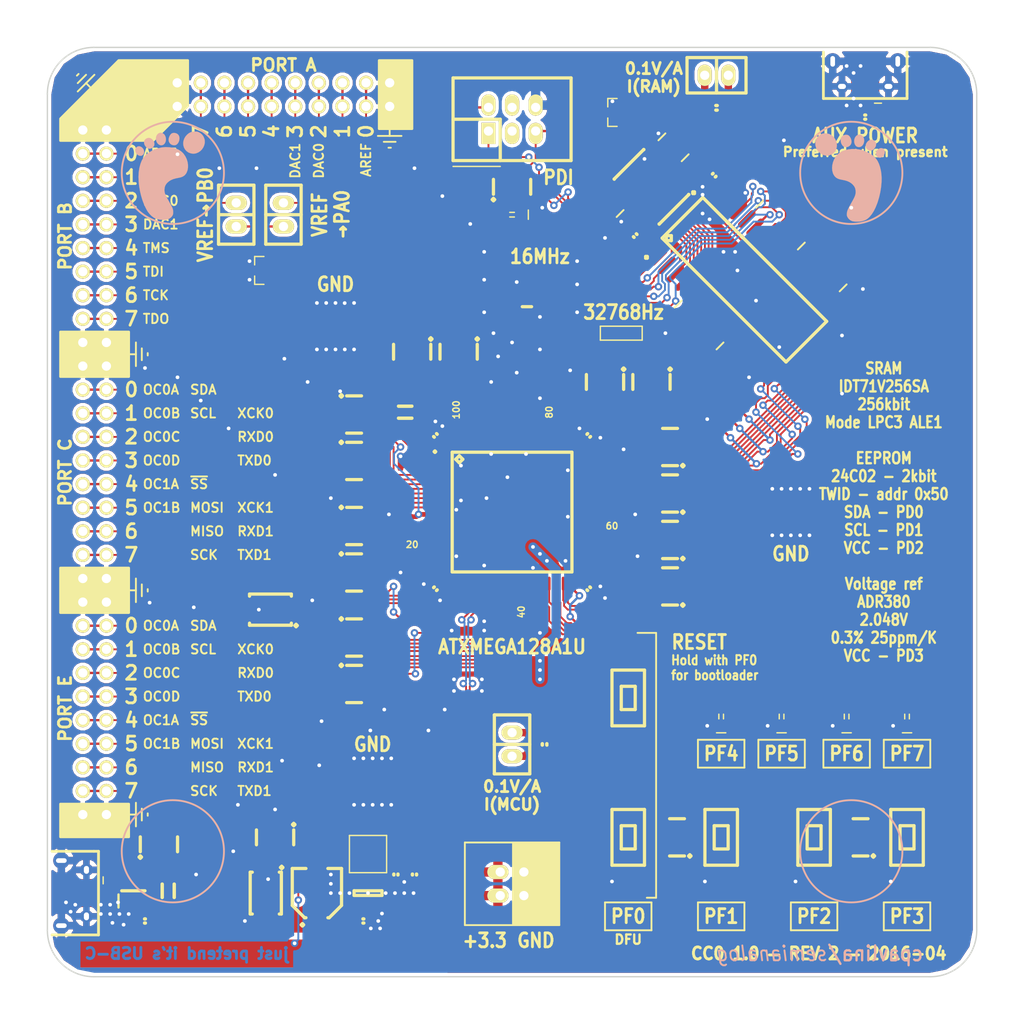
<source format=kicad_pcb>
(kicad_pcb (version 4) (host pcbnew "(2016-03-30 BZR 6657, Git fe53ec8)-product")
  (layers (0 F.Cu signal) (31 B.Cu signal) (34 B.Paste user) (35 F.Paste user) (36 B.SilkS user) (37 F.SilkS user) (38 B.Mask user) (39 F.Mask user) (44 Edge.Cuts user))
  (net 0 "")
  (net 1 GND)
  (net 2 +3.3)
  (net 3 "Net-(U1-Pad58)")
  (net 4 "Net-(U1-Pad60)")
  (net 5 "Net-(U1-Pad61)")
  (net 6 "Net-(U1-Pad62)")
  (net 7 "Net-(J1-Pad4)")
  (net 8 "Net-(U1-Pad29)")
  (net 9 VBUS)
  (net 10 "Net-(U1-Pad87)")
  (net 11 "Net-(U1-Pad88)")
  (net 12 "Net-(DS4-Pad2)")
  (net 13 "Net-(DS3-Pad2)")
  (net 14 "Net-(DS2-Pad2)")
  (net 15 "Net-(DS1-Pad2)")
  (net 16 "Net-(DS5-Pad2)")
  (net 17 "Net-(U1-Pad82)")
  (net 18 "Net-(R1-Pad5)")
  (net 19 "Net-(R1-Pad6)")
  (net 20 "Net-(R1-Pad7)")
  (net 21 "Net-(R1-Pad8)")
  (net 22 "Net-(R2-Pad5)")
  (net 23 "Net-(R2-Pad6)")
  (net 24 "Net-(R2-Pad7)")
  (net 25 "Net-(R2-Pad8)")
  (net 26 "Net-(R4-Pad5)")
  (net 27 "Net-(R4-Pad6)")
  (net 28 "Net-(R4-Pad7)")
  (net 29 "Net-(R4-Pad8)")
  (net 30 "Net-(R3-Pad5)")
  (net 31 "Net-(R3-Pad6)")
  (net 32 "Net-(R3-Pad7)")
  (net 33 "Net-(R3-Pad8)")
  (net 34 "Net-(R5-Pad5)")
  (net 35 "Net-(R5-Pad6)")
  (net 36 "Net-(R5-Pad7)")
  (net 37 "Net-(R5-Pad8)")
  (net 38 "Net-(R6-Pad5)")
  (net 39 "Net-(R6-Pad6)")
  (net 40 "Net-(R6-Pad7)")
  (net 41 "Net-(R6-Pad8)")
  (net 42 "Net-(R8-Pad5)")
  (net 43 "Net-(R8-Pad6)")
  (net 44 "Net-(R8-Pad7)")
  (net 45 "Net-(R8-Pad8)")
  (net 46 "Net-(R7-Pad5)")
  (net 47 "Net-(R7-Pad6)")
  (net 48 "Net-(R7-Pad7)")
  (net 49 "Net-(R7-Pad8)")
  (net 50 3V3MCU)
  (net 51 3V3MCU_A)
  (net 52 3V3RAM)
  (net 53 /E_VBUS)
  (net 54 /RAM/D7)
  (net 55 /RAM/D6)
  (net 56 /RAM/D5)
  (net 57 /RAM/D4)
  (net 58 /RAM/D3)
  (net 59 /RAM/D2)
  (net 60 /RAM/D1)
  (net 61 /RAM/D0)
  (net 62 /RAM/~ALE1)
  (net 63 /RAM/A0)
  (net 64 /RAM/A1)
  (net 65 /RAM/A2)
  (net 66 /RAM/A3)
  (net 67 /RAM/A4)
  (net 68 /RAM/A5)
  (net 69 /RAM/A6)
  (net 70 /RAM/A7)
  (net 71 /RAM/A14)
  (net 72 /RAM/A12)
  (net 73 /RAM/~CS)
  (net 74 /RAM/A10)
  (net 75 /RAM/~OE)
  (net 76 /RAM/A11)
  (net 77 /RAM/A9)
  (net 78 /RAM/A8)
  (net 79 /RAM/A13)
  (net 80 /RAM/~WE)
  (net 81 /UserIO/PF7)
  (net 82 /UserIO/PF6)
  (net 83 /UserIO/PF5)
  (net 84 /UserIO/PF4)
  (net 85 /UserIO/PF1)
  (net 86 /UserIO/PF0/~DFUEN)
  (net 87 /UserIO/PF3)
  (net 88 /UserIO/PF2)
  (net 89 /Management/RESET)
  (net 90 /Management/PDIC)
  (net 91 /Management/PDID)
  (net 92 /Power/SW)
  (net 93 /PA0)
  (net 94 /PB0)
  (net 95 /PE0)
  (net 96 /PE1)
  (net 97 /PE2)
  (net 98 /PE3)
  (net 99 /PE4)
  (net 100 /PE5)
  (net 101 /PE6)
  (net 102 /PE7)
  (net 103 /PC0)
  (net 104 /PC1)
  (net 105 /PC2)
  (net 106 /PC3)
  (net 107 /PC4)
  (net 108 /PC5)
  (net 109 /PC6)
  (net 110 /PC7)
  (net 111 /PB1)
  (net 112 /PB2)
  (net 113 /PB3)
  (net 114 /PB4)
  (net 115 /PB5)
  (net 116 /PB6)
  (net 117 /PB7)
  (net 118 /PA1)
  (net 119 /PA2)
  (net 120 /PA3)
  (net 121 /PA4)
  (net 122 /PA5)
  (net 123 /PA6)
  (net 124 /PA7)
  (net 125 /Power/FILT_VBUS)
  (net 126 /LD+)
  (net 127 /LD-)
  (net 128 "Net-(C2-Pad1)")
  (net 129 "Net-(J6-Pad3)")
  (net 130 "Net-(J6-Pad4)")
  (net 131 "Net-(J7-Pad2)")
  (net 132 "Net-(J7-Pad3)")
  (net 133 "Net-(J7-Pad4)")
  (net 134 "Net-(R9-Pad3)")
  (net 135 "Net-(R10-Pad5)")
  (net 136 "Net-(R10-Pad6)")
  (net 137 "Net-(R10-Pad7)")
  (net 138 "Net-(R10-Pad8)")
  (net 139 "Net-(R11-Pad5)")
  (net 140 "Net-(R11-Pad6)")
  (net 141 "Net-(R11-Pad7)")
  (net 142 "Net-(R11-Pad8)")
  (net 143 "Net-(R12-Pad5)")
  (net 144 "Net-(R12-Pad6)")
  (net 145 "Net-(R12-Pad7)")
  (net 146 "Net-(R12-Pad8)")
  (net 147 "Net-(R13-Pad4)")
  (net 148 "Net-(R13-Pad6)")
  (net 149 "Net-(R13-Pad7)")
  (net 150 "Net-(R13-Pad8)")
  (net 151 "Net-(R14-Pad5)")
  (net 152 "Net-(R14-Pad6)")
  (net 153 "Net-(R14-Pad7)")
  (net 154 "Net-(R14-Pad8)")
  (net 155 "Net-(R16-Pad1)")
  (net 156 "Net-(R16-Pad3)")
  (net 157 "Net-(R17-Pad1)")
  (net 158 "Net-(R17-Pad3)")
  (net 159 "Net-(R21-Pad2)")
  (net 160 "Net-(R21-Pad5)")
  (net 161 "Net-(R21-Pad7)")
  (net 162 "Net-(R22-Pad1)")
  (net 163 "Net-(U6-Pad1)")
  (net 164 /VR_V+)
  (net 165 /Management/XTAL1)
  (net 166 /Management/XTAL2)
  (net 167 /EEP_SCL)
  (net 168 /EEP_SDA)
  (net 169 /Power/ALT_VBUS_IN)
  (net 170 /EEP_V+)
  (net 171 /Management/TOSC1)
  (net 172 /Management/TOSC2)
  (net 173 "Net-(R23-Pad7)")
  (net 174 "Net-(R23-Pad2)")
  (module LOGO (layer B.Cu) (at 86.4 14 180)
    (fp_text reference G***)
    (fp_text value LOGO)
  )
  (module LOGO (layer B.Cu) (at 13.2 13.8 180)
    (fp_text reference G***)
    (fp_text value LOGO)
  )
  (module IPC7351-Nominal:RESCAXE80P160X320X70-8 (layer F.Cu) (at 12 85.75 90)
    (fp_text reference R23)
    (fp_text value 15k)
    (pad 1 smd rect (at -0.9 -1.2 90) (size 0.95 0.55) (layers F.Cu F.Paste F.Mask) (net 53 /E_VBUS))
    (pad 2 smd rect (at -0.9 -0.4 90) (size 0.95 0.55) (layers F.Cu F.Paste F.Mask) (net 174 "Net-(R23-Pad2)"))
    (pad 3 smd rect (at -0.9 0.4 90) (size 0.95 0.55) (layers F.Cu F.Paste F.Mask) (net 174 "Net-(R23-Pad2)"))
    (pad 4 smd rect (at -0.9 1.2 90) (size 0.95 0.55) (layers F.Cu F.Paste F.Mask))
    (pad 5 smd rect (at 0.9 1.2 90) (size 0.95 0.55) (layers F.Cu F.Paste F.Mask))
    (pad 6 smd rect (at 0.9 0.4 90) (size 0.95 0.55) (layers F.Cu F.Paste F.Mask) (net 1 GND))
    (pad 7 smd rect (at 0.9 -0.4 90) (size 0.95 0.55) (layers F.Cu F.Paste F.Mask) (net 173 "Net-(R23-Pad7)"))
    (pad 8 smd rect (at 0.9 -1.2 90) (size 0.95 0.55) (layers F.Cu F.Paste F.Mask) (net 173 "Net-(R23-Pad7)"))
  )
  (module conn-fci:CONN-10118194-0001LF-FCI (layer F.Cu) (at 1.5 91 270)
    (fp_text reference J1)
    (fp_text value USB hide)
    (pad 1 smd rect (at -1.3 -2.7 270) (size 0.4 1.35) (layers F.Cu F.Paste F.Mask) (net 53 /E_VBUS))
    (pad 2 smd rect (at -0.65 -2.7 270) (size 0.4 1.35) (layers F.Cu F.Paste F.Mask) (net 127 /LD-))
    (pad 3 smd rect (at 0 -2.7 270) (size 0.4 1.35) (layers F.Cu F.Paste F.Mask) (net 126 /LD+))
    (pad 4 smd rect (at 0.65 -2.7 270) (size 0.4 1.35) (layers F.Cu F.Paste F.Mask) (net 7 "Net-(J1-Pad4)"))
    (pad 5 smd rect (at 1.3 -2.7 270) (size 0.4 1.35) (layers F.Cu F.Paste F.Mask) (net 1 GND))
    (pad SH thru_hole oval (at -3.5 0 270) (size 1.75 1.75) (drill oval 0.5 1.15) (layers *.Cu *.Mask F.Paste) (net 1 GND))
    (pad SH thru_hole oval (at 3.5 0 270) (size 1.75 1.75) (drill oval 0.5 1.15) (layers *.Cu *.Mask F.Paste) (net 1 GND))
    (pad SH thru_hole oval (at -2.5 -2.7 270) (size 1.25 1.45) (drill oval 0.85 0.55) (layers *.Cu *.Mask F.Paste) (net 1 GND))
    (pad SH thru_hole oval (at 2.5 -2.7 270) (size 1.25 1.45) (drill oval 0.85 0.55) (layers *.Cu *.Mask F.Paste) (net 1 GND))
  )
  (module conn-fci:CONN-10118194-0001LF-FCI (layer F.Cu) (at 88 1.5 180)
    (fp_text reference J7)
    (fp_text value POWER)
    (pad 1 smd rect (at -1.3 -2.7 180) (size 0.4 1.35) (layers F.Cu F.Paste F.Mask) (net 169 /Power/ALT_VBUS_IN))
    (pad 2 smd rect (at -0.65 -2.7 180) (size 0.4 1.35) (layers F.Cu F.Paste F.Mask) (net 131 "Net-(J7-Pad2)"))
    (pad 3 smd rect (at 0 -2.7 180) (size 0.4 1.35) (layers F.Cu F.Paste F.Mask) (net 132 "Net-(J7-Pad3)"))
    (pad 4 smd rect (at 0.65 -2.7 180) (size 0.4 1.35) (layers F.Cu F.Paste F.Mask) (net 133 "Net-(J7-Pad4)"))
    (pad 5 smd rect (at 1.3 -2.7 180) (size 0.4 1.35) (layers F.Cu F.Paste F.Mask) (net 1 GND))
    (pad SH thru_hole oval (at -3.5 0 180) (size 1.75 1.75) (drill oval 0.5 1.15) (layers *.Cu *.Mask F.Paste) (net 1 GND))
    (pad SH thru_hole oval (at 3.5 0 180) (size 1.75 1.75) (drill oval 0.5 1.15) (layers *.Cu *.Mask F.Paste) (net 1 GND))
    (pad SH thru_hole oval (at -2.5 -2.7 180) (size 1.25 1.45) (drill oval 0.85 0.55) (layers *.Cu *.Mask F.Paste) (net 1 GND))
    (pad SH thru_hole oval (at 2.5 -2.7 180) (size 1.25 1.45) (drill oval 0.85 0.55) (layers *.Cu *.Mask F.Paste) (net 1 GND))
  )
  (module LOGO (layer B.Cu) (at 77.6 85 180)
    (fp_text reference G*** hide)
    (fp_text value LOGO hide)
  )
  (module IPC7351-Nominal:SOP65P640X110-8 (layer F.Cu) (at 23.5 91 270)
    (fp_text reference U6)
    (fp_text value TPS2110A)
    (pad 1 smd oval (at -2.95 -0.975 270) (size 1.45 0.45) (layers F.Cu F.Paste F.Mask) (net 163 "Net-(U6-Pad1)"))
    (pad 2 smd oval (at -2.95 -0.325 270) (size 1.45 0.45) (layers F.Cu F.Paste F.Mask) (net 1 GND))
    (pad 3 smd oval (at -2.95 0.325 270) (size 1.45 0.45) (layers F.Cu F.Paste F.Mask) (net 160 "Net-(R21-Pad5)"))
    (pad 4 smd oval (at -2.95 0.975 270) (size 1.45 0.45) (layers F.Cu F.Paste F.Mask) (net 162 "Net-(R22-Pad1)"))
    (pad 5 smd oval (at 2.95 0.975 270) (size 1.45 0.45) (layers F.Cu F.Paste F.Mask) (net 1 GND))
    (pad 6 smd oval (at 2.95 0.325 270) (size 1.45 0.45) (layers F.Cu F.Paste F.Mask) (net 125 /Power/FILT_VBUS))
    (pad 7 smd oval (at 2.95 -0.325 270) (size 1.45 0.45) (layers F.Cu F.Paste F.Mask) (net 9 VBUS))
    (pad 8 smd oval (at 2.95 -0.975 270) (size 1.45 0.45) (layers F.Cu F.Paste F.Mask) (net 169 /Power/ALT_VBUS_IN))
  )
  (module conn-100mil:CONN-100MIL-M-1x2 (layer F.Cu) (at 50 75 270)
    (fp_text reference J8)
    (fp_text value MCU_CURRENT)
    (pad 1 thru_hole oval (at -1.27 0 270) (size 1.524 2.286) (drill 1) (layers *.Cu *.Mask F.SilkS) (net 50 3V3MCU))
    (pad 2 thru_hole oval (at 1.27 0 270) (size 1.524 2.286) (drill 1) (layers *.Cu *.Mask F.SilkS) (net 2 +3.3))
  )
  (module conn-100mil:CONN-100MIL-M-1x2 (layer F.Cu) (at 72 3)
    (fp_text reference J9)
    (fp_text value RAM_CURRENT)
    (pad 1 thru_hole oval (at -1.27 0) (size 1.524 2.286) (drill 1) (layers *.Cu *.Mask F.SilkS) (net 52 3V3RAM))
    (pad 2 thru_hole oval (at 1.27 0) (size 1.524 2.286) (drill 1) (layers *.Cu *.Mask F.SilkS) (net 2 +3.3))
  )
  (module IPC7351-Nominal:SOP65P640X110-8 (layer F.Cu) (at 24 60.5 180)
    (fp_text reference U3)
    (fp_text value M24C02-WDW6TP)
    (pad 1 smd oval (at -2.95 -0.975 180) (size 1.45 0.45) (layers F.Cu F.Paste F.Mask) (net 1 GND))
    (pad 2 smd oval (at -2.95 -0.325 180) (size 1.45 0.45) (layers F.Cu F.Paste F.Mask) (net 1 GND))
    (pad 3 smd oval (at -2.95 0.325 180) (size 1.45 0.45) (layers F.Cu F.Paste F.Mask) (net 1 GND))
    (pad 4 smd oval (at -2.95 0.975 180) (size 1.45 0.45) (layers F.Cu F.Paste F.Mask) (net 1 GND))
    (pad 5 smd oval (at 2.95 0.975 180) (size 1.45 0.45) (layers F.Cu F.Paste F.Mask) (net 168 /EEP_SDA))
    (pad 6 smd oval (at 2.95 0.325 180) (size 1.45 0.45) (layers F.Cu F.Paste F.Mask) (net 167 /EEP_SCL))
    (pad 7 smd oval (at 2.95 -0.325 180) (size 1.45 0.45) (layers F.Cu F.Paste F.Mask) (net 1 GND))
    (pad 8 smd oval (at 2.95 -0.975 180) (size 1.45 0.45) (layers F.Cu F.Paste F.Mask) (net 170 /EEP_V+))
  )
  (module smd-semi:SOT-143 (layer F.Cu) (at 9.25 90.75 90)
    (fp_text reference DZ1)
    (fp_text value DRTR5V0U2SR)
    (pad 1 smd rect (at -1.2 -0.75 270) (size 1.1 1.1) (layers F.Cu F.Paste F.Mask) (net 1 GND) (clearance 0.18))
    (pad 2 smd rect (at -1.2 0.95 270) (size 1.15 0.9) (layers F.Cu F.Paste F.Mask) (net 126 /LD+))
    (pad 3 smd rect (at 1.1 0.95 270) (size 1.3 0.9) (layers F.Cu F.Paste F.Mask) (net 127 /LD-))
    (pad 4 smd rect (at 1.1 -0.95 270) (size 1.3 0.9) (layers F.Cu F.Paste F.Mask) (net 53 /E_VBUS) (clearance 0.18))
  )
  (module conn-100mil:CONN-100MIL-M-2x2 (layer F.Cu) (at 50 90 270)
    (fp_text reference J10)
    (fp_text value AUX)
    (pad 1 thru_hole oval (at -1.27 1.27 270) (size 1.524 2.286) (drill 1 (offset 0 0.254)) (layers *.Cu *.Mask F.SilkS) (net 2 +3.3))
    (pad 3 thru_hole oval (at 1.27 1.27 270) (size 1.524 2.286) (drill 1 (offset 0 0.254)) (layers *.Cu *.Mask F.SilkS) (net 2 +3.3))
    (pad 2 thru_hole oval (at -1.27 -1.27 270) (size 1.524 2.286) (drill 1 (offset 0 -0.254)) (layers *.Cu *.Mask F.SilkS) (net 1 GND))
    (pad 4 thru_hole oval (at 1.27 -1.27 270) (size 1.524 2.286) (drill 1 (offset 0 -0.254)) (layers *.Cu *.Mask F.SilkS) (net 1 GND))
  )
  (module IPC7351-Nominal:CAPC1608X55 (layer F.Cu) (at 34 94)
    (fp_text reference C29)
    (fp_text value 4u7)
    (pad 1 smd rect (at -0.75 0) (size 0.9 0.95) (layers F.Cu F.Paste F.Mask) (net 9 VBUS))
    (pad 2 smd rect (at 0.75 0) (size 0.9 0.95) (layers F.Cu F.Paste F.Mask) (net 1 GND))
  )
  (module manuf:TE-FSMSM (layer F.Cu) (at 62.5 85 270)
    (fp_text reference SW2)
    (fp_text value PF0 (at 8.5 0 360) (layer F.SilkS) (effects (font (size 1.5 1.3) (thickness 0.3))))
    (pad 1 smd rect (at -4.595 0 270) (size 2.19 1.6) (layers F.Cu F.Paste F.Mask) (net 155 "Net-(R16-Pad1)"))
    (pad 2 smd rect (at 4.595 0 270) (size 2.19 1.6) (layers F.Cu F.Paste F.Mask) (net 1 GND))
  )
  (module conn-100mil:CONN-100MIL-M-1x10 (layer F.Cu) (at 5.08 71.12 270)
    (fp_text reference J5)
    (fp_text value PORTE hide)
    (pad 1 thru_hole circle (at -11.43 1.27 270) (size 1.524 1.524) (drill 1) (layers *.Cu *.Mask F.SilkS) (net 1 GND))
    (pad 2 thru_hole circle (at -8.89 1.27 270) (size 1.524 1.524) (drill 1) (layers *.Cu *.Mask F.SilkS) (net 95 /PE0))
    (pad 3 thru_hole circle (at -6.35 1.27 270) (size 1.524 1.524) (drill 1) (layers *.Cu *.Mask F.SilkS) (net 96 /PE1))
    (pad 4 thru_hole circle (at -3.81 1.27 270) (size 1.524 1.524) (drill 1) (layers *.Cu *.Mask F.SilkS) (net 97 /PE2))
    (pad 5 thru_hole circle (at -1.27 1.27 270) (size 1.524 1.524) (drill 1) (layers *.Cu *.Mask F.SilkS) (net 98 /PE3))
    (pad 6 thru_hole circle (at 1.27 1.27 270) (size 1.524 1.524) (drill 1) (layers *.Cu *.Mask F.SilkS) (net 99 /PE4))
    (pad 7 thru_hole circle (at 3.81 1.27 270) (size 1.524 1.524) (drill 1) (layers *.Cu *.Mask F.SilkS) (net 100 /PE5))
    (pad 8 thru_hole circle (at 6.35 1.27 270) (size 1.524 1.524) (drill 1) (layers *.Cu *.Mask F.SilkS) (net 101 /PE6))
    (pad 9 thru_hole circle (at 8.89 1.27 270) (size 1.524 1.524) (drill 1) (layers *.Cu *.Mask F.SilkS) (net 102 /PE7))
    (pad 10 thru_hole circle (at 11.43 1.27 270) (size 1.524 1.524) (drill 1) (layers *.Cu *.Mask F.SilkS) (net 1 GND))
    (pad 4 thru_hole circle (at -3.81 -1.27 270) (size 1.524 1.524) (drill 1) (layers *.Cu *.Mask F.SilkS) (net 97 /PE2))
    (pad 1 thru_hole circle (at -11.43 -1.27 270) (size 1.524 1.524) (drill 1) (layers *.Cu *.Mask F.SilkS) (net 1 GND))
    (pad 2 thru_hole circle (at -8.89 -1.27 270) (size 1.524 1.524) (drill 1) (layers *.Cu *.Mask F.SilkS) (net 95 /PE0))
    (pad 3 thru_hole circle (at -6.35 -1.27 270) (size 1.524 1.524) (drill 1) (layers *.Cu *.Mask F.SilkS) (net 96 /PE1))
    (pad 5 thru_hole circle (at -1.27 -1.27 270) (size 1.524 1.524) (drill 1) (layers *.Cu *.Mask F.SilkS) (net 98 /PE3))
    (pad 9 thru_hole circle (at 8.89 -1.27 270) (size 1.524 1.524) (drill 1) (layers *.Cu *.Mask F.SilkS) (net 102 /PE7))
    (pad 6 thru_hole circle (at 1.27 -1.27 270) (size 1.524 1.524) (drill 1) (layers *.Cu *.Mask F.SilkS) (net 99 /PE4))
    (pad 7 thru_hole circle (at 3.81 -1.27 270) (size 1.524 1.524) (drill 1) (layers *.Cu *.Mask F.SilkS) (net 100 /PE5))
    (pad 8 thru_hole circle (at 6.35 -1.27 270) (size 1.524 1.524) (drill 1) (layers *.Cu *.Mask F.SilkS) (net 101 /PE6))
    (pad 10 thru_hole circle (at 11.43 -1.27 270) (size 1.524 1.524) (drill 1) (layers *.Cu *.Mask F.SilkS) (net 1 GND))
  )
  (module conn-100mil:CONN-100MIL-M-1x10 (layer F.Cu) (at 5.08 45.72 270)
    (fp_text reference J4)
    (fp_text value PORTC hide)
    (pad 1 thru_hole circle (at -11.43 1.27 270) (size 1.524 1.524) (drill 1) (layers *.Cu *.Mask F.SilkS) (net 1 GND))
    (pad 2 thru_hole circle (at -8.89 1.27 270) (size 1.524 1.524) (drill 1) (layers *.Cu *.Mask F.SilkS) (net 103 /PC0))
    (pad 3 thru_hole circle (at -6.35 1.27 270) (size 1.524 1.524) (drill 1) (layers *.Cu *.Mask F.SilkS) (net 104 /PC1))
    (pad 4 thru_hole circle (at -3.81 1.27 270) (size 1.524 1.524) (drill 1) (layers *.Cu *.Mask F.SilkS) (net 105 /PC2))
    (pad 5 thru_hole circle (at -1.27 1.27 270) (size 1.524 1.524) (drill 1) (layers *.Cu *.Mask F.SilkS) (net 106 /PC3))
    (pad 6 thru_hole circle (at 1.27 1.27 270) (size 1.524 1.524) (drill 1) (layers *.Cu *.Mask F.SilkS) (net 107 /PC4))
    (pad 7 thru_hole circle (at 3.81 1.27 270) (size 1.524 1.524) (drill 1) (layers *.Cu *.Mask F.SilkS) (net 108 /PC5))
    (pad 8 thru_hole circle (at 6.35 1.27 270) (size 1.524 1.524) (drill 1) (layers *.Cu *.Mask F.SilkS) (net 109 /PC6))
    (pad 9 thru_hole circle (at 8.89 1.27 270) (size 1.524 1.524) (drill 1) (layers *.Cu *.Mask F.SilkS) (net 110 /PC7))
    (pad 10 thru_hole circle (at 11.43 1.27 270) (size 1.524 1.524) (drill 1) (layers *.Cu *.Mask F.SilkS) (net 1 GND))
    (pad 4 thru_hole circle (at -3.81 -1.27 270) (size 1.524 1.524) (drill 1) (layers *.Cu *.Mask F.SilkS) (net 105 /PC2))
    (pad 1 thru_hole circle (at -11.43 -1.27 270) (size 1.524 1.524) (drill 1) (layers *.Cu *.Mask F.SilkS) (net 1 GND))
    (pad 2 thru_hole circle (at -8.89 -1.27 270) (size 1.524 1.524) (drill 1) (layers *.Cu *.Mask F.SilkS) (net 103 /PC0))
    (pad 3 thru_hole circle (at -6.35 -1.27 270) (size 1.524 1.524) (drill 1) (layers *.Cu *.Mask F.SilkS) (net 104 /PC1))
    (pad 5 thru_hole circle (at -1.27 -1.27 270) (size 1.524 1.524) (drill 1) (layers *.Cu *.Mask F.SilkS) (net 106 /PC3))
    (pad 9 thru_hole circle (at 8.89 -1.27 270) (size 1.524 1.524) (drill 1) (layers *.Cu *.Mask F.SilkS) (net 110 /PC7))
    (pad 6 thru_hole circle (at 1.27 -1.27 270) (size 1.524 1.524) (drill 1) (layers *.Cu *.Mask F.SilkS) (net 107 /PC4))
    (pad 7 thru_hole circle (at 3.81 -1.27 270) (size 1.524 1.524) (drill 1) (layers *.Cu *.Mask F.SilkS) (net 108 /PC5))
    (pad 8 thru_hole circle (at 6.35 -1.27 270) (size 1.524 1.524) (drill 1) (layers *.Cu *.Mask F.SilkS) (net 109 /PC6))
    (pad 10 thru_hole circle (at 11.43 -1.27 270) (size 1.524 1.524) (drill 1) (layers *.Cu *.Mask F.SilkS) (net 1 GND))
  )
  (module conn-100mil:CONN-100MIL-M-1x10 (layer F.Cu) (at 5.08 20.32 270)
    (fp_text reference J3)
    (fp_text value PORTB hide)
    (pad 1 thru_hole circle (at -11.43 1.27 270) (size 1.524 1.524) (drill 1) (layers *.Cu *.Mask F.SilkS) (net 1 GND))
    (pad 2 thru_hole circle (at -8.89 1.27 270) (size 1.524 1.524) (drill 1) (layers *.Cu *.Mask F.SilkS) (net 94 /PB0))
    (pad 3 thru_hole circle (at -6.35 1.27 270) (size 1.524 1.524) (drill 1) (layers *.Cu *.Mask F.SilkS) (net 111 /PB1))
    (pad 4 thru_hole circle (at -3.81 1.27 270) (size 1.524 1.524) (drill 1) (layers *.Cu *.Mask F.SilkS) (net 112 /PB2))
    (pad 5 thru_hole circle (at -1.27 1.27 270) (size 1.524 1.524) (drill 1) (layers *.Cu *.Mask F.SilkS) (net 113 /PB3))
    (pad 6 thru_hole circle (at 1.27 1.27 270) (size 1.524 1.524) (drill 1) (layers *.Cu *.Mask F.SilkS) (net 114 /PB4))
    (pad 7 thru_hole circle (at 3.81 1.27 270) (size 1.524 1.524) (drill 1) (layers *.Cu *.Mask F.SilkS) (net 115 /PB5))
    (pad 8 thru_hole circle (at 6.35 1.27 270) (size 1.524 1.524) (drill 1) (layers *.Cu *.Mask F.SilkS) (net 116 /PB6))
    (pad 9 thru_hole circle (at 8.89 1.27 270) (size 1.524 1.524) (drill 1) (layers *.Cu *.Mask F.SilkS) (net 117 /PB7))
    (pad 10 thru_hole circle (at 11.43 1.27 270) (size 1.524 1.524) (drill 1) (layers *.Cu *.Mask F.SilkS) (net 1 GND))
    (pad 4 thru_hole circle (at -3.81 -1.27 270) (size 1.524 1.524) (drill 1) (layers *.Cu *.Mask F.SilkS) (net 112 /PB2))
    (pad 1 thru_hole circle (at -11.43 -1.27 270) (size 1.524 1.524) (drill 1) (layers *.Cu *.Mask F.SilkS) (net 1 GND))
    (pad 2 thru_hole circle (at -8.89 -1.27 270) (size 1.524 1.524) (drill 1) (layers *.Cu *.Mask F.SilkS) (net 94 /PB0))
    (pad 3 thru_hole circle (at -6.35 -1.27 270) (size 1.524 1.524) (drill 1) (layers *.Cu *.Mask F.SilkS) (net 111 /PB1))
    (pad 5 thru_hole circle (at -1.27 -1.27 270) (size 1.524 1.524) (drill 1) (layers *.Cu *.Mask F.SilkS) (net 113 /PB3))
    (pad 9 thru_hole circle (at 8.89 -1.27 270) (size 1.524 1.524) (drill 1) (layers *.Cu *.Mask F.SilkS) (net 117 /PB7))
    (pad 6 thru_hole circle (at 1.27 -1.27 270) (size 1.524 1.524) (drill 1) (layers *.Cu *.Mask F.SilkS) (net 114 /PB4))
    (pad 7 thru_hole circle (at 3.81 -1.27 270) (size 1.524 1.524) (drill 1) (layers *.Cu *.Mask F.SilkS) (net 115 /PB5))
    (pad 8 thru_hole circle (at 6.35 -1.27 270) (size 1.524 1.524) (drill 1) (layers *.Cu *.Mask F.SilkS) (net 116 /PB6))
    (pad 10 thru_hole circle (at 11.43 -1.27 270) (size 1.524 1.524) (drill 1) (layers *.Cu *.Mask F.SilkS) (net 1 GND))
  )
  (module conn-100mil:CONN-100MIL-M-1x10 (layer F.Cu) (at 25.4 5.08 180)
    (fp_text reference J2)
    (fp_text value PORTA hide)
    (pad 1 thru_hole circle (at -11.43 1.27 180) (size 1.524 1.524) (drill 1) (layers *.Cu *.Mask F.SilkS) (net 1 GND))
    (pad 2 thru_hole circle (at -8.89 1.27 180) (size 1.524 1.524) (drill 1) (layers *.Cu *.Mask F.SilkS) (net 93 /PA0))
    (pad 3 thru_hole circle (at -6.35 1.27 180) (size 1.524 1.524) (drill 1) (layers *.Cu *.Mask F.SilkS) (net 118 /PA1))
    (pad 4 thru_hole circle (at -3.81 1.27 180) (size 1.524 1.524) (drill 1) (layers *.Cu *.Mask F.SilkS) (net 119 /PA2))
    (pad 5 thru_hole circle (at -1.27 1.27 180) (size 1.524 1.524) (drill 1) (layers *.Cu *.Mask F.SilkS) (net 120 /PA3))
    (pad 6 thru_hole circle (at 1.27 1.27 180) (size 1.524 1.524) (drill 1) (layers *.Cu *.Mask F.SilkS) (net 121 /PA4))
    (pad 7 thru_hole circle (at 3.81 1.27 180) (size 1.524 1.524) (drill 1) (layers *.Cu *.Mask F.SilkS) (net 122 /PA5))
    (pad 8 thru_hole circle (at 6.35 1.27 180) (size 1.524 1.524) (drill 1) (layers *.Cu *.Mask F.SilkS) (net 123 /PA6))
    (pad 9 thru_hole circle (at 8.89 1.27 180) (size 1.524 1.524) (drill 1) (layers *.Cu *.Mask F.SilkS) (net 124 /PA7))
    (pad 10 thru_hole circle (at 11.43 1.27 180) (size 1.524 1.524) (drill 1) (layers *.Cu *.Mask F.SilkS) (net 1 GND))
    (pad 4 thru_hole circle (at -3.81 -1.27 180) (size 1.524 1.524) (drill 1) (layers *.Cu *.Mask F.SilkS) (net 119 /PA2))
    (pad 1 thru_hole circle (at -11.43 -1.27 180) (size 1.524 1.524) (drill 1) (layers *.Cu *.Mask F.SilkS) (net 1 GND))
    (pad 2 thru_hole circle (at -8.89 -1.27 180) (size 1.524 1.524) (drill 1) (layers *.Cu *.Mask F.SilkS) (net 93 /PA0))
    (pad 3 thru_hole circle (at -6.35 -1.27 180) (size 1.524 1.524) (drill 1) (layers *.Cu *.Mask F.SilkS) (net 118 /PA1))
    (pad 5 thru_hole circle (at -1.27 -1.27 180) (size 1.524 1.524) (drill 1) (layers *.Cu *.Mask F.SilkS) (net 120 /PA3))
    (pad 9 thru_hole circle (at 8.89 -1.27 180) (size 1.524 1.524) (drill 1) (layers *.Cu *.Mask F.SilkS) (net 124 /PA7))
    (pad 6 thru_hole circle (at 1.27 -1.27 180) (size 1.524 1.524) (drill 1) (layers *.Cu *.Mask F.SilkS) (net 121 /PA4))
    (pad 7 thru_hole circle (at 3.81 -1.27 180) (size 1.524 1.524) (drill 1) (layers *.Cu *.Mask F.SilkS) (net 122 /PA5))
    (pad 8 thru_hole circle (at 6.35 -1.27 180) (size 1.524 1.524) (drill 1) (layers *.Cu *.Mask F.SilkS) (net 123 /PA6))
    (pad 10 thru_hole circle (at 11.43 -1.27 180) (size 1.524 1.524) (drill 1) (layers *.Cu *.Mask F.SilkS) (net 1 GND))
  )
  (module X2 (layer F.Cu) (at 61.75 30.75)
    (fp_text reference X2)
    (fp_text value 32768 hide)
    (pad 1 smd rect (at -3.15 0.45) (size 1.2 0.6) (layers F.Cu F.Paste F.Mask) (net 171 /Management/TOSC1))
    (pad 2 smd rect (at -3.15 -0.45) (size 1.2 0.6) (layers F.Cu F.Paste F.Mask) (net 172 /Management/TOSC2))
    (pad 3 smd rect (at 3.15 0.45) (size 1.2 0.6) (layers F.Cu F.Paste F.Mask) (net 1 GND))
    (pad 3 smd rect (at 3.15 -0.45) (size 1.2 0.6) (layers F.Cu F.Paste F.Mask) (net 1 GND))
  )
  (module conn-100mil:CONN-100MIL-M-1x2 (layer F.Cu) (at 25.4 18 90)
    (fp_text reference JP1)
    (fp_text value PA0)
    (pad 1 thru_hole oval (at -1.27 0 90) (size 1.524 2.286) (drill 1) (layers *.Cu *.Mask F.SilkS) (net 128 "Net-(C2-Pad1)"))
    (pad 2 thru_hole oval (at 1.27 0 90) (size 1.524 2.286) (drill 1) (layers *.Cu *.Mask F.SilkS) (net 93 /PA0))
  )
  (module conn-100mil:CONN-100MIL-M-1x2 (layer F.Cu) (at 20.32 18 90)
    (fp_text reference JP2)
    (fp_text value PB0)
    (pad 1 thru_hole oval (at -1.27 0 90) (size 1.524 2.286) (drill 1) (layers *.Cu *.Mask F.SilkS) (net 128 "Net-(C2-Pad1)"))
    (pad 2 thru_hole oval (at 1.27 0 90) (size 1.524 2.286) (drill 1) (layers *.Cu *.Mask F.SilkS) (net 94 /PB0))
  )
  (module IPC7351-Nominal:SOP65P640X110-20 (layer F.Cu) (at 65 15 225)
    (fp_text reference U4)
    (fp_text value SN74AHC573PW)
    (pad 1 smd oval (at -2.95 -2.925 225) (size 1.45 0.45) (layers F.Cu F.Paste F.Mask) (net 1 GND))
    (pad 2 smd oval (at -2.95 -2.275 225) (size 1.45 0.45) (layers F.Cu F.Paste F.Mask) (net 54 /RAM/D7))
    (pad 3 smd oval (at -2.95 -1.625 225) (size 1.45 0.45) (layers F.Cu F.Paste F.Mask) (net 55 /RAM/D6))
    (pad 4 smd oval (at -2.95 -0.975 225) (size 1.45 0.45) (layers F.Cu F.Paste F.Mask) (net 56 /RAM/D5))
    (pad 5 smd oval (at -2.95 -0.325 225) (size 1.45 0.45) (layers F.Cu F.Paste F.Mask) (net 57 /RAM/D4))
    (pad 6 smd oval (at -2.95 0.325 225) (size 1.45 0.45) (layers F.Cu F.Paste F.Mask) (net 58 /RAM/D3))
    (pad 7 smd oval (at -2.95 0.975 225) (size 1.45 0.45) (layers F.Cu F.Paste F.Mask) (net 59 /RAM/D2))
    (pad 8 smd oval (at -2.95 1.625 225) (size 1.45 0.45) (layers F.Cu F.Paste F.Mask) (net 60 /RAM/D1))
    (pad 9 smd oval (at -2.95 2.275 225) (size 1.45 0.45) (layers F.Cu F.Paste F.Mask) (net 61 /RAM/D0))
    (pad 10 smd oval (at -2.95 2.925 225) (size 1.45 0.45) (layers F.Cu F.Paste F.Mask) (net 1 GND))
    (pad 11 smd oval (at 2.95 2.925 225) (size 1.45 0.45) (layers F.Cu F.Paste F.Mask) (net 62 /RAM/~ALE1))
    (pad 12 smd oval (at 2.95 2.275 225) (size 1.45 0.45) (layers F.Cu F.Paste F.Mask) (net 63 /RAM/A0))
    (pad 13 smd oval (at 2.95 1.625 225) (size 1.45 0.45) (layers F.Cu F.Paste F.Mask) (net 64 /RAM/A1))
    (pad 14 smd oval (at 2.95 0.975 225) (size 1.45 0.45) (layers F.Cu F.Paste F.Mask) (net 65 /RAM/A2))
    (pad 15 smd oval (at 2.95 0.325 225) (size 1.45 0.45) (layers F.Cu F.Paste F.Mask) (net 66 /RAM/A3))
    (pad 16 smd oval (at 2.95 -0.325 225) (size 1.45 0.45) (layers F.Cu F.Paste F.Mask) (net 67 /RAM/A4))
    (pad 17 smd oval (at 2.95 -0.975 225) (size 1.45 0.45) (layers F.Cu F.Paste F.Mask) (net 68 /RAM/A5))
    (pad 18 smd oval (at 2.95 -1.625 225) (size 1.45 0.45) (layers F.Cu F.Paste F.Mask) (net 69 /RAM/A6))
    (pad 19 smd oval (at 2.95 -2.275 225) (size 1.45 0.45) (layers F.Cu F.Paste F.Mask) (net 70 /RAM/A7))
    (pad 20 smd oval (at 2.95 -2.925 225) (size 1.45 0.45) (layers F.Cu F.Paste F.Mask) (net 52 3V3RAM))
  )
  (module IPC7351-Nominal:CAPC1608X55 (layer F.Cu) (at 63.25 20.25 135)
    (fp_text reference C17)
    (fp_text value 4u7)
    (pad 1 smd rect (at -0.75 0 135) (size 0.9 0.95) (layers F.Cu F.Paste F.Mask) (net 52 3V3RAM))
    (pad 2 smd rect (at 0.75 0 135) (size 0.9 0.95) (layers F.Cu F.Paste F.Mask) (net 1 GND))
  )
  (module IPC7351-Nominal:CAPC1608X55 (layer F.Cu) (at 71.75 13.75 225)
    (fp_text reference C20)
    (fp_text value 4u7)
    (pad 1 smd rect (at -0.75 0 225) (size 0.9 0.95) (layers F.Cu F.Paste F.Mask) (net 52 3V3RAM))
    (pad 2 smd rect (at 0.75 0 225) (size 0.9 0.95) (layers F.Cu F.Paste F.Mask) (net 1 GND))
  )
  (module IPC7351-Nominal:QFP50P1600X1600X120-100 (layer F.Cu) (at 50 50)
    (fp_text reference U1)
    (fp_text value ATXMEGA128A1U-AU)
    (pad 1 smd oval (at -7.7 -6) (size 1.5 0.3) (layers F.Cu F.Paste F.Mask) (net 23 "Net-(R2-Pad6)"))
    (pad 2 smd oval (at -7.7 -5.5) (size 1.5 0.3) (layers F.Cu F.Paste F.Mask) (net 22 "Net-(R2-Pad5)"))
    (pad 3 smd oval (at -7.7 -5) (size 1.5 0.3) (layers F.Cu F.Paste F.Mask) (net 1 GND))
    (pad 4 smd oval (at -7.7 -4.5) (size 1.5 0.3) (layers F.Cu F.Paste F.Mask) (net 51 3V3MCU_A))
    (pad 5 smd oval (at -7.7 -4) (size 1.5 0.3) (layers F.Cu F.Paste F.Mask) (net 33 "Net-(R3-Pad8)"))
    (pad 6 smd oval (at -7.7 -3.5) (size 1.5 0.3) (layers F.Cu F.Paste F.Mask) (net 32 "Net-(R3-Pad7)"))
    (pad 7 smd oval (at -7.7 -3) (size 1.5 0.3) (layers F.Cu F.Paste F.Mask) (net 31 "Net-(R3-Pad6)"))
    (pad 8 smd oval (at -7.7 -2.5) (size 1.5 0.3) (layers F.Cu F.Paste F.Mask) (net 30 "Net-(R3-Pad5)"))
    (pad 9 smd oval (at -7.7 -2) (size 1.5 0.3) (layers F.Cu F.Paste F.Mask) (net 29 "Net-(R4-Pad8)"))
    (pad 10 smd oval (at -7.7 -1.5) (size 1.5 0.3) (layers F.Cu F.Paste F.Mask) (net 28 "Net-(R4-Pad7)"))
    (pad 11 smd oval (at -7.7 -1) (size 1.5 0.3) (layers F.Cu F.Paste F.Mask) (net 27 "Net-(R4-Pad6)"))
    (pad 12 smd oval (at -7.7 -0.5) (size 1.5 0.3) (layers F.Cu F.Paste F.Mask) (net 26 "Net-(R4-Pad5)"))
    (pad 13 smd oval (at -7.7 0) (size 1.5 0.3) (layers F.Cu F.Paste F.Mask) (net 1 GND))
    (pad 14 smd oval (at -7.7 0.5) (size 1.5 0.3) (layers F.Cu F.Paste F.Mask) (net 50 3V3MCU))
    (pad 15 smd oval (at -7.7 1) (size 1.5 0.3) (layers F.Cu F.Paste F.Mask) (net 37 "Net-(R5-Pad8)"))
    (pad 16 smd oval (at -7.7 1.5) (size 1.5 0.3) (layers F.Cu F.Paste F.Mask) (net 36 "Net-(R5-Pad7)"))
    (pad 17 smd oval (at -7.7 2) (size 1.5 0.3) (layers F.Cu F.Paste F.Mask) (net 35 "Net-(R5-Pad6)"))
    (pad 18 smd oval (at -7.7 2.5) (size 1.5 0.3) (layers F.Cu F.Paste F.Mask) (net 34 "Net-(R5-Pad5)"))
    (pad 19 smd oval (at -7.7 3) (size 1.5 0.3) (layers F.Cu F.Paste F.Mask) (net 41 "Net-(R6-Pad8)"))
    (pad 20 smd oval (at -7.7 3.5) (size 1.5 0.3) (layers F.Cu F.Paste F.Mask) (net 40 "Net-(R6-Pad7)"))
    (pad 21 smd oval (at -7.7 4) (size 1.5 0.3) (layers F.Cu F.Paste F.Mask) (net 39 "Net-(R6-Pad6)"))
    (pad 22 smd oval (at -7.7 4.5) (size 1.5 0.3) (layers F.Cu F.Paste F.Mask) (net 38 "Net-(R6-Pad5)"))
    (pad 23 smd oval (at -7.7 5) (size 1.5 0.3) (layers F.Cu F.Paste F.Mask) (net 1 GND))
    (pad 24 smd oval (at -7.7 5.5) (size 1.5 0.3) (layers F.Cu F.Paste F.Mask) (net 50 3V3MCU))
    (pad 25 smd oval (at -7.7 6) (size 1.5 0.3) (layers F.Cu F.Paste F.Mask) (net 168 /EEP_SDA))
    (pad 26 smd oval (at -6 7.7) (size 0.3 1.5) (layers F.Cu F.Paste F.Mask) (net 167 /EEP_SCL))
    (pad 27 smd oval (at -5.5 7.7) (size 0.3 1.5) (layers F.Cu F.Paste F.Mask) (net 170 /EEP_V+))
    (pad 28 smd oval (at -5 7.7) (size 0.3 1.5) (layers F.Cu F.Paste F.Mask) (net 164 /VR_V+))
    (pad 29 smd oval (at -4.5 7.7) (size 0.3 1.5) (layers F.Cu F.Paste F.Mask) (net 8 "Net-(U1-Pad29)"))
    (pad 30 smd oval (at -4 7.7) (size 0.3 1.5) (layers F.Cu F.Paste F.Mask) (net 173 "Net-(R23-Pad7)"))
    (pad 31 smd oval (at -3.5 7.7) (size 0.3 1.5) (layers F.Cu F.Paste F.Mask) (net 127 /LD-))
    (pad 32 smd oval (at -3 7.7) (size 0.3 1.5) (layers F.Cu F.Paste F.Mask) (net 126 /LD+))
    (pad 33 smd oval (at -2.5 7.7) (size 0.3 1.5) (layers F.Cu F.Paste F.Mask) (net 1 GND))
    (pad 34 smd oval (at -2 7.7) (size 0.3 1.5) (layers F.Cu F.Paste F.Mask) (net 50 3V3MCU))
    (pad 35 smd oval (at -1.5 7.7) (size 0.3 1.5) (layers F.Cu F.Paste F.Mask) (net 49 "Net-(R7-Pad8)"))
    (pad 36 smd oval (at -1 7.7) (size 0.3 1.5) (layers F.Cu F.Paste F.Mask) (net 48 "Net-(R7-Pad7)"))
    (pad 37 smd oval (at -0.5 7.7) (size 0.3 1.5) (layers F.Cu F.Paste F.Mask) (net 47 "Net-(R7-Pad6)"))
    (pad 38 smd oval (at 0 7.7) (size 0.3 1.5) (layers F.Cu F.Paste F.Mask) (net 46 "Net-(R7-Pad5)"))
    (pad 39 smd oval (at 0.5 7.7) (size 0.3 1.5) (layers F.Cu F.Paste F.Mask) (net 45 "Net-(R8-Pad8)"))
    (pad 40 smd oval (at 1 7.7) (size 0.3 1.5) (layers F.Cu F.Paste F.Mask) (net 44 "Net-(R8-Pad7)"))
    (pad 41 smd oval (at 1.5 7.7) (size 0.3 1.5) (layers F.Cu F.Paste F.Mask) (net 43 "Net-(R8-Pad6)"))
    (pad 42 smd oval (at 2 7.7) (size 0.3 1.5) (layers F.Cu F.Paste F.Mask) (net 42 "Net-(R8-Pad5)"))
    (pad 43 smd oval (at 2.5 7.7) (size 0.3 1.5) (layers F.Cu F.Paste F.Mask) (net 1 GND))
    (pad 44 smd oval (at 3 7.7) (size 0.3 1.5) (layers F.Cu F.Paste F.Mask) (net 50 3V3MCU))
    (pad 45 smd oval (at 3.5 7.7) (size 0.3 1.5) (layers F.Cu F.Paste F.Mask) (net 86 /UserIO/PF0/~DFUEN))
    (pad 46 smd oval (at 4 7.7) (size 0.3 1.5) (layers F.Cu F.Paste F.Mask) (net 85 /UserIO/PF1))
    (pad 47 smd oval (at 4.5 7.7) (size 0.3 1.5) (layers F.Cu F.Paste F.Mask) (net 88 /UserIO/PF2))
    (pad 48 smd oval (at 5 7.7) (size 0.3 1.5) (layers F.Cu F.Paste F.Mask) (net 87 /UserIO/PF3))
    (pad 49 smd oval (at 5.5 7.7) (size 0.3 1.5) (layers F.Cu F.Paste F.Mask) (net 84 /UserIO/PF4))
    (pad 50 smd oval (at 6 7.7) (size 0.3 1.5) (layers F.Cu F.Paste F.Mask) (net 83 /UserIO/PF5))
    (pad 51 smd oval (at 7.7 6) (size 1.5 0.3) (layers F.Cu F.Paste F.Mask) (net 82 /UserIO/PF6))
    (pad 52 smd oval (at 7.7 5.5) (size 1.5 0.3) (layers F.Cu F.Paste F.Mask) (net 81 /UserIO/PF7))
    (pad 53 smd oval (at 7.7 5) (size 1.5 0.3) (layers F.Cu F.Paste F.Mask) (net 1 GND))
    (pad 54 smd oval (at 7.7 4.5) (size 1.5 0.3) (layers F.Cu F.Paste F.Mask) (net 50 3V3MCU))
    (pad 55 smd oval (at 7.7 4) (size 1.5 0.3) (layers F.Cu F.Paste F.Mask) (net 154 "Net-(R14-Pad8)"))
    (pad 56 smd oval (at 7.7 3.5) (size 1.5 0.3) (layers F.Cu F.Paste F.Mask) (net 153 "Net-(R14-Pad7)"))
    (pad 57 smd oval (at 7.7 3) (size 1.5 0.3) (layers F.Cu F.Paste F.Mask) (net 152 "Net-(R14-Pad6)"))
    (pad 58 smd oval (at 7.7 2.5) (size 1.5 0.3) (layers F.Cu F.Paste F.Mask) (net 3 "Net-(U1-Pad58)"))
    (pad 59 smd oval (at 7.7 2) (size 1.5 0.3) (layers F.Cu F.Paste F.Mask) (net 151 "Net-(R14-Pad5)"))
    (pad 60 smd oval (at 7.7 1.5) (size 1.5 0.3) (layers F.Cu F.Paste F.Mask) (net 4 "Net-(U1-Pad60)"))
    (pad 61 smd oval (at 7.7 1) (size 1.5 0.3) (layers F.Cu F.Paste F.Mask) (net 5 "Net-(U1-Pad61)"))
    (pad 62 smd oval (at 7.7 0.5) (size 1.5 0.3) (layers F.Cu F.Paste F.Mask) (net 6 "Net-(U1-Pad62)"))
    (pad 63 smd oval (at 7.7 0) (size 1.5 0.3) (layers F.Cu F.Paste F.Mask) (net 1 GND))
    (pad 64 smd oval (at 7.7 -0.5) (size 1.5 0.3) (layers F.Cu F.Paste F.Mask) (net 50 3V3MCU))
    (pad 65 smd oval (at 7.7 -1) (size 1.5 0.3) (layers F.Cu F.Paste F.Mask) (net 138 "Net-(R10-Pad8)"))
    (pad 66 smd oval (at 7.7 -1.5) (size 1.5 0.3) (layers F.Cu F.Paste F.Mask) (net 137 "Net-(R10-Pad7)"))
    (pad 67 smd oval (at 7.7 -2) (size 1.5 0.3) (layers F.Cu F.Paste F.Mask) (net 136 "Net-(R10-Pad6)"))
    (pad 68 smd oval (at 7.7 -2.5) (size 1.5 0.3) (layers F.Cu F.Paste F.Mask) (net 135 "Net-(R10-Pad5)"))
    (pad 69 smd oval (at 7.7 -3) (size 1.5 0.3) (layers F.Cu F.Paste F.Mask) (net 142 "Net-(R11-Pad8)"))
    (pad 70 smd oval (at 7.7 -3.5) (size 1.5 0.3) (layers F.Cu F.Paste F.Mask) (net 141 "Net-(R11-Pad7)"))
    (pad 71 smd oval (at 7.7 -4) (size 1.5 0.3) (layers F.Cu F.Paste F.Mask) (net 140 "Net-(R11-Pad6)"))
    (pad 72 smd oval (at 7.7 -4.5) (size 1.5 0.3) (layers F.Cu F.Paste F.Mask) (net 139 "Net-(R11-Pad5)"))
    (pad 73 smd oval (at 7.7 -5) (size 1.5 0.3) (layers F.Cu F.Paste F.Mask) (net 1 GND))
    (pad 74 smd oval (at 7.7 -5.5) (size 1.5 0.3) (layers F.Cu F.Paste F.Mask) (net 50 3V3MCU))
    (pad 75 smd oval (at 7.7 -6) (size 1.5 0.3) (layers F.Cu F.Paste F.Mask) (net 146 "Net-(R12-Pad8)"))
    (pad 76 smd oval (at 6 -7.7) (size 0.3 1.5) (layers F.Cu F.Paste F.Mask) (net 145 "Net-(R12-Pad7)"))
    (pad 77 smd oval (at 5.5 -7.7) (size 0.3 1.5) (layers F.Cu F.Paste F.Mask) (net 144 "Net-(R12-Pad6)"))
    (pad 78 smd oval (at 5 -7.7) (size 0.3 1.5) (layers F.Cu F.Paste F.Mask) (net 143 "Net-(R12-Pad5)"))
    (pad 79 smd oval (at 4.5 -7.7) (size 0.3 1.5) (layers F.Cu F.Paste F.Mask) (net 150 "Net-(R13-Pad8)"))
    (pad 80 smd oval (at 4 -7.7) (size 0.3 1.5) (layers F.Cu F.Paste F.Mask) (net 149 "Net-(R13-Pad7)"))
    (pad 81 smd oval (at 3.5 -7.7) (size 0.3 1.5) (layers F.Cu F.Paste F.Mask) (net 148 "Net-(R13-Pad6)"))
    (pad 82 smd oval (at 3 -7.7) (size 0.3 1.5) (layers F.Cu F.Paste F.Mask) (net 17 "Net-(U1-Pad82)"))
    (pad 83 smd oval (at 2.5 -7.7) (size 0.3 1.5) (layers F.Cu F.Paste F.Mask) (net 50 3V3MCU))
    (pad 84 smd oval (at 2 -7.7) (size 0.3 1.5) (layers F.Cu F.Paste F.Mask) (net 1 GND))
    (pad 85 smd oval (at 1.5 -7.7) (size 0.3 1.5) (layers F.Cu F.Paste F.Mask) (net 171 /Management/TOSC1))
    (pad 86 smd oval (at 1 -7.7) (size 0.3 1.5) (layers F.Cu F.Paste F.Mask) (net 172 /Management/TOSC2))
    (pad 87 smd oval (at 0.5 -7.7) (size 0.3 1.5) (layers F.Cu F.Paste F.Mask) (net 10 "Net-(U1-Pad87)"))
    (pad 88 smd oval (at 0 -7.7) (size 0.3 1.5) (layers F.Cu F.Paste F.Mask) (net 11 "Net-(U1-Pad88)"))
    (pad 89 smd oval (at -0.5 -7.7) (size 0.3 1.5) (layers F.Cu F.Paste F.Mask) (net 91 /Management/PDID))
    (pad 90 smd oval (at -1 -7.7) (size 0.3 1.5) (layers F.Cu F.Paste F.Mask) (net 90 /Management/PDIC))
    (pad 91 smd oval (at -1.5 -7.7) (size 0.3 1.5) (layers F.Cu F.Paste F.Mask) (net 166 /Management/XTAL2))
    (pad 92 smd oval (at -2 -7.7) (size 0.3 1.5) (layers F.Cu F.Paste F.Mask) (net 165 /Management/XTAL1))
    (pad 93 smd oval (at -2.5 -7.7) (size 0.3 1.5) (layers F.Cu F.Paste F.Mask) (net 1 GND))
    (pad 94 smd oval (at -3 -7.7) (size 0.3 1.5) (layers F.Cu F.Paste F.Mask) (net 51 3V3MCU_A))
    (pad 95 smd oval (at -3.5 -7.7) (size 0.3 1.5) (layers F.Cu F.Paste F.Mask) (net 21 "Net-(R1-Pad8)"))
    (pad 96 smd oval (at -4 -7.7) (size 0.3 1.5) (layers F.Cu F.Paste F.Mask) (net 20 "Net-(R1-Pad7)"))
    (pad 97 smd oval (at -4.5 -7.7) (size 0.3 1.5) (layers F.Cu F.Paste F.Mask) (net 19 "Net-(R1-Pad6)"))
    (pad 98 smd oval (at -5 -7.7) (size 0.3 1.5) (layers F.Cu F.Paste F.Mask) (net 18 "Net-(R1-Pad5)"))
    (pad 99 smd oval (at -5.5 -7.7) (size 0.3 1.5) (layers F.Cu F.Paste F.Mask) (net 25 "Net-(R2-Pad8)"))
    (pad 100 smd oval (at -6 -7.7) (size 0.3 1.5) (layers F.Cu F.Paste F.Mask) (net 24 "Net-(R2-Pad7)"))
  )
  (module IPC7351-Nominal:SOJ127P1118X375-28 (layer F.Cu) (at 75 25 45)
    (fp_text reference U5)
    (fp_text value IDT71V256SA)
    (pad 1 smd oval (at -4.8 -8.255 45) (size 2.4 0.65) (layers F.Cu F.Paste F.Mask) (net 71 /RAM/A14))
    (pad 2 smd oval (at -4.8 -6.985 45) (size 2.4 0.65) (layers F.Cu F.Paste F.Mask) (net 72 /RAM/A12))
    (pad 3 smd oval (at -4.8 -5.715 45) (size 2.4 0.65) (layers F.Cu F.Paste F.Mask) (net 70 /RAM/A7))
    (pad 4 smd oval (at -4.8 -4.445 45) (size 2.4 0.65) (layers F.Cu F.Paste F.Mask) (net 69 /RAM/A6))
    (pad 5 smd oval (at -4.8 -3.175 45) (size 2.4 0.65) (layers F.Cu F.Paste F.Mask) (net 68 /RAM/A5))
    (pad 6 smd oval (at -4.8 -1.905 45) (size 2.4 0.65) (layers F.Cu F.Paste F.Mask) (net 67 /RAM/A4))
    (pad 7 smd oval (at -4.8 -0.635 45) (size 2.4 0.65) (layers F.Cu F.Paste F.Mask) (net 66 /RAM/A3))
    (pad 8 smd oval (at -4.8 0.635 45) (size 2.4 0.65) (layers F.Cu F.Paste F.Mask) (net 65 /RAM/A2))
    (pad 9 smd oval (at -4.8 1.905 45) (size 2.4 0.65) (layers F.Cu F.Paste F.Mask) (net 64 /RAM/A1))
    (pad 10 smd oval (at -4.8 3.175 45) (size 2.4 0.65) (layers F.Cu F.Paste F.Mask) (net 63 /RAM/A0))
    (pad 11 smd oval (at -4.8 4.445 45) (size 2.4 0.65) (layers F.Cu F.Paste F.Mask) (net 61 /RAM/D0))
    (pad 12 smd oval (at -4.8 5.715 45) (size 2.4 0.65) (layers F.Cu F.Paste F.Mask) (net 60 /RAM/D1))
    (pad 13 smd oval (at -4.8 6.985 45) (size 2.4 0.65) (layers F.Cu F.Paste F.Mask) (net 59 /RAM/D2))
    (pad 14 smd oval (at -4.8 8.255 45) (size 2.4 0.65) (layers F.Cu F.Paste F.Mask) (net 1 GND))
    (pad 15 smd oval (at 4.8 8.255 45) (size 2.4 0.65) (layers F.Cu F.Paste F.Mask) (net 58 /RAM/D3))
    (pad 16 smd oval (at 4.8 6.985 45) (size 2.4 0.65) (layers F.Cu F.Paste F.Mask) (net 57 /RAM/D4))
    (pad 17 smd oval (at 4.8 5.715 45) (size 2.4 0.65) (layers F.Cu F.Paste F.Mask) (net 56 /RAM/D5))
    (pad 18 smd oval (at 4.8 4.445 45) (size 2.4 0.65) (layers F.Cu F.Paste F.Mask) (net 55 /RAM/D6))
    (pad 19 smd oval (at 4.8 3.175 45) (size 2.4 0.65) (layers F.Cu F.Paste F.Mask) (net 54 /RAM/D7))
    (pad 20 smd oval (at 4.8 1.905 45) (size 2.4 0.65) (layers F.Cu F.Paste F.Mask) (net 73 /RAM/~CS))
    (pad 21 smd oval (at 4.8 0.635 45) (size 2.4 0.65) (layers F.Cu F.Paste F.Mask) (net 74 /RAM/A10))
    (pad 22 smd oval (at 4.8 -0.635 45) (size 2.4 0.65) (layers F.Cu F.Paste F.Mask) (net 75 /RAM/~OE))
    (pad 23 smd oval (at 4.8 -1.905 45) (size 2.4 0.65) (layers F.Cu F.Paste F.Mask) (net 76 /RAM/A11))
    (pad 24 smd oval (at 4.8 -3.175 45) (size 2.4 0.65) (layers F.Cu F.Paste F.Mask) (net 77 /RAM/A9))
    (pad 25 smd oval (at 4.8 -4.445 45) (size 2.4 0.65) (layers F.Cu F.Paste F.Mask) (net 78 /RAM/A8))
    (pad 26 smd oval (at 4.8 -5.715 45) (size 2.4 0.65) (layers F.Cu F.Paste F.Mask) (net 79 /RAM/A13))
    (pad 27 smd oval (at 4.8 -6.985 45) (size 2.4 0.65) (layers F.Cu F.Paste F.Mask) (net 80 /RAM/~WE))
    (pad 28 smd oval (at 4.8 -8.255 45) (size 2.4 0.65) (layers F.Cu F.Paste F.Mask) (net 52 3V3RAM))
  )
  (module IPC7351-Nominal:CAPC1005X55 (layer F.Cu) (at 67 81 270)
    (fp_text reference C4)
    (fp_text value 100n)
    (pad 1 smd rect (at -0.45 0 270) (size 0.65 0.6) (layers F.Cu F.Paste F.Mask) (net 86 /UserIO/PF0/~DFUEN))
    (pad 2 smd rect (at 0.45 0 270) (size 0.65 0.6) (layers F.Cu F.Paste F.Mask) (net 50 3V3MCU))
  )
  (module manuf:TE-FSMSM (layer F.Cu) (at 62.5 70 270)
    (fp_text reference SW1)
    (fp_text value RST)
    (pad 1 smd rect (at -4.595 0 270) (size 2.19 1.6) (layers F.Cu F.Paste F.Mask) (net 50 3V3MCU))
    (pad 2 smd rect (at 4.595 0 270) (size 2.19 1.6) (layers F.Cu F.Paste F.Mask) (net 89 /Management/RESET))
  )
  (module manuf:TE-FSMSM (layer F.Cu) (at 92.5 85 270)
    (fp_text reference SW5)
    (fp_text value PF3 (at 8.5 0 360) (layer F.SilkS) (effects (font (size 1.5 1.3) (thickness 0.3))))
    (pad 1 smd rect (at -4.595 0 270) (size 2.19 1.6) (layers F.Cu F.Paste F.Mask) (net 158 "Net-(R17-Pad3)"))
    (pad 2 smd rect (at 4.595 0 270) (size 2.19 1.6) (layers F.Cu F.Paste F.Mask) (net 1 GND))
  )
  (module manuf:TE-FSMSM (layer F.Cu) (at 82.5 85 270)
    (fp_text reference SW4)
    (fp_text value PF2 (at 8.5 0 360) (layer F.SilkS) (effects (font (size 1.5 1.3) (thickness 0.3))))
    (pad 1 smd rect (at -4.595 0 270) (size 2.19 1.6) (layers F.Cu F.Paste F.Mask) (net 157 "Net-(R17-Pad1)"))
    (pad 2 smd rect (at 4.595 0 270) (size 2.19 1.6) (layers F.Cu F.Paste F.Mask) (net 1 GND))
  )
  (module manuf:TE-FSMSM (layer F.Cu) (at 72.5 85 270)
    (fp_text reference SW3)
    (fp_text value PF1 (at 8.5 0 360) (layer F.SilkS) (effects (font (size 1.5 1.3) (thickness 0.3))))
    (pad 1 smd rect (at -4.595 0 270) (size 2.19 1.6) (layers F.Cu F.Paste F.Mask) (net 156 "Net-(R16-Pad3)"))
    (pad 2 smd rect (at 4.595 0 270) (size 2.19 1.6) (layers F.Cu F.Paste F.Mask) (net 1 GND))
  )
  (module conn-100mil:CONN-100MIL-M-2x3-SHROUD (layer F.Cu) (at 50 7.73)
    (fp_text reference J6)
    (fp_text value PDI (at 5 6.27) (layer F.SilkS) (effects (font (size 1.5 1.3) (thickness 0.3))))
    (pad 1 thru_hole rect (at -2.54 1.27) (size 1.524 2.286) (drill 1 (offset 0 0.254)) (layers *.Cu *.Mask F.SilkS) (net 91 /Management/PDID))
    (pad 3 thru_hole oval (at 0 1.27) (size 1.524 2.286) (drill 1 (offset 0 0.254)) (layers *.Cu *.Mask F.SilkS) (net 129 "Net-(J6-Pad3)"))
    (pad 5 thru_hole oval (at 2.54 1.27) (size 1.524 2.286) (drill 1 (offset 0 0.254)) (layers *.Cu *.Mask F.SilkS) (net 90 /Management/PDIC))
    (pad 2 thru_hole oval (at -2.54 -1.27) (size 1.524 2.286) (drill 1 (offset 0 -0.254)) (layers *.Cu *.Mask F.SilkS) (net 50 3V3MCU))
    (pad 4 thru_hole oval (at 0 -1.27) (size 1.524 2.286) (drill 1 (offset 0 -0.254)) (layers *.Cu *.Mask F.SilkS) (net 130 "Net-(J6-Pad4)"))
    (pad 6 thru_hole oval (at 2.54 -1.27) (size 1.524 2.286) (drill 1 (offset 0 -0.254)) (layers *.Cu *.Mask F.SilkS) (net 1 GND))
  )
  (module IPC7351-Nominal:CAPC1005X55 (layer F.Cu) (at 68.5 81 270)
    (fp_text reference C5)
    (fp_text value 100n)
    (pad 1 smd rect (at -0.45 0 270) (size 0.65 0.6) (layers F.Cu F.Paste F.Mask) (net 85 /UserIO/PF1))
    (pad 2 smd rect (at 0.45 0 270) (size 0.65 0.6) (layers F.Cu F.Paste F.Mask) (net 50 3V3MCU))
  )
  (module IPC7351-Nominal:CAPC1005X55 (layer F.Cu) (at 86.75 81 270)
    (fp_text reference C6)
    (fp_text value 100n)
    (pad 1 smd rect (at -0.45 0 270) (size 0.65 0.6) (layers F.Cu F.Paste F.Mask) (net 88 /UserIO/PF2))
    (pad 2 smd rect (at 0.45 0 270) (size 0.65 0.6) (layers F.Cu F.Paste F.Mask) (net 50 3V3MCU))
  )
  (module IPC7351-Nominal:CAPC1005X55 (layer F.Cu) (at 88.25 81 270)
    (fp_text reference C7)
    (fp_text value 100n)
    (pad 1 smd rect (at -0.45 0 270) (size 0.65 0.6) (layers F.Cu F.Paste F.Mask) (net 87 /UserIO/PF3))
    (pad 2 smd rect (at 0.45 0 270) (size 0.65 0.6) (layers F.Cu F.Paste F.Mask) (net 50 3V3MCU))
  )
  (module smd-semi:LED-0603 (layer F.Cu) (at 92.5 72 90)
    (fp_text reference DS5)
    (fp_text value PF7 (at -4 0 180) (layer F.SilkS) (effects (font (size 1.5 1.3) (thickness 0.3))))
    (pad 1 smd rect (at -0.89916 0 90) (size 0.89916 0.8001) (layers F.Cu F.Paste F.Mask) (net 1 GND))
    (pad 2 smd rect (at 0.89916 0 90) (size 0.89916 0.8001) (layers F.Cu F.Paste F.Mask) (net 16 "Net-(DS5-Pad2)"))
  )
  (module smd-semi:LED-0603 (layer F.Cu) (at 86 72 90)
    (fp_text reference DS4)
    (fp_text value PF6 (at -4 0 180) (layer F.SilkS) (effects (font (size 1.5 1.3) (thickness 0.3))))
    (pad 1 smd rect (at -0.89916 0 90) (size 0.89916 0.8001) (layers F.Cu F.Paste F.Mask) (net 1 GND))
    (pad 2 smd rect (at 0.89916 0 90) (size 0.89916 0.8001) (layers F.Cu F.Paste F.Mask) (net 12 "Net-(DS4-Pad2)"))
  )
  (module smd-semi:LED-0603 (layer F.Cu) (at 79 72 90)
    (fp_text reference DS3)
    (fp_text value PF5 (at -4 0 180) (layer F.SilkS) (effects (font (size 1.5 1.3) (thickness 0.3))))
    (pad 1 smd rect (at -0.89916 0 90) (size 0.89916 0.8001) (layers F.Cu F.Paste F.Mask) (net 1 GND))
    (pad 2 smd rect (at 0.89916 0 90) (size 0.89916 0.8001) (layers F.Cu F.Paste F.Mask) (net 13 "Net-(DS3-Pad2)"))
  )
  (module smd-semi:LED-0603 (layer F.Cu) (at 72.5 72 90)
    (fp_text reference DS2)
    (fp_text value PF4 (at -4 0 180) (layer F.SilkS) (effects (font (size 1.5 1.3) (thickness 0.3))))
    (pad 1 smd rect (at -0.89916 0 90) (size 0.89916 0.8001) (layers F.Cu F.Paste F.Mask) (net 1 GND))
    (pad 2 smd rect (at 0.89916 0 90) (size 0.89916 0.8001) (layers F.Cu F.Paste F.Mask) (net 14 "Net-(DS2-Pad2)"))
  )
  (module manuf:ABRACON-ABM8G (layer F.Cu) (at 53 26)
    (fp_text reference X1)
    (fp_text value 16MHz (at 0 -3.5) (layer F.SilkS) (effects (font (size 1.5 1.3) (thickness 0.3))))
    (pad 1 smd rect (at -1.1 0.85) (size 1.4 1.2) (layers F.Cu F.Paste F.Mask) (net 165 /Management/XTAL1))
    (pad 3 smd rect (at 1.1 0.85) (size 1.4 1.2) (layers F.Cu F.Paste F.Mask) (net 1 GND))
    (pad 2 smd rect (at 1.1 -0.85) (size 1.4 1.2) (layers F.Cu F.Paste F.Mask) (net 166 /Management/XTAL2))
    (pad 3 smd rect (at -1.1 -0.85) (size 1.4 1.2) (layers F.Cu F.Paste F.Mask) (net 1 GND))
  )
  (module IPC7351-Nominal:CAPC1005X55 (layer F.Cu) (at 54.25 29 180)
    (fp_text reference C9)
    (fp_text value 10p)
    (pad 1 smd rect (at -0.45 0 180) (size 0.65 0.6) (layers F.Cu F.Paste F.Mask) (net 166 /Management/XTAL2))
    (pad 2 smd rect (at 0.45 0 180) (size 0.65 0.6) (layers F.Cu F.Paste F.Mask) (net 1 GND))
  )
  (module IPC7351-Nominal:CAPC1005X55 (layer F.Cu) (at 51.75 29)
    (fp_text reference C8)
    (fp_text value 10p)
    (pad 1 smd rect (at -0.45 0) (size 0.65 0.6) (layers F.Cu F.Paste F.Mask) (net 165 /Management/XTAL1))
    (pad 2 smd rect (at 0.45 0) (size 0.65 0.6) (layers F.Cu F.Paste F.Mask) (net 1 GND))
  )
  (module smd-semi:SOT-23 (layer F.Cu) (at 61 7 180)
    (fp_text reference Q1)
    (fp_text value MMUN2231L)
    (pad 1 smd rect (at -1.1 -0.95 180) (size 1.3 0.9) (layers F.Cu F.Paste F.Mask) (net 89 /Management/RESET))
    (pad 2 smd rect (at -1.1 0.95 180) (size 1.3 0.9) (layers F.Cu F.Paste F.Mask) (net 1 GND))
    (pad 3 smd rect (at 1.1 0 180) (size 1.3 0.8) (layers F.Cu F.Paste F.Mask) (net 90 /Management/PDIC))
  )
  (module smd-semi:SOT-23-5 (layer F.Cu) (at 34.5 91 90)
    (fp_text reference U7)
    (fp_text value LM3671MF)
    (pad 1 smd rect (at -1.1 -0.95 90) (size 1.1 0.6) (layers F.Cu F.Paste F.Mask) (net 9 VBUS))
    (pad 3 smd rect (at -1.1 0.95 90) (size 1.1 0.6) (layers F.Cu F.Paste F.Mask) (net 9 VBUS))
    (pad 2 smd rect (at -1.1 0 90) (size 1.1 0.6) (layers F.Cu F.Paste F.Mask) (net 1 GND))
    (pad 4 smd rect (at 1.1 0.95 90) (size 1.1 0.6) (layers F.Cu F.Paste F.Mask) (net 2 +3.3))
    (pad 5 smd rect (at 1.1 -0.95 90) (size 1.1 0.6) (layers F.Cu F.Paste F.Mask) (net 92 /Power/SW))
  )
  (module manuf:BOURNS-SRN3015 (layer F.Cu) (at 34.5 86.8 270)
    (fp_text reference L1)
    (fp_text value 2u2)
    (pad 1 smd rect (at 0 -1.1 270) (size 2.7 1) (layers F.Cu F.Paste F.Mask) (net 2 +3.3))
    (pad 2 smd rect (at 0 1.1 270) (size 2.7 1) (layers F.Cu F.Paste F.Mask) (net 92 /Power/SW))
  )
  (module IPC7351-Nominal:CAPC1608X55 (layer F.Cu) (at 37.5 89 270)
    (fp_text reference C34)
    (fp_text value 4u7)
    (pad 1 smd rect (at -0.75 0 270) (size 0.9 0.95) (layers F.Cu F.Paste F.Mask) (net 2 +3.3))
    (pad 2 smd rect (at 0.75 0 270) (size 0.9 0.95) (layers F.Cu F.Paste F.Mask) (net 1 GND))
  )
  (module IPC7351-Nominal:CAPC1608X55 (layer F.Cu) (at 39.5 89 270)
    (fp_text reference C33)
    (fp_text value 4u7)
    (pad 1 smd rect (at -0.75 0 270) (size 0.9 0.95) (layers F.Cu F.Paste F.Mask) (net 2 +3.3))
    (pad 2 smd rect (at 0.75 0 270) (size 0.9 0.95) (layers F.Cu F.Paste F.Mask) (net 1 GND))
  )
  (module smd-semi:SOT-23 (layer F.Cu) (at 23 24 180)
    (fp_text reference U2)
    (fp_text value ADR380)
    (pad 1 smd rect (at -1.1 -0.95 180) (size 1.3 0.9) (layers F.Cu F.Paste F.Mask) (net 164 /VR_V+))
    (pad 2 smd rect (at -1.1 0.95 180) (size 1.3 0.9) (layers F.Cu F.Paste F.Mask) (net 128 "Net-(C2-Pad1)"))
    (pad 3 smd rect (at 1.1 0 180) (size 1.3 0.8) (layers F.Cu F.Paste F.Mask) (net 1 GND))
  )
  (module IPC7351-Nominal:CAPC1005X55 (layer F.Cu) (at 23 26.5 180)
    (fp_text reference C1)
    (fp_text value 100n)
    (pad 1 smd rect (at -0.45 0 180) (size 0.65 0.6) (layers F.Cu F.Paste F.Mask) (net 164 /VR_V+))
    (pad 2 smd rect (at 0.45 0 180) (size 0.65 0.6) (layers F.Cu F.Paste F.Mask) (net 1 GND))
  )
  (module IPC7351-Nominal:CAPC1005X55 (layer F.Cu) (at 26 23.95 270)
    (fp_text reference C2)
    (fp_text value 100n)
    (pad 1 smd rect (at -0.45 0 270) (size 0.65 0.6) (layers F.Cu F.Paste F.Mask) (net 128 "Net-(C2-Pad1)"))
    (pad 2 smd rect (at 0.45 0 270) (size 0.65 0.6) (layers F.Cu F.Paste F.Mask) (net 1 GND))
  )
  (module IPC7351-Nominal:CAPC1005X55 (layer F.Cu) (at 52.5 39.25 90)
    (fp_text reference C27)
    (fp_text value 100n)
    (pad 1 smd rect (at -0.45 0 90) (size 0.65 0.6) (layers F.Cu F.Paste F.Mask) (net 50 3V3MCU))
    (pad 2 smd rect (at 0.45 0 90) (size 0.65 0.6) (layers F.Cu F.Paste F.Mask) (net 1 GND))
  )
  (module IPC7351-Nominal:CAPC1005X55 (layer F.Cu) (at 61.5 44.25)
    (fp_text reference C28)
    (fp_text value 100n)
    (pad 1 smd rect (at -0.45 0) (size 0.65 0.6) (layers F.Cu F.Paste F.Mask) (net 50 3V3MCU))
    (pad 2 smd rect (at 0.45 0) (size 0.65 0.6) (layers F.Cu F.Paste F.Mask) (net 1 GND))
  )
  (module IPC7351-Nominal:CAPC1005X55 (layer F.Cu) (at 61.5 54.5)
    (fp_text reference C25)
    (fp_text value 100n)
    (pad 1 smd rect (at -0.45 0) (size 0.65 0.6) (layers F.Cu F.Paste F.Mask) (net 50 3V3MCU))
    (pad 2 smd rect (at 0.45 0) (size 0.65 0.6) (layers F.Cu F.Paste F.Mask) (net 1 GND))
  )
  (module IPC7351-Nominal:CAPC1005X55 (layer F.Cu) (at 53 61.5 270)
    (fp_text reference C21)
    (fp_text value 100n)
    (pad 1 smd rect (at -0.45 0 270) (size 0.65 0.6) (layers F.Cu F.Paste F.Mask) (net 50 3V3MCU))
    (pad 2 smd rect (at 0.45 0 270) (size 0.65 0.6) (layers F.Cu F.Paste F.Mask) (net 1 GND))
  )
  (module IPC7351-Nominal:CAPC1005X55 (layer F.Cu) (at 48 61.5 270)
    (fp_text reference C22)
    (fp_text value 100n)
    (pad 1 smd rect (at -0.45 0 270) (size 0.65 0.6) (layers F.Cu F.Paste F.Mask) (net 50 3V3MCU))
    (pad 2 smd rect (at 0.45 0 270) (size 0.65 0.6) (layers F.Cu F.Paste F.Mask) (net 1 GND))
  )
  (module IPC7351-Nominal:CAPC1005X55 (layer F.Cu) (at 38.5 55.5 180)
    (fp_text reference C18)
    (fp_text value 100n)
    (pad 1 smd rect (at -0.45 0 180) (size 0.65 0.6) (layers F.Cu F.Paste F.Mask) (net 50 3V3MCU))
    (pad 2 smd rect (at 0.45 0 180) (size 0.65 0.6) (layers F.Cu F.Paste F.Mask) (net 1 GND))
  )
  (module IPC7351-Nominal:CAPC1005X55 (layer F.Cu) (at 38.5 50.5 180)
    (fp_text reference C19)
    (fp_text value 100n)
    (pad 1 smd rect (at -0.45 0 180) (size 0.65 0.6) (layers F.Cu F.Paste F.Mask) (net 50 3V3MCU))
    (pad 2 smd rect (at 0.45 0 180) (size 0.65 0.6) (layers F.Cu F.Paste F.Mask) (net 1 GND))
  )
  (module IPC7351-Nominal:CAPC1005X55 (layer F.Cu) (at 61.5 50)
    (fp_text reference C24)
    (fp_text value 100n)
    (pad 1 smd rect (at -0.45 0) (size 0.65 0.6) (layers F.Cu F.Paste F.Mask) (net 50 3V3MCU))
    (pad 2 smd rect (at 0.45 0) (size 0.65 0.6) (layers F.Cu F.Paste F.Mask) (net 1 GND))
  )
  (module IPC7351-Nominal:CAPC1005X55 (layer F.Cu) (at 38.5 45 180)
    (fp_text reference C31)
    (fp_text value 100n)
    (pad 1 smd rect (at -0.45 0 180) (size 0.65 0.6) (layers F.Cu F.Paste F.Mask) (net 51 3V3MCU_A))
    (pad 2 smd rect (at 0.45 0 180) (size 0.65 0.6) (layers F.Cu F.Paste F.Mask) (net 1 GND))
  )
  (module IPC7351-Nominal:CAPC1005X55 (layer F.Cu) (at 46.75 38.5 90)
    (fp_text reference C32)
    (fp_text value 100n)
    (pad 1 smd rect (at -0.45 0 90) (size 0.65 0.6) (layers F.Cu F.Paste F.Mask) (net 51 3V3MCU_A))
    (pad 2 smd rect (at 0.45 0 90) (size 0.65 0.6) (layers F.Cu F.Paste F.Mask) (net 1 GND))
  )
  (module IPC7351-Nominal:CAPC1608X55 (layer F.Cu) (at 58.25 41.75 45)
    (fp_text reference C16)
    (fp_text value 4u7)
    (pad 1 smd rect (at -0.75 0 45) (size 0.9 0.95) (layers F.Cu F.Paste F.Mask) (net 50 3V3MCU))
    (pad 2 smd rect (at 0.75 0 45) (size 0.9 0.95) (layers F.Cu F.Paste F.Mask) (net 1 GND))
  )
  (module IPC7351-Nominal:CAPC1608X55 (layer F.Cu) (at 58.25 58.25 315)
    (fp_text reference C15)
    (fp_text value 4u7)
    (pad 1 smd rect (at -0.75 0 315) (size 0.9 0.95) (layers F.Cu F.Paste F.Mask) (net 50 3V3MCU))
    (pad 2 smd rect (at 0.75 0 315) (size 0.9 0.95) (layers F.Cu F.Paste F.Mask) (net 1 GND))
  )
  (module IPC7351-Nominal:CAPC1608X55 (layer F.Cu) (at 41.75 58.25 225)
    (fp_text reference C14)
    (fp_text value 4u7)
    (pad 1 smd rect (at -0.75 0 225) (size 0.9 0.95) (layers F.Cu F.Paste F.Mask) (net 50 3V3MCU))
    (pad 2 smd rect (at 0.75 0 225) (size 0.9 0.95) (layers F.Cu F.Paste F.Mask) (net 1 GND))
  )
  (module IPC7351-Nominal:CAPC1608X55 (layer F.Cu) (at 41.75 41.75 135)
    (fp_text reference C30)
    (fp_text value 4u7)
    (pad 1 smd rect (at -0.75 0 135) (size 0.9 0.95) (layers F.Cu F.Paste F.Mask) (net 51 3V3MCU_A))
    (pad 2 smd rect (at 0.75 0 135) (size 0.9 0.95) (layers F.Cu F.Paste F.Mask) (net 1 GND))
  )
  (module IPC7351-Nominal:CAPC1005X55 (layer F.Cu) (at 74.25 14 315)
    (fp_text reference C23)
    (fp_text value 100n)
    (pad 1 smd rect (at -0.45 0 315) (size 0.65 0.6) (layers F.Cu F.Paste F.Mask) (net 52 3V3RAM))
    (pad 2 smd rect (at 0.45 0 315) (size 0.65 0.6) (layers F.Cu F.Paste F.Mask) (net 1 GND))
  )
  (module manuf:TESTPOINT-KEYSTONE-5018 (layer F.Cu) (at 31 30)
    (fp_text reference TP1)
    (fp_text value GND (at 0 -4.5 180) (layer F.SilkS) (effects (font (size 1.5 1.3) (thickness 0.3))))
    (pad 1 smd rect (at 0 0) (size 4.7 3.43) (layers F.Cu F.Paste F.Mask) (net 1 GND))
  )
  (module smd-semi:LED-0603 (layer F.Cu) (at 50 18 180)
    (fp_text reference DS1)
    (fp_text value PWR)
    (pad 1 smd rect (at -0.89916 0 180) (size 0.89916 0.8001) (layers F.Cu F.Paste F.Mask) (net 1 GND))
    (pad 2 smd rect (at 0.89916 0 180) (size 0.89916 0.8001) (layers F.Cu F.Paste F.Mask) (net 15 "Net-(DS1-Pad2)"))
  )
  (module IPC7351-Nominal:CAPC1005X55 (layer F.Cu) (at 55.25 35.75 45)
    (fp_text reference C11)
    (fp_text value 10p)
    (pad 1 smd rect (at -0.45 0 45) (size 0.65 0.6) (layers F.Cu F.Paste F.Mask) (net 171 /Management/TOSC1))
    (pad 2 smd rect (at 0.45 0 45) (size 0.65 0.6) (layers F.Cu F.Paste F.Mask) (net 1 GND))
  )
  (module IPC7351-Nominal:CAPC1005X55 (layer F.Cu) (at 57.25 33.75 225)
    (fp_text reference C10)
    (fp_text value 10p)
    (pad 1 smd rect (at -0.45 0 225) (size 0.65 0.6) (layers F.Cu F.Paste F.Mask) (net 172 /Management/TOSC2))
    (pad 2 smd rect (at 0.45 0 225) (size 0.65 0.6) (layers F.Cu F.Paste F.Mask) (net 1 GND))
  )
  (module IPC7351-Nominal:RESC3216X60 (layer F.Cu) (at 13 90.75 270)
    (fp_text reference E1)
    (fp_text value 600)
    (pad 1 smd rect (at -1.5 0 270) (size 1.05 1.8) (layers F.Cu F.Paste F.Mask) (net 53 /E_VBUS))
    (pad 2 smd rect (at 1.5 0 270) (size 1.05 1.8) (layers F.Cu F.Paste F.Mask) (net 125 /Power/FILT_VBUS))
  )
  (module IPC7351-Nominal:RESC3216X60 (layer F.Cu) (at 38.5 39.25)
    (fp_text reference E2)
    (fp_text value 600)
    (pad 1 smd rect (at -1.5 0) (size 1.05 1.8) (layers F.Cu F.Paste F.Mask) (net 50 3V3MCU))
    (pad 2 smd rect (at 1.5 0) (size 1.05 1.8) (layers F.Cu F.Paste F.Mask) (net 51 3V3MCU_A))
  )
  (module IPC7351-Nominal:RESCAXE80P160X320X70-8 (layer F.Cu) (at 44.25 32.75 270)
    (fp_text reference R1)
    (fp_text value 68)
    (pad 1 smd rect (at -0.9 -1.2 270) (size 0.95 0.55) (layers F.Cu F.Paste F.Mask) (net 93 /PA0))
    (pad 2 smd rect (at -0.9 -0.4 270) (size 0.95 0.55) (layers F.Cu F.Paste F.Mask) (net 118 /PA1))
    (pad 3 smd rect (at -0.9 0.4 270) (size 0.95 0.55) (layers F.Cu F.Paste F.Mask) (net 119 /PA2))
    (pad 4 smd rect (at -0.9 1.2 270) (size 0.95 0.55) (layers F.Cu F.Paste F.Mask) (net 120 /PA3))
    (pad 5 smd rect (at 0.9 1.2 270) (size 0.95 0.55) (layers F.Cu F.Paste F.Mask) (net 18 "Net-(R1-Pad5)"))
    (pad 6 smd rect (at 0.9 0.4 270) (size 0.95 0.55) (layers F.Cu F.Paste F.Mask) (net 19 "Net-(R1-Pad6)"))
    (pad 7 smd rect (at 0.9 -0.4 270) (size 0.95 0.55) (layers F.Cu F.Paste F.Mask) (net 20 "Net-(R1-Pad7)"))
    (pad 8 smd rect (at 0.9 -1.2 270) (size 0.95 0.55) (layers F.Cu F.Paste F.Mask) (net 21 "Net-(R1-Pad8)"))
  )
  (module IPC7351-Nominal:RESCAXE80P160X320X70-8 (layer F.Cu) (at 39.25 32.75 270)
    (fp_text reference R2)
    (fp_text value 68)
    (pad 1 smd rect (at -0.9 -1.2 270) (size 0.95 0.55) (layers F.Cu F.Paste F.Mask) (net 121 /PA4))
    (pad 2 smd rect (at -0.9 -0.4 270) (size 0.95 0.55) (layers F.Cu F.Paste F.Mask) (net 122 /PA5))
    (pad 3 smd rect (at -0.9 0.4 270) (size 0.95 0.55) (layers F.Cu F.Paste F.Mask) (net 123 /PA6))
    (pad 4 smd rect (at -0.9 1.2 270) (size 0.95 0.55) (layers F.Cu F.Paste F.Mask) (net 124 /PA7))
    (pad 5 smd rect (at 0.9 1.2 270) (size 0.95 0.55) (layers F.Cu F.Paste F.Mask) (net 22 "Net-(R2-Pad5)"))
    (pad 6 smd rect (at 0.9 0.4 270) (size 0.95 0.55) (layers F.Cu F.Paste F.Mask) (net 23 "Net-(R2-Pad6)"))
    (pad 7 smd rect (at 0.9 -0.4 270) (size 0.95 0.55) (layers F.Cu F.Paste F.Mask) (net 24 "Net-(R2-Pad7)"))
    (pad 8 smd rect (at 0.9 -1.2 270) (size 0.95 0.55) (layers F.Cu F.Paste F.Mask) (net 25 "Net-(R2-Pad8)"))
  )
  (module IPC7351-Nominal:RESCAXE80P160X320X70-8 (layer F.Cu) (at 33 44.5)
    (fp_text reference R4)
    (fp_text value 68)
    (pad 1 smd rect (at -0.9 -1.2) (size 0.95 0.55) (layers F.Cu F.Paste F.Mask) (net 114 /PB4))
    (pad 2 smd rect (at -0.9 -0.4) (size 0.95 0.55) (layers F.Cu F.Paste F.Mask) (net 115 /PB5))
    (pad 3 smd rect (at -0.9 0.4) (size 0.95 0.55) (layers F.Cu F.Paste F.Mask) (net 116 /PB6))
    (pad 4 smd rect (at -0.9 1.2) (size 0.95 0.55) (layers F.Cu F.Paste F.Mask) (net 117 /PB7))
    (pad 5 smd rect (at 0.9 1.2) (size 0.95 0.55) (layers F.Cu F.Paste F.Mask) (net 26 "Net-(R4-Pad5)"))
    (pad 6 smd rect (at 0.9 0.4) (size 0.95 0.55) (layers F.Cu F.Paste F.Mask) (net 27 "Net-(R4-Pad6)"))
    (pad 7 smd rect (at 0.9 -0.4) (size 0.95 0.55) (layers F.Cu F.Paste F.Mask) (net 28 "Net-(R4-Pad7)"))
    (pad 8 smd rect (at 0.9 -1.2) (size 0.95 0.55) (layers F.Cu F.Paste F.Mask) (net 29 "Net-(R4-Pad8)"))
  )
  (module IPC7351-Nominal:RESCAXE80P160X320X70-8 (layer F.Cu) (at 33 39.5)
    (fp_text reference R3)
    (fp_text value 68)
    (pad 1 smd rect (at -0.9 -1.2) (size 0.95 0.55) (layers F.Cu F.Paste F.Mask) (net 94 /PB0))
    (pad 2 smd rect (at -0.9 -0.4) (size 0.95 0.55) (layers F.Cu F.Paste F.Mask) (net 111 /PB1))
    (pad 3 smd rect (at -0.9 0.4) (size 0.95 0.55) (layers F.Cu F.Paste F.Mask) (net 112 /PB2))
    (pad 4 smd rect (at -0.9 1.2) (size 0.95 0.55) (layers F.Cu F.Paste F.Mask) (net 113 /PB3))
    (pad 5 smd rect (at 0.9 1.2) (size 0.95 0.55) (layers F.Cu F.Paste F.Mask) (net 30 "Net-(R3-Pad5)"))
    (pad 6 smd rect (at 0.9 0.4) (size 0.95 0.55) (layers F.Cu F.Paste F.Mask) (net 31 "Net-(R3-Pad6)"))
    (pad 7 smd rect (at 0.9 -0.4) (size 0.95 0.55) (layers F.Cu F.Paste F.Mask) (net 32 "Net-(R3-Pad7)"))
    (pad 8 smd rect (at 0.9 -1.2) (size 0.95 0.55) (layers F.Cu F.Paste F.Mask) (net 33 "Net-(R3-Pad8)"))
  )
  (module IPC7351-Nominal:RESCAXE80P160X320X70-8 (layer F.Cu) (at 33 51.5)
    (fp_text reference R5)
    (fp_text value 68)
    (pad 1 smd rect (at -0.9 -1.2) (size 0.95 0.55) (layers F.Cu F.Paste F.Mask) (net 103 /PC0))
    (pad 2 smd rect (at -0.9 -0.4) (size 0.95 0.55) (layers F.Cu F.Paste F.Mask) (net 104 /PC1))
    (pad 3 smd rect (at -0.9 0.4) (size 0.95 0.55) (layers F.Cu F.Paste F.Mask) (net 105 /PC2))
    (pad 4 smd rect (at -0.9 1.2) (size 0.95 0.55) (layers F.Cu F.Paste F.Mask) (net 106 /PC3))
    (pad 5 smd rect (at 0.9 1.2) (size 0.95 0.55) (layers F.Cu F.Paste F.Mask) (net 34 "Net-(R5-Pad5)"))
    (pad 6 smd rect (at 0.9 0.4) (size 0.95 0.55) (layers F.Cu F.Paste F.Mask) (net 35 "Net-(R5-Pad6)"))
    (pad 7 smd rect (at 0.9 -0.4) (size 0.95 0.55) (layers F.Cu F.Paste F.Mask) (net 36 "Net-(R5-Pad7)"))
    (pad 8 smd rect (at 0.9 -1.2) (size 0.95 0.55) (layers F.Cu F.Paste F.Mask) (net 37 "Net-(R5-Pad8)"))
  )
  (module IPC7351-Nominal:RESCAXE80P160X320X70-8 (layer F.Cu) (at 33 56.5)
    (fp_text reference R6)
    (fp_text value 68)
    (pad 1 smd rect (at -0.9 -1.2) (size 0.95 0.55) (layers F.Cu F.Paste F.Mask) (net 107 /PC4))
    (pad 2 smd rect (at -0.9 -0.4) (size 0.95 0.55) (layers F.Cu F.Paste F.Mask) (net 108 /PC5))
    (pad 3 smd rect (at -0.9 0.4) (size 0.95 0.55) (layers F.Cu F.Paste F.Mask) (net 109 /PC6))
    (pad 4 smd rect (at -0.9 1.2) (size 0.95 0.55) (layers F.Cu F.Paste F.Mask) (net 110 /PC7))
    (pad 5 smd rect (at 0.9 1.2) (size 0.95 0.55) (layers F.Cu F.Paste F.Mask) (net 38 "Net-(R6-Pad5)"))
    (pad 6 smd rect (at 0.9 0.4) (size 0.95 0.55) (layers F.Cu F.Paste F.Mask) (net 39 "Net-(R6-Pad6)"))
    (pad 7 smd rect (at 0.9 -0.4) (size 0.95 0.55) (layers F.Cu F.Paste F.Mask) (net 40 "Net-(R6-Pad7)"))
    (pad 8 smd rect (at 0.9 -1.2) (size 0.95 0.55) (layers F.Cu F.Paste F.Mask) (net 41 "Net-(R6-Pad8)"))
  )
  (module IPC7351-Nominal:RESCAXE80P160X320X70-8 (layer F.Cu) (at 33 68.5)
    (fp_text reference R8)
    (fp_text value 68)
    (pad 1 smd rect (at -0.9 -1.2) (size 0.95 0.55) (layers F.Cu F.Paste F.Mask) (net 99 /PE4))
    (pad 2 smd rect (at -0.9 -0.4) (size 0.95 0.55) (layers F.Cu F.Paste F.Mask) (net 100 /PE5))
    (pad 3 smd rect (at -0.9 0.4) (size 0.95 0.55) (layers F.Cu F.Paste F.Mask) (net 101 /PE6))
    (pad 4 smd rect (at -0.9 1.2) (size 0.95 0.55) (layers F.Cu F.Paste F.Mask) (net 102 /PE7))
    (pad 5 smd rect (at 0.9 1.2) (size 0.95 0.55) (layers F.Cu F.Paste F.Mask) (net 42 "Net-(R8-Pad5)"))
    (pad 6 smd rect (at 0.9 0.4) (size 0.95 0.55) (layers F.Cu F.Paste F.Mask) (net 43 "Net-(R8-Pad6)"))
    (pad 7 smd rect (at 0.9 -0.4) (size 0.95 0.55) (layers F.Cu F.Paste F.Mask) (net 44 "Net-(R8-Pad7)"))
    (pad 8 smd rect (at 0.9 -1.2) (size 0.95 0.55) (layers F.Cu F.Paste F.Mask) (net 45 "Net-(R8-Pad8)"))
  )
  (module IPC7351-Nominal:RESCAXE80P160X320X70-8 (layer F.Cu) (at 33 63.5)
    (fp_text reference R7)
    (fp_text value 68)
    (pad 1 smd rect (at -0.9 -1.2) (size 0.95 0.55) (layers F.Cu F.Paste F.Mask) (net 95 /PE0))
    (pad 2 smd rect (at -0.9 -0.4) (size 0.95 0.55) (layers F.Cu F.Paste F.Mask) (net 96 /PE1))
    (pad 3 smd rect (at -0.9 0.4) (size 0.95 0.55) (layers F.Cu F.Paste F.Mask) (net 97 /PE2))
    (pad 4 smd rect (at -0.9 1.2) (size 0.95 0.55) (layers F.Cu F.Paste F.Mask) (net 98 /PE3))
    (pad 5 smd rect (at 0.9 1.2) (size 0.95 0.55) (layers F.Cu F.Paste F.Mask) (net 46 "Net-(R7-Pad5)"))
    (pad 6 smd rect (at 0.9 0.4) (size 0.95 0.55) (layers F.Cu F.Paste F.Mask) (net 47 "Net-(R7-Pad6)"))
    (pad 7 smd rect (at 0.9 -0.4) (size 0.95 0.55) (layers F.Cu F.Paste F.Mask) (net 48 "Net-(R7-Pad7)"))
    (pad 8 smd rect (at 0.9 -1.2) (size 0.95 0.55) (layers F.Cu F.Paste F.Mask) (net 49 "Net-(R7-Pad8)"))
  )
  (module IPC7351-Nominal:RESCAXE80P160X320X70-8 (layer F.Cu) (at 67 48 180)
    (fp_text reference R10)
    (fp_text value 68)
    (pad 1 smd rect (at -0.9 -1.2 180) (size 0.95 0.55) (layers F.Cu F.Paste F.Mask) (net 61 /RAM/D0))
    (pad 2 smd rect (at -0.9 -0.4 180) (size 0.95 0.55) (layers F.Cu F.Paste F.Mask) (net 60 /RAM/D1))
    (pad 3 smd rect (at -0.9 0.4 180) (size 0.95 0.55) (layers F.Cu F.Paste F.Mask) (net 59 /RAM/D2))
    (pad 4 smd rect (at -0.9 1.2 180) (size 0.95 0.55) (layers F.Cu F.Paste F.Mask) (net 58 /RAM/D3))
    (pad 5 smd rect (at 0.9 1.2 180) (size 0.95 0.55) (layers F.Cu F.Paste F.Mask) (net 135 "Net-(R10-Pad5)"))
    (pad 6 smd rect (at 0.9 0.4 180) (size 0.95 0.55) (layers F.Cu F.Paste F.Mask) (net 136 "Net-(R10-Pad6)"))
    (pad 7 smd rect (at 0.9 -0.4 180) (size 0.95 0.55) (layers F.Cu F.Paste F.Mask) (net 137 "Net-(R10-Pad7)"))
    (pad 8 smd rect (at 0.9 -1.2 180) (size 0.95 0.55) (layers F.Cu F.Paste F.Mask) (net 138 "Net-(R10-Pad8)"))
  )
  (module IPC7351-Nominal:RESCAXE80P160X320X70-8 (layer F.Cu) (at 67 43 180)
    (fp_text reference R11)
    (fp_text value 68)
    (pad 1 smd rect (at -0.9 -1.2 180) (size 0.95 0.55) (layers F.Cu F.Paste F.Mask) (net 57 /RAM/D4))
    (pad 2 smd rect (at -0.9 -0.4 180) (size 0.95 0.55) (layers F.Cu F.Paste F.Mask) (net 56 /RAM/D5))
    (pad 3 smd rect (at -0.9 0.4 180) (size 0.95 0.55) (layers F.Cu F.Paste F.Mask) (net 55 /RAM/D6))
    (pad 4 smd rect (at -0.9 1.2 180) (size 0.95 0.55) (layers F.Cu F.Paste F.Mask) (net 54 /RAM/D7))
    (pad 5 smd rect (at 0.9 1.2 180) (size 0.95 0.55) (layers F.Cu F.Paste F.Mask) (net 139 "Net-(R11-Pad5)"))
    (pad 6 smd rect (at 0.9 0.4 180) (size 0.95 0.55) (layers F.Cu F.Paste F.Mask) (net 140 "Net-(R11-Pad6)"))
    (pad 7 smd rect (at 0.9 -0.4 180) (size 0.95 0.55) (layers F.Cu F.Paste F.Mask) (net 141 "Net-(R11-Pad7)"))
    (pad 8 smd rect (at 0.9 -1.2 180) (size 0.95 0.55) (layers F.Cu F.Paste F.Mask) (net 142 "Net-(R11-Pad8)"))
  )
  (module IPC7351-Nominal:RESCAXE80P160X320X70-8 (layer F.Cu) (at 67 53 180)
    (fp_text reference R14)
    (fp_text value 68)
    (pad 1 smd rect (at -0.9 -1.2 180) (size 0.95 0.55) (layers F.Cu F.Paste F.Mask) (net 80 /RAM/~WE))
    (pad 2 smd rect (at -0.9 -0.4 180) (size 0.95 0.55) (layers F.Cu F.Paste F.Mask) (net 75 /RAM/~OE))
    (pad 3 smd rect (at -0.9 0.4 180) (size 0.95 0.55) (layers F.Cu F.Paste F.Mask) (net 62 /RAM/~ALE1))
    (pad 4 smd rect (at -0.9 1.2 180) (size 0.95 0.55) (layers F.Cu F.Paste F.Mask) (net 73 /RAM/~CS))
    (pad 5 smd rect (at 0.9 1.2 180) (size 0.95 0.55) (layers F.Cu F.Paste F.Mask) (net 151 "Net-(R14-Pad5)"))
    (pad 6 smd rect (at 0.9 0.4 180) (size 0.95 0.55) (layers F.Cu F.Paste F.Mask) (net 152 "Net-(R14-Pad6)"))
    (pad 7 smd rect (at 0.9 -0.4 180) (size 0.95 0.55) (layers F.Cu F.Paste F.Mask) (net 153 "Net-(R14-Pad7)"))
    (pad 8 smd rect (at 0.9 -1.2 180) (size 0.95 0.55) (layers F.Cu F.Paste F.Mask) (net 154 "Net-(R14-Pad8)"))
  )
  (module IPC7351-Nominal:RESCAXE80P160X320X70-8 (layer F.Cu) (at 60 36 270)
    (fp_text reference R13)
    (fp_text value 68)
    (pad 1 smd rect (at -0.9 -1.2 270) (size 0.95 0.55) (layers F.Cu F.Paste F.Mask) (net 72 /RAM/A12))
    (pad 2 smd rect (at -0.9 -0.4 270) (size 0.95 0.55) (layers F.Cu F.Paste F.Mask) (net 79 /RAM/A13))
    (pad 3 smd rect (at -0.9 0.4 270) (size 0.95 0.55) (layers F.Cu F.Paste F.Mask) (net 71 /RAM/A14))
    (pad 4 smd rect (at -0.9 1.2 270) (size 0.95 0.55) (layers F.Cu F.Paste F.Mask) (net 147 "Net-(R13-Pad4)"))
    (pad 5 smd rect (at 0.9 1.2 270) (size 0.95 0.55) (layers F.Cu F.Paste F.Mask) (net 147 "Net-(R13-Pad4)"))
    (pad 6 smd rect (at 0.9 0.4 270) (size 0.95 0.55) (layers F.Cu F.Paste F.Mask) (net 148 "Net-(R13-Pad6)"))
    (pad 7 smd rect (at 0.9 -0.4 270) (size 0.95 0.55) (layers F.Cu F.Paste F.Mask) (net 149 "Net-(R13-Pad7)"))
    (pad 8 smd rect (at 0.9 -1.2 270) (size 0.95 0.55) (layers F.Cu F.Paste F.Mask) (net 150 "Net-(R13-Pad8)"))
  )
  (module IPC7351-Nominal:RESCAXE80P160X320X70-8 (layer F.Cu) (at 65 36 270)
    (fp_text reference R12)
    (fp_text value 68)
    (pad 1 smd rect (at -0.9 -1.2 270) (size 0.95 0.55) (layers F.Cu F.Paste F.Mask) (net 78 /RAM/A8))
    (pad 2 smd rect (at -0.9 -0.4 270) (size 0.95 0.55) (layers F.Cu F.Paste F.Mask) (net 77 /RAM/A9))
    (pad 3 smd rect (at -0.9 0.4 270) (size 0.95 0.55) (layers F.Cu F.Paste F.Mask) (net 74 /RAM/A10))
    (pad 4 smd rect (at -0.9 1.2 270) (size 0.95 0.55) (layers F.Cu F.Paste F.Mask) (net 76 /RAM/A11))
    (pad 5 smd rect (at 0.9 1.2 270) (size 0.95 0.55) (layers F.Cu F.Paste F.Mask) (net 143 "Net-(R12-Pad5)"))
    (pad 6 smd rect (at 0.9 0.4 270) (size 0.95 0.55) (layers F.Cu F.Paste F.Mask) (net 144 "Net-(R12-Pad6)"))
    (pad 7 smd rect (at 0.9 -0.4 270) (size 0.95 0.55) (layers F.Cu F.Paste F.Mask) (net 145 "Net-(R12-Pad7)"))
    (pad 8 smd rect (at 0.9 -1.2 270) (size 0.95 0.55) (layers F.Cu F.Paste F.Mask) (net 146 "Net-(R12-Pad8)"))
  )
  (module IPC7351-Nominal:RESCAXE80P160X320X70-8 (layer F.Cu) (at 67 58 180)
    (fp_text reference R15)
    (fp_text value 15k)
    (pad 1 smd rect (at -0.9 -1.2 180) (size 0.95 0.55) (layers F.Cu F.Paste F.Mask) (net 14 "Net-(DS2-Pad2)"))
    (pad 2 smd rect (at -0.9 -0.4 180) (size 0.95 0.55) (layers F.Cu F.Paste F.Mask) (net 13 "Net-(DS3-Pad2)"))
    (pad 3 smd rect (at -0.9 0.4 180) (size 0.95 0.55) (layers F.Cu F.Paste F.Mask) (net 12 "Net-(DS4-Pad2)"))
    (pad 4 smd rect (at -0.9 1.2 180) (size 0.95 0.55) (layers F.Cu F.Paste F.Mask) (net 16 "Net-(DS5-Pad2)"))
    (pad 5 smd rect (at 0.9 1.2 180) (size 0.95 0.55) (layers F.Cu F.Paste F.Mask) (net 81 /UserIO/PF7))
    (pad 6 smd rect (at 0.9 0.4 180) (size 0.95 0.55) (layers F.Cu F.Paste F.Mask) (net 82 /UserIO/PF6))
    (pad 7 smd rect (at 0.9 -0.4 180) (size 0.95 0.55) (layers F.Cu F.Paste F.Mask) (net 83 /UserIO/PF5))
    (pad 8 smd rect (at 0.9 -1.2 180) (size 0.95 0.55) (layers F.Cu F.Paste F.Mask) (net 84 /UserIO/PF4))
  )
  (module IPC7351-Nominal:RESCAXE80P160X320X70-8 (layer F.Cu) (at 67.75 85 180)
    (fp_text reference R16)
    (fp_text value 100k)
    (pad 1 smd rect (at -0.9 -1.2 180) (size 0.95 0.55) (layers F.Cu F.Paste F.Mask) (net 155 "Net-(R16-Pad1)"))
    (pad 2 smd rect (at -0.9 -0.4 180) (size 0.95 0.55) (layers F.Cu F.Paste F.Mask) (net 155 "Net-(R16-Pad1)"))
    (pad 3 smd rect (at -0.9 0.4 180) (size 0.95 0.55) (layers F.Cu F.Paste F.Mask) (net 156 "Net-(R16-Pad3)"))
    (pad 4 smd rect (at -0.9 1.2 180) (size 0.95 0.55) (layers F.Cu F.Paste F.Mask) (net 156 "Net-(R16-Pad3)"))
    (pad 5 smd rect (at 0.9 1.2 180) (size 0.95 0.55) (layers F.Cu F.Paste F.Mask) (net 85 /UserIO/PF1))
    (pad 6 smd rect (at 0.9 0.4 180) (size 0.95 0.55) (layers F.Cu F.Paste F.Mask) (net 50 3V3MCU))
    (pad 7 smd rect (at 0.9 -0.4 180) (size 0.95 0.55) (layers F.Cu F.Paste F.Mask) (net 50 3V3MCU))
    (pad 8 smd rect (at 0.9 -1.2 180) (size 0.95 0.55) (layers F.Cu F.Paste F.Mask) (net 86 /UserIO/PF0/~DFUEN))
  )
  (module IPC7351-Nominal:RESCAXE80P160X320X70-8 (layer F.Cu) (at 87.5 85 180)
    (fp_text reference R17)
    (fp_text value 100k)
    (pad 1 smd rect (at -0.9 -1.2 180) (size 0.95 0.55) (layers F.Cu F.Paste F.Mask) (net 157 "Net-(R17-Pad1)"))
    (pad 2 smd rect (at -0.9 -0.4 180) (size 0.95 0.55) (layers F.Cu F.Paste F.Mask) (net 157 "Net-(R17-Pad1)"))
    (pad 3 smd rect (at -0.9 0.4 180) (size 0.95 0.55) (layers F.Cu F.Paste F.Mask) (net 158 "Net-(R17-Pad3)"))
    (pad 4 smd rect (at -0.9 1.2 180) (size 0.95 0.55) (layers F.Cu F.Paste F.Mask) (net 158 "Net-(R17-Pad3)"))
    (pad 5 smd rect (at 0.9 1.2 180) (size 0.95 0.55) (layers F.Cu F.Paste F.Mask) (net 87 /UserIO/PF3))
    (pad 6 smd rect (at 0.9 0.4 180) (size 0.95 0.55) (layers F.Cu F.Paste F.Mask) (net 50 3V3MCU))
    (pad 7 smd rect (at 0.9 -0.4 180) (size 0.95 0.55) (layers F.Cu F.Paste F.Mask) (net 50 3V3MCU))
    (pad 8 smd rect (at 0.9 -1.2 180) (size 0.95 0.55) (layers F.Cu F.Paste F.Mask) (net 88 /UserIO/PF2))
  )
  (module IPC7351-Nominal:RESCAXE80P160X320X70-8 (layer F.Cu) (at 50 15 90)
    (fp_text reference R9)
    (fp_text value 15k)
    (pad 1 smd rect (at -0.9 -1.2 90) (size 0.95 0.55) (layers F.Cu F.Paste F.Mask) (net 15 "Net-(DS1-Pad2)"))
    (pad 2 smd rect (at -0.9 -0.4 90) (size 0.95 0.55) (layers F.Cu F.Paste F.Mask))
    (pad 3 smd rect (at -0.9 0.4 90) (size 0.95 0.55) (layers F.Cu F.Paste F.Mask) (net 134 "Net-(R9-Pad3)"))
    (pad 4 smd rect (at -0.9 1.2 90) (size 0.95 0.55) (layers F.Cu F.Paste F.Mask) (net 134 "Net-(R9-Pad3)"))
    (pad 5 smd rect (at 0.9 1.2 90) (size 0.95 0.55) (layers F.Cu F.Paste F.Mask) (net 90 /Management/PDIC))
    (pad 6 smd rect (at 0.9 0.4 90) (size 0.95 0.55) (layers F.Cu F.Paste F.Mask) (net 50 3V3MCU))
    (pad 7 smd rect (at 0.9 -0.4 90) (size 0.95 0.55) (layers F.Cu F.Paste F.Mask))
    (pad 8 smd rect (at 0.9 -1.2 90) (size 0.95 0.55) (layers F.Cu F.Paste F.Mask) (net 2 +3.3))
  )
  (module IPC7351-Nominal:CAPC1005X55 (layer F.Cu) (at 19 61 90)
    (fp_text reference C3)
    (fp_text value 100n)
    (pad 1 smd rect (at -0.45 0 90) (size 0.65 0.6) (layers F.Cu F.Paste F.Mask) (net 170 /EEP_V+))
    (pad 2 smd rect (at 0.45 0 90) (size 0.65 0.6) (layers F.Cu F.Paste F.Mask) (net 1 GND))
  )
  (module IPC7351-Nominal:CAPAE530X540 (layer F.Cu) (at 29 91 90)
    (fp_text reference C26)
    (fp_text value 100u)
    (pad 1 smd rect (at -2.25 0 90) (size 3 1.6) (layers F.Cu F.Paste F.Mask) (net 9 VBUS))
    (pad 2 smd rect (at 2.25 0 90) (size 3 1.6) (layers F.Cu F.Paste F.Mask) (net 1 GND))
  )
  (module IPC7351-Nominal:CAPC1608X55 (layer F.Cu) (at 10.5 94)
    (fp_text reference C13)
    (fp_text value 4u7)
    (pad 1 smd rect (at -0.75 0) (size 0.9 0.95) (layers F.Cu F.Paste F.Mask) (net 1 GND))
    (pad 2 smd rect (at 0.75 0) (size 0.9 0.95) (layers F.Cu F.Paste F.Mask) (net 125 /Power/FILT_VBUS))
  )
  (module IPC7351-Nominal:RESC1608X50 (layer F.Cu) (at 53.5 75 270)
    (fp_text reference R18)
    (fp_text value 0R1)
    (pad 1 smd rect (at -0.75 0 270) (size 0.85 1) (layers F.Cu F.Paste F.Mask) (net 50 3V3MCU))
    (pad 2 smd rect (at 0.75 0 270) (size 0.85 1) (layers F.Cu F.Paste F.Mask) (net 2 +3.3))
  )
  (module IPC7351-Nominal:RESC1608X50 (layer F.Cu) (at 72 6.5)
    (fp_text reference R19)
    (fp_text value 0R1)
    (pad 1 smd rect (at -0.75 0) (size 0.85 1) (layers F.Cu F.Paste F.Mask) (net 52 3V3RAM))
    (pad 2 smd rect (at 0.75 0) (size 0.85 1) (layers F.Cu F.Paste F.Mask) (net 2 +3.3))
  )
  (module manuf:TESTPOINT-KEYSTONE-5018 (layer F.Cu) (at 80 50)
    (fp_text reference TP4)
    (fp_text value GND (at 0 4.5) (layer F.SilkS) (effects (font (size 1.5 1.3) (thickness 0.3))))
    (pad 1 smd rect (at 0 0) (size 4.7 3.43) (layers F.Cu F.Paste F.Mask) (net 1 GND))
  )
  (module conn-test:TEST-SMD-SMALL (layer F.Cu) (at 18 58.028172)
    (fp_text reference TP3)
    (fp_text value SDA)
    (pad 1 smd circle (at 0 0) (size 1.2 1.2) (layers F.Cu F.Mask) (net 168 /EEP_SDA))
  )
  (module conn-test:TEST-SMD-SMALL (layer F.Cu) (at 17 59.5)
    (fp_text reference TP2)
    (fp_text value SCL)
    (pad 1 smd circle (at 0 0) (size 1.2 1.2) (layers F.Cu F.Mask) (net 167 /EEP_SCL))
  )
  (module fab:FIDUCIAL-1.5mm (layer F.Cu) (at 30 82.75)
    (fp_text reference FID1)
    (fp_text value FIDUCIAL-1.5mm hide)
    (pad 1 smd circle (at 0 0) (size 1.5 1.5) (layers F.Cu F.Mask) (clearance 1.05))
  )
  (module fab:FIDUCIAL-1.5mm (layer F.Cu) (at 80 62.5)
    (fp_text reference FID2)
    (fp_text value FIDUCIAL-1.5mm hide)
    (pad 1 smd circle (at 0 0) (size 1.5 1.5) (layers F.Cu F.Mask) (clearance 1.05))
  )
  (module fab:FIDUCIAL-1.5mm (layer F.Cu) (at 18.5 25)
    (fp_text reference FID3)
    (fp_text value FIDUCIAL-1.5mm hide)
    (pad 1 smd circle (at 0 0) (size 1.5 1.5) (layers F.Cu F.Mask) (clearance 1.05))
  )
  (module IPC7351-Nominal:RESC1005X40 (layer F.Cu) (at 20.75 88.5 90)
    (fp_text reference R22)
    (fp_text value 365)
    (pad 1 smd rect (at -0.45 0 90) (size 0.6 0.6) (layers F.Cu F.Paste F.Mask) (net 162 "Net-(R22-Pad1)"))
    (pad 2 smd rect (at 0.45 0 90) (size 0.6 0.6) (layers F.Cu F.Paste F.Mask) (net 1 GND))
  )
  (module IPC7351-Nominal:RESCAXE80P160X320X70-8 (layer F.Cu) (at 24.5 85 270)
    (fp_text reference R21)
    (fp_text value 15k)
    (pad 1 smd rect (at -0.9 -1.2 270) (size 0.95 0.55) (layers F.Cu F.Paste F.Mask) (net 169 /Power/ALT_VBUS_IN))
    (pad 2 smd rect (at -0.9 -0.4 270) (size 0.95 0.55) (layers F.Cu F.Paste F.Mask) (net 159 "Net-(R21-Pad2)"))
    (pad 3 smd rect (at -0.9 0.4 270) (size 0.95 0.55) (layers F.Cu F.Paste F.Mask) (net 159 "Net-(R21-Pad2)"))
    (pad 4 smd rect (at -0.9 1.2 270) (size 0.95 0.55) (layers F.Cu F.Paste F.Mask) (net 1 GND))
    (pad 5 smd rect (at 0.9 1.2 270) (size 0.95 0.55) (layers F.Cu F.Paste F.Mask) (net 160 "Net-(R21-Pad5)"))
    (pad 6 smd rect (at 0.9 0.4 270) (size 0.95 0.55) (layers F.Cu F.Paste F.Mask) (net 160 "Net-(R21-Pad5)"))
    (pad 7 smd rect (at 0.9 -0.4 270) (size 0.95 0.55) (layers F.Cu F.Paste F.Mask) (net 161 "Net-(R21-Pad7)"))
    (pad 8 smd rect (at 0.9 -1.2 270) (size 0.95 0.55) (layers F.Cu F.Paste F.Mask) (net 161 "Net-(R21-Pad7)"))
  )
  (module IPC7351-Nominal:CAPC1608X55 (layer F.Cu) (at 88 7.5)
    (fp_text reference C12)
    (fp_text value 4u7)
    (pad 1 smd rect (at -0.75 0) (size 0.9 0.95) (layers F.Cu F.Paste F.Mask) (net 1 GND))
    (pad 2 smd rect (at 0.75 0) (size 0.9 0.95) (layers F.Cu F.Paste F.Mask) (net 169 /Power/ALT_VBUS_IN))
  )
  (module manuf:TESTPOINT-KEYSTONE-5018 (layer F.Cu) (at 35 79)
    (fp_text reference TP5)
    (fp_text value GND (at 0 -4) (layer F.SilkS) (effects (font (size 1.5 1.3) (thickness 0.3))))
    (pad 1 smd rect (at 0 0) (size 4.7 3.43) (layers F.Cu F.Paste F.Mask) (net 1 GND))
  )
  (gr_text semianalog (at 78 97.5) (layer B.SilkS) (effects (font (size 1.6 1.4) (thickness 0.2) italic) (justify mirror)))
  (gr_text cpavlina/ (at 89.1 97.5) (layer B.SilkS) (effects (font (size 1.6 1.4) (thickness 0.25)) (justify mirror)))
  (gr_text "Preferred when present" (at 88 11.25) (layer F.SilkS) (effects (font (size 1 1) (thickness 0.25))))
  (gr_text "AUX POWER" (at 88 9.5) (layer F.SilkS) (effects (font (size 1.5 1.3) (thickness 0.3))))
  (gr_text +3.3 (at 47.065 96.1) (layer F.SilkS) (effects (font (size 1.5 1.3) (thickness 0.3))))
  (gr_text "just pretend it's USB-C" (at 15 97.5) (layer B.Cu) (effects (font (size 1.2 1.2) (thickness 0.3)) (justify mirror)))
  (gr_text "SRAM\nIDT71V256SA\n256kbit\nMode LPC3 ALE1\n\nEEPROM\n24C02 - 2kbit\nTWID - addr 0x50\nSDA - PD0\nSCL - PD1\nVCC - PD2\n\nVoltage ref\nADR380\n2.048V\n0.3% 25ppm/K\nVCC - PD3" (at 90 50) (layer F.SilkS) (effects (font (size 1.2 1) (thickness 0.25))))
  (gr_text "0.1V/A\nI(RAM)" (at 65.25 3.25) (layer F.SilkS) (effects (font (size 1.2 1.2) (thickness 0.3))))
  (gr_text "0.1V/A\nI(MCU)" (at 50 80.5) (layer F.SilkS) (effects (font (size 1.2 1.2) (thickness 0.3))))
  (gr_text "CC0 1.0 — REV 2 — 2016-04" (at 83 97.5) (layer F.SilkS) (effects (font (size 1.3 1.2) (thickness 0.3))))
  (gr_text GND (at 52.565 96.1) (layer F.SilkS) (effects (font (size 1.5 1.3) (thickness 0.3))))
  (gr_line (start 44.92 94.445) (end 44.92 85.555) (layer F.SilkS) (width 0.2))
  (gr_line (start 55.08 94.445) (end 44.92 94.445) (layer F.SilkS) (width 0.2))
  (gr_line (start 55.08 85.555) (end 55.08 94.445) (layer F.SilkS) (width 0.2))
  (gr_line (start 44.92 85.555) (end 55.08 85.555) (layer F.SilkS) (width 0.2))
  (gr_circle (center 13.5 86.5) (end 13.5 81) (layer B.SilkS) (width 0.2))
  (gr_circle (center 86.5 86.5) (end 86.5 81) (layer B.SilkS) (width 0.2))
  (gr_circle (center 86.5 13.5) (end 86.5 8) (layer B.SilkS) (width 0.2))
  (gr_circle (center 13.5 13.5) (end 13.5 8) (layer B.SilkS) (width 0.2))
  (gr_line (start 62 17.5) (end 61.25 18.25) (layer F.SilkS) (width 0.2))
  (gr_line (start 66.5 9.25) (end 65.75 10) (layer F.SilkS) (width 0.2))
  (gr_line (start 69 11.5) (end 68.25 12.25) (layer F.SilkS) (width 0.2))
  (gr_line (start 77 16.5) (end 76.25 17.25) (layer F.SilkS) (width 0.2))
  (gr_line (start 81.5 21) (end 80.75 21.75) (layer F.SilkS) (width 0.2))
  (gr_line (start 86 25.5) (end 85.25 26.25) (layer F.SilkS) (width 0.2))
  (gr_line (start 72.75 31.75) (end 72 32.5) (layer F.SilkS) (width 0.2))
  (gr_line (start 68.25 27.25) (end 67.5 28) (layer F.SilkS) (width 0.2))
  (gr_text 100 (at 44 39 90) (layer F.SilkS) (effects (font (size 0.7 0.7))))
  (gr_text 80 (at 54 39.25 90) (layer F.SilkS) (effects (font (size 0.7 0.7))))
  (gr_text 60 (at 60.75 51.5) (layer F.SilkS) (effects (font (size 0.7 0.7))))
  (gr_text 40 (at 51 60.75 90) (layer F.SilkS) (effects (font (size 0.7 0.7))))
  (gr_text 20 (at 39.25 53.5) (layer F.SilkS) (effects (font (size 0.7 0.7))))
  (gr_text 32768Hz (at 62 28.5) (layer F.SilkS) (effects (font (size 1.5 1.3) (thickness 0.3))))
  (gr_text "VREF\n→PA0" (at 30.5 18 90) (layer F.SilkS) (effects (font (size 1.5 1.3) (thickness 0.3))))
  (gr_text VREF→PB0 (at 17 18 90) (layer F.SilkS) (effects (font (size 1.5 1.3) (thickness 0.3))))
  (gr_text DFU (at 62.5 96) (layer F.SilkS) (effects (font (size 1 1) (thickness 0.25))))
  (gr_line (start 10.795 82.423) (end 10.795 82.677) (layer F.SilkS) (width 0.2))
  (gr_line (start 10.795 58.293) (end 10.795 58.547) (layer F.SilkS) (width 0.2))
  (gr_line (start 10.795 32.893) (end 10.795 33.147) (layer F.SilkS) (width 0.2))
  (gr_line (start 36.703 10.795) (end 36.957 10.795) (layer F.SilkS) (width 0.2))
  (gr_line (start 3.173678 3.035783) (end 3.353283 2.856178) (layer F.SilkS) (width 0.2))
  (gr_line (start 36.195 10.16) (end 37.465 10.16) (layer F.SilkS) (width 0.2))
  (gr_line (start 35.56 9.525) (end 38.1 9.525) (layer F.SilkS) (width 0.2))
  (gr_line (start 36.83 8.255) (end 36.83 9.525) (layer F.SilkS) (width 0.2))
  (gr_line (start 3.263481 3.844006) (end 4.161506 2.945981) (layer F.SilkS) (width 0.2))
  (gr_line (start 4.161506 3.844006) (end 5.059532 2.945981) (layer F.SilkS) (width 0.2))
  (gr_line (start 4.161506 3.844006) (end 3.263481 4.742032) (layer F.SilkS) (width 0.2))
  (gr_line (start 4.610519 4.293019) (end 4.161506 3.844006) (layer F.SilkS) (width 0.2))
  (gr_line (start 10.16 32.385) (end 10.16 33.655) (layer F.SilkS) (width 0.2))
  (gr_line (start 9.525 31.75) (end 9.525 34.29) (layer F.SilkS) (width 0.2))
  (gr_line (start 8.255 33.02) (end 9.525 33.02) (layer F.SilkS) (width 0.2))
  (gr_line (start 10.16 57.785) (end 10.16 59.055) (layer F.SilkS) (width 0.2))
  (gr_line (start 9.525 57.15) (end 9.525 59.69) (layer F.SilkS) (width 0.2))
  (gr_line (start 8.255 58.42) (end 9.525 58.42) (layer F.SilkS) (width 0.2))
  (gr_line (start 10.16 81.915) (end 10.16 83.185) (layer F.SilkS) (width 0.2))
  (gr_line (start 9.525 81.28) (end 9.525 83.82) (layer F.SilkS) (width 0.2))
  (gr_line (start 8.255 82.55) (end 9.525 82.55) (layer F.SilkS) (width 0.2))
  (gr_text "Hold with PF0\nfor bootloader" (at 67 66.75) (layer F.SilkS) (effects (font (size 1 0.86) (thickness 0.215)) (justify left)))
  (gr_text RESET (at 67 64) (layer F.SilkS) (effects (font (size 1.5 1.3) (thickness 0.3)) (justify left)))
  (gr_text ATXMEGA128A1U (at 50 64.5) (layer F.SilkS) (effects (font (size 1.5 1.3) (thickness 0.3))))
  (gr_text "PORT A" (at 25.4 1.905) (layer F.SilkS) (effects (font (size 1.3 1.3) (thickness 0.3))))
  (gr_text "PORT E" (at 1.905 71.12 90) (layer F.SilkS) (effects (font (size 1.3 1.3) (thickness 0.3))))
  (gr_text "PORT C" (at 1.905 45.72 90) (layer F.SilkS) (effects (font (size 1.3 1.3) (thickness 0.3))))
  (gr_text "PORT B" (at 1.905 20.32 90) (layer F.SilkS) (effects (font (size 1.3 1.3) (thickness 0.3))))
  (gr_text TXD1 (at 20.32 80.01) (layer F.SilkS) (effects (font (size 1 1) (thickness 0.2)) (justify left)))
  (gr_text RXD1 (at 20.32 77.47) (layer F.SilkS) (effects (font (size 1 1) (thickness 0.2)) (justify left)))
  (gr_text XCK1 (at 20.32 74.93) (layer F.SilkS) (effects (font (size 1 1) (thickness 0.2)) (justify left)))
  (gr_text SCK (at 15.24 80.01) (layer F.SilkS) (effects (font (size 1 1) (thickness 0.2)) (justify left)))
  (gr_text MISO (at 15.24 77.47) (layer F.SilkS) (effects (font (size 1 1) (thickness 0.2)) (justify left)))
  (gr_text MOSI (at 15.24 74.93) (layer F.SilkS) (effects (font (size 1 1) (thickness 0.2)) (justify left)))
  (gr_text ~SS (at 15.24 72.39) (layer F.SilkS) (effects (font (size 1 1) (thickness 0.2)) (justify left)))
  (gr_text TXD0 (at 20.32 69.85) (layer F.SilkS) (effects (font (size 1 1) (thickness 0.2)) (justify left)))
  (gr_text RXD0 (at 20.32 67.31) (layer F.SilkS) (effects (font (size 1 1) (thickness 0.2)) (justify left)))
  (gr_text XCK0 (at 20.32 64.77) (layer F.SilkS) (effects (font (size 1 1) (thickness 0.2)) (justify left)))
  (gr_text SCL (at 15.24 64.77) (layer F.SilkS) (effects (font (size 1 1) (thickness 0.2)) (justify left)))
  (gr_text SDA (at 15.24 62.23) (layer F.SilkS) (effects (font (size 1 1) (thickness 0.2)) (justify left)))
  (gr_text OC1B (at 10.16 74.93) (layer F.SilkS) (effects (font (size 1 1) (thickness 0.2)) (justify left)))
  (gr_text OC1A (at 10.16 72.39) (layer F.SilkS) (effects (font (size 1 1) (thickness 0.2)) (justify left)))
  (gr_text OC0D (at 10.16 69.85) (layer F.SilkS) (effects (font (size 1 1) (thickness 0.2)) (justify left)))
  (gr_text OC0C (at 10.16 67.31) (layer F.SilkS) (effects (font (size 1 1) (thickness 0.2)) (justify left)))
  (gr_text OC0B (at 10.16 64.77) (layer F.SilkS) (effects (font (size 1 1) (thickness 0.2)) (justify left)))
  (gr_text OC0A (at 10.16 62.23) (layer F.SilkS) (effects (font (size 1 1) (thickness 0.2)) (justify left)))
  (gr_text TXD1 (at 20.32 54.61) (layer F.SilkS) (effects (font (size 1 1) (thickness 0.2)) (justify left)))
  (gr_text RXD1 (at 20.32 52.07) (layer F.SilkS) (effects (font (size 1 1) (thickness 0.2)) (justify left)))
  (gr_text XCK1 (at 20.32 49.53) (layer F.SilkS) (effects (font (size 1 1) (thickness 0.2)) (justify left)))
  (gr_text SCK (at 15.24 54.61) (layer F.SilkS) (effects (font (size 1 1) (thickness 0.2)) (justify left)))
  (gr_text MISO (at 15.24 52.07) (layer F.SilkS) (effects (font (size 1 1) (thickness 0.2)) (justify left)))
  (gr_text MOSI (at 15.24 49.53) (layer F.SilkS) (effects (font (size 1 1) (thickness 0.2)) (justify left)))
  (gr_text ~SS (at 15.24 46.99) (layer F.SilkS) (effects (font (size 1 1) (thickness 0.2)) (justify left)))
  (gr_text OC1B (at 10.16 49.53) (layer F.SilkS) (effects (font (size 1 1) (thickness 0.2)) (justify left)))
  (gr_text OC1A (at 10.16 46.99) (layer F.SilkS) (effects (font (size 1 1) (thickness 0.2)) (justify left)))
  (gr_text TXD0 (at 20.32 44.45) (layer F.SilkS) (effects (font (size 1 1) (thickness 0.2)) (justify left)))
  (gr_text RXD0 (at 20.32 41.91) (layer F.SilkS) (effects (font (size 1 1) (thickness 0.2)) (justify left)))
  (gr_text XCK0 (at 20.32 39.37) (layer F.SilkS) (effects (font (size 1 1) (thickness 0.2)) (justify left)))
  (gr_text OC0D (at 10.16 44.45) (layer F.SilkS) (effects (font (size 1 1) (thickness 0.2)) (justify left)))
  (gr_text OC0C (at 10.16 41.91) (layer F.SilkS) (effects (font (size 1 1) (thickness 0.2)) (justify left)))
  (gr_text SCL (at 15.24 39.37) (layer F.SilkS) (effects (font (size 1 1) (thickness 0.2)) (justify left)))
  (gr_text OC0B (at 10.16 39.37) (layer F.SilkS) (effects (font (size 1 1) (thickness 0.2)) (justify left)))
  (gr_text SDA (at 15.24 36.83) (layer F.SilkS) (effects (font (size 1 1) (thickness 0.2)) (justify left)))
  (gr_text OC0A (at 10.16 36.83) (layer F.SilkS) (effects (font (size 1 1) (thickness 0.2)) (justify left)))
  (gr_text TDO (at 10.16 29.21) (layer F.SilkS) (effects (font (size 1 1) (thickness 0.2)) (justify left)))
  (gr_text TCK (at 10.16 26.67) (layer F.SilkS) (effects (font (size 1 1) (thickness 0.2)) (justify left)))
  (gr_text TDI (at 10.16 24.13) (layer F.SilkS) (effects (font (size 1 1) (thickness 0.2)) (justify left)))
  (gr_text TMS (at 10.16 21.59) (layer F.SilkS) (effects (font (size 1 1) (thickness 0.2)) (justify left)))
  (gr_text DAC1 (at 10.16 19.05) (layer F.SilkS) (effects (font (size 1 1) (thickness 0.2)) (justify left)))
  (gr_text DAC0 (at 10.16 16.51) (layer F.SilkS) (effects (font (size 1 1) (thickness 0.2)) (justify left)))
  (gr_text DAC1 (at 26.67 10.16 90) (layer F.SilkS) (effects (font (size 1 1) (thickness 0.2)) (justify right)))
  (gr_text DAC0 (at 29.21 10.16 90) (layer F.SilkS) (effects (font (size 1 1) (thickness 0.2)) (justify right)))
  (gr_text AREF (at 10.16 11.43) (layer F.SilkS) (effects (font (size 1 1) (thickness 0.2)) (justify left)))
  (gr_text AREF (at 34.29 10.16 90) (layer F.SilkS) (effects (font (size 1 1) (thickness 0.2)) (justify right)))
  (gr_text 3 (at 8.12 69.85) (layer F.SilkS) (effects (font (size 1.5 1.5) (thickness 0.3)) (justify left)))
  (gr_text 5 (at 8.12 74.93) (layer F.SilkS) (effects (font (size 1.5 1.5) (thickness 0.3)) (justify left)))
  (gr_text 4 (at 8.12 72.39) (layer F.SilkS) (effects (font (size 1.5 1.5) (thickness 0.3)) (justify left)))
  (gr_text 0 (at 8.12 62.23) (layer F.SilkS) (effects (font (size 1.5 1.5) (thickness 0.3)) (justify left)))
  (gr_text 2 (at 8.12 67.31) (layer F.SilkS) (effects (font (size 1.5 1.5) (thickness 0.3)) (justify left)))
  (gr_text 1 (at 8.12 64.77) (layer F.SilkS) (effects (font (size 1.5 1.5) (thickness 0.3)) (justify left)))
  (gr_text 6 (at 8.12 77.47) (layer F.SilkS) (effects (font (size 1.5 1.5) (thickness 0.3)) (justify left)))
  (gr_text 7 (at 8.12 80.01) (layer F.SilkS) (effects (font (size 1.5 1.5) (thickness 0.3)) (justify left)))
  (gr_text 7 (at 8.12 54.61) (layer F.SilkS) (effects (font (size 1.5 1.5) (thickness 0.3)) (justify left)))
  (gr_text 6 (at 8.12 52.07) (layer F.SilkS) (effects (font (size 1.5 1.5) (thickness 0.3)) (justify left)))
  (gr_text 5 (at 8.12 49.53) (layer F.SilkS) (effects (font (size 1.5 1.5) (thickness 0.3)) (justify left)))
  (gr_text 4 (at 8.12 46.99) (layer F.SilkS) (effects (font (size 1.5 1.5) (thickness 0.3)) (justify left)))
  (gr_text 3 (at 8.12 44.45) (layer F.SilkS) (effects (font (size 1.5 1.5) (thickness 0.3)) (justify left)))
  (gr_text 1 (at 8.12 39.37) (layer F.SilkS) (effects (font (size 1.5 1.5) (thickness 0.3)) (justify left)))
  (gr_text 2 (at 8.12 41.91) (layer F.SilkS) (effects (font (size 1.5 1.5) (thickness 0.3)) (justify left)))
  (gr_text 0 (at 8.12 36.83) (layer F.SilkS) (effects (font (size 1.5 1.5) (thickness 0.3)) (justify left)))
  (gr_text 7 (at 8.12 29.21) (layer F.SilkS) (effects (font (size 1.5 1.5) (thickness 0.3)) (justify left)))
  (gr_text 6 (at 8.12 26.67) (layer F.SilkS) (effects (font (size 1.5 1.5) (thickness 0.3)) (justify left)))
  (gr_text 5 (at 8.12 24.13) (layer F.SilkS) (effects (font (size 1.5 1.5) (thickness 0.3)) (justify left)))
  (gr_text 4 (at 8.12 21.59) (layer F.SilkS) (effects (font (size 1.5 1.5) (thickness 0.3)) (justify left)))
  (gr_text 3 (at 8.12 19.05) (layer F.SilkS) (effects (font (size 1.5 1.5) (thickness 0.3)) (justify left)))
  (gr_text 2 (at 8.12 16.51) (layer F.SilkS) (effects (font (size 1.5 1.5) (thickness 0.3)) (justify left)))
  (gr_text 1 (at 8.12 13.97) (layer F.SilkS) (effects (font (size 1.5 1.5) (thickness 0.3)) (justify left)))
  (gr_text 0 (at 8.12 11.43) (layer F.SilkS) (effects (font (size 1.5 1.5) (thickness 0.3)) (justify left)))
  (gr_text 7 (at 16.51 8.12 90) (layer F.SilkS) (effects (font (size 1.5 1.5) (thickness 0.3)) (justify right)))
  (gr_text 6 (at 19.05 8.12 90) (layer F.SilkS) (effects (font (size 1.5 1.5) (thickness 0.3)) (justify right)))
  (gr_text 5 (at 21.59 8.12 90) (layer F.SilkS) (effects (font (size 1.5 1.5) (thickness 0.3)) (justify right)))
  (gr_text 4 (at 24.13 8.12 90) (layer F.SilkS) (effects (font (size 1.5 1.5) (thickness 0.3)) (justify right)))
  (gr_text 3 (at 26.67 8.12 90) (layer F.SilkS) (effects (font (size 1.5 1.5) (thickness 0.3)) (justify right)))
  (gr_text 2 (at 29.21 8.12 90) (layer F.SilkS) (effects (font (size 1.5 1.5) (thickness 0.3)) (justify right)))
  (gr_text 1 (at 31.75 8.12 90) (layer F.SilkS) (effects (font (size 1.5 1.5) (thickness 0.3)) (justify right)))
  (gr_text 0 (at 34.29 8.12 90) (layer F.SilkS) (effects (font (size 1.5 1.5) (thickness 0.3)) (justify right)))
  (gr_line (start 90 77.5) (end 90 74.5) (layer F.SilkS) (width 0.2))
  (gr_line (start 95 77.5) (end 90 77.5) (layer F.SilkS) (width 0.2))
  (gr_line (start 95 74.5) (end 95 77.5) (layer F.SilkS) (width 0.2))
  (gr_line (start 90 74.5) (end 95 74.5) (layer F.SilkS) (width 0.2))
  (gr_line (start 88.5 74.5) (end 83.5 74.5) (layer F.SilkS) (width 0.2))
  (gr_line (start 88.5 77.5) (end 88.5 74.5) (layer F.SilkS) (width 0.2))
  (gr_line (start 83.5 77.5) (end 88.5 77.5) (layer F.SilkS) (width 0.2))
  (gr_line (start 83.5 74.5) (end 83.5 77.5) (layer F.SilkS) (width 0.2))
  (gr_line (start 76.5 77.5) (end 76.5 74.5) (layer F.SilkS) (width 0.2))
  (gr_line (start 81.5 77.5) (end 76.5 77.5) (layer F.SilkS) (width 0.2))
  (gr_line (start 81.5 74.5) (end 81.5 77.5) (layer F.SilkS) (width 0.2))
  (gr_line (start 76.5 74.5) (end 81.5 74.5) (layer F.SilkS) (width 0.2))
  (gr_line (start 75 74.5) (end 70 74.5) (layer F.SilkS) (width 0.2))
  (gr_line (start 75 77.5) (end 75 74.5) (layer F.SilkS) (width 0.2))
  (gr_line (start 70 77.5) (end 75 77.5) (layer F.SilkS) (width 0.2))
  (gr_line (start 70 74.5) (end 70 77.5) (layer F.SilkS) (width 0.2))
  (gr_line (start 90 95) (end 90 92) (layer F.SilkS) (width 0.2))
  (gr_line (start 95 95) (end 90 95) (layer F.SilkS) (width 0.2))
  (gr_line (start 95 92) (end 95 95) (layer F.SilkS) (width 0.2))
  (gr_line (start 90 92) (end 95 92) (layer F.SilkS) (width 0.2))
  (gr_line (start 80 95) (end 80 92) (layer F.SilkS) (width 0.2))
  (gr_line (start 85 95) (end 80 95) (layer F.SilkS) (width 0.2))
  (gr_line (start 85 92) (end 85 95) (layer F.SilkS) (width 0.2))
  (gr_line (start 80 92) (end 85 92) (layer F.SilkS) (width 0.2))
  (gr_line (start 70 95) (end 70 92) (layer F.SilkS) (width 0.2))
  (gr_line (start 75 95) (end 70 95) (layer F.SilkS) (width 0.2))
  (gr_line (start 75 92) (end 75 95) (layer F.SilkS) (width 0.2))
  (gr_line (start 70 92) (end 75 92) (layer F.SilkS) (width 0.2))
  (gr_line (start 60 95) (end 60 92) (layer F.SilkS) (width 0.2))
  (gr_line (start 65 95) (end 60 95) (layer F.SilkS) (width 0.2))
  (gr_line (start 65 92) (end 65 95) (layer F.SilkS) (width 0.2))
  (gr_line (start 60 92) (end 65 92) (layer F.SilkS) (width 0.2))
  (gr_line (start 65.5 91.5) (end 64.5 91.5) (layer F.SilkS) (width 0.2))
  (gr_line (start 65.5 63) (end 65.5 91.5) (layer F.SilkS) (width 0.2))
  (gr_line (start 63.5 63) (end 65.5 63) (layer F.SilkS) (width 0.2))
  (gr_line (start 95 100) (end 5 100) (layer Edge.Cuts) (width 0.15))
  (gr_line (start 100 5) (end 100 95) (layer Edge.Cuts) (width 0.15))
  (gr_line (start 5 0) (end 95 0) (layer Edge.Cuts) (width 0.15))
  (gr_line (start 0 95) (end 0 5) (layer Edge.Cuts) (width 0.15))
  (gr_arc (start 5 95) (end 5 100) (angle 90) (layer Edge.Cuts) (width 0.15))
  (gr_arc (start 95 95) (end 100 95) (angle 90) (layer Edge.Cuts) (width 0.15))
  (gr_arc (start 95 5) (end 95 0) (angle 90) (layer Edge.Cuts) (width 0.15))
  (gr_arc (start 5 5) (end 0 5) (angle 90) (layer Edge.Cuts) (width 0.15))
  (segment (start 36 81.5) (end 37 81.5) (width 0.2) (layer F.Cu) (net 1))
  (via (at 37 81.5) (size 0.8) (drill 0.4) (layers F.Cu B.Cu) (net 1))
  (segment (start 35 81.5) (end 36 81.5) (width 0.2) (layer F.Cu) (net 1))
  (via (at 36 81.5) (size 0.8) (drill 0.4) (layers F.Cu B.Cu) (net 1))
  (segment (start 34 81.5) (end 33 81.5) (width 0.2) (layer F.Cu) (net 1))
  (via (at 33 81.5) (size 0.8) (drill 0.4) (layers F.Cu B.Cu) (net 1))
  (segment (start 35 81.5) (end 34 81.5) (width 0.2) (layer F.Cu) (net 1))
  (via (at 34 81.5) (size 0.8) (drill 0.4) (layers F.Cu B.Cu) (net 1))
  (segment (start 35 79) (end 35 81.5) (width 0.2) (layer F.Cu) (net 1))
  (via (at 35 81.5) (size 0.8) (drill 0.4) (layers F.Cu B.Cu) (net 1))
  (segment (start 36 76.5) (end 37 76.5) (width 0.2) (layer F.Cu) (net 1))
  (via (at 37 76.5) (size 0.8) (drill 0.4) (layers F.Cu B.Cu) (net 1))
  (segment (start 35 76.5) (end 36 76.5) (width 0.2) (layer F.Cu) (net 1))
  (via (at 36 76.5) (size 0.8) (drill 0.4) (layers F.Cu B.Cu) (net 1))
  (segment (start 34 76.5) (end 33 76.5) (width 0.2) (layer F.Cu) (net 1))
  (via (at 33 76.5) (size 0.8) (drill 0.4) (layers F.Cu B.Cu) (net 1))
  (segment (start 35 76.5) (end 34 76.5) (width 0.2) (layer F.Cu) (net 1))
  (via (at 34 76.5) (size 0.8) (drill 0.4) (layers F.Cu B.Cu) (net 1))
  (segment (start 35 79) (end 35 76.5) (width 0.2) (layer F.Cu) (net 1))
  (via (at 35 76.5) (size 0.8) (drill 0.4) (layers F.Cu B.Cu) (net 1))
  (segment (start 11.75 85.75) (end 12.4 85.75) (width 0.2) (layer F.Cu) (net 1))
  (segment (start 12.4 85.75) (end 13.588202 85.75) (width 0.2) (layer F.Cu) (net 1))
  (segment (start 12.4 84.85) (end 12.4 85.75) (width 0.2) (layer F.Cu) (net 1))
  (segment (start 4.2 88.5) (end 6 88.5) (width 0.2) (layer F.Cu) (net 1))
  (segment (start 6 88.5) (end 8.75 85.75) (width 0.2) (layer F.Cu) (net 1))
  (segment (start 43.500004 62.75) (end 43.5 62.749996) (width 0.25) (layer F.Cu) (net 1))
  (segment (start 46.999996 62.75) (end 43.500004 62.75) (width 0.25) (layer F.Cu) (net 1))
  (segment (start 47 62.749996) (end 46.999996 62.75) (width 0.25) (layer F.Cu) (net 1))
  (via (at 43.5 62.749996) (size 0.8) (drill 0.4) (layers F.Cu B.Cu) (net 1))
  (segment (start 35.6 94) (end 35.6 94.6) (width 0.6) (layer F.Cu) (net 1))
  (segment (start 35.6 94.6) (end 35.8 94.8) (width 0.6) (layer F.Cu) (net 1))
  (via (at 35.8 94.8) (size 0.8) (drill 0.4) (layers F.Cu B.Cu) (net 1))
  (segment (start 35.6 94) (end 35.6 93.6) (width 0.6) (layer F.Cu) (net 1))
  (segment (start 35.6 93.6) (end 36 93.2) (width 0.6) (layer F.Cu) (net 1))
  (via (at 36 93.2) (size 0.8) (drill 0.4) (layers F.Cu B.Cu) (net 1))
  (segment (start 34.75 94) (end 34.75 94.75) (width 0.6) (layer F.Cu) (net 1))
  (segment (start 34.75 94.75) (end 34.8 94.8) (width 0.6) (layer F.Cu) (net 1))
  (via (at 34.8 94.8) (size 0.8) (drill 0.4) (layers F.Cu B.Cu) (net 1))
  (segment (start 34.75 94) (end 35.6 94) (width 0.6) (layer F.Cu) (net 1))
  (via (at 35.6 94) (size 0.8) (drill 0.4) (layers F.Cu B.Cu) (net 1))
  (segment (start 39.5 89.75) (end 38.45 89.75) (width 0.6) (layer F.Cu) (net 1))
  (segment (start 38.45 89.75) (end 38.4 89.8) (width 0.6) (layer F.Cu) (net 1))
  (segment (start 37.5 89.75) (end 38.35 89.75) (width 0.6) (layer F.Cu) (net 1))
  (segment (start 38.35 89.75) (end 38.4 89.8) (width 0.6) (layer F.Cu) (net 1))
  (via (at 38.4 89.8) (size 0.8) (drill 0.4) (layers F.Cu B.Cu) (net 1))
  (segment (start 38.4 91) (end 39.4 91) (width 0.6) (layer F.Cu) (net 1))
  (via (at 39.4 91) (size 0.8) (drill 0.4) (layers F.Cu B.Cu) (net 1))
  (segment (start 37.4 91) (end 38.4 91) (width 0.6) (layer F.Cu) (net 1))
  (via (at 38.4 91) (size 0.8) (drill 0.4) (layers F.Cu B.Cu) (net 1))
  (segment (start 36.4 91) (end 37.4 91) (width 0.6) (layer F.Cu) (net 1))
  (via (at 37.4 91) (size 0.8) (drill 0.4) (layers F.Cu B.Cu) (net 1))
  (segment (start 34.5 91) (end 36.4 91) (width 0.6) (layer F.Cu) (net 1))
  (via (at 36.4 91) (size 0.8) (drill 0.4) (layers F.Cu B.Cu) (net 1))
  (segment (start 8.2 94.4) (end 7.2 94.4) (width 0.2) (layer F.Cu) (net 1))
  (segment (start 7.2 94.4) (end 7 94.2) (width 0.2) (layer F.Cu) (net 1))
  (via (at 7 94.2) (size 0.8) (drill 0.4) (layers F.Cu B.Cu) (net 1))
  (segment (start 8.75 93.25) (end 8.75 93.85) (width 0.2) (layer F.Cu) (net 1))
  (segment (start 8.75 93.85) (end 8.2 94.4) (width 0.2) (layer F.Cu) (net 1))
  (via (at 8.2 94.4) (size 0.8) (drill 0.4) (layers F.Cu B.Cu) (net 1))
  (segment (start 6.75 92.25) (end 7.35 92.25) (width 0.2) (layer F.Cu) (net 1))
  (segment (start 7.35 92.25) (end 7.6 92) (width 0.2) (layer F.Cu) (net 1))
  (via (at 7.6 92) (size 0.8) (drill 0.4) (layers F.Cu B.Cu) (net 1))
  (segment (start 78.099992 8.84999) (end 79.250002 10) (width 0.2) (layer F.Cu) (net 1))
  (segment (start 66.15001 8.84999) (end 78.099992 8.84999) (width 0.2) (layer F.Cu) (net 1))
  (segment (start 65.75 9.25) (end 66.15001 8.84999) (width 0.2) (layer F.Cu) (net 1))
  (segment (start 86.5 17.25) (end 79.250002 10.000002) (width 0.25) (layer F.Cu) (net 1))
  (via (at 79.250002 10) (size 0.8) (drill 0.4) (layers F.Cu B.Cu) (net 1))
  (segment (start 79.250002 10.000002) (end 79.250002 10) (width 0.25) (layer F.Cu) (net 1))
  (segment (start 22.525 93.95) (end 21.3 93.95) (width 0.2) (layer F.Cu) (net 1))
  (segment (start 21.3 93.95) (end 21.25 94) (width 0.2) (layer F.Cu) (net 1))
  (via (at 21.25 94) (size 0.8) (drill 0.4) (layers F.Cu B.Cu) (net 1))
  (segment (start 23.825 89.175) (end 23.75 89.25) (width 0.2) (layer F.Cu) (net 1))
  (segment (start 23.75 89.25) (end 23.75 89.5) (width 0.2) (layer F.Cu) (net 1))
  (via (at 23.75 89.5) (size 0.8) (drill 0.4) (layers F.Cu B.Cu) (net 1))
  (segment (start 23.825 88.05) (end 23.825 89.175) (width 0.2) (layer F.Cu) (net 1))
  (segment (start 86.75 2.75) (end 87.5 2) (width 0.4) (layer F.Cu) (net 1))
  (via (at 87.5 2) (size 0.8) (drill 0.4) (layers F.Cu B.Cu) (net 1))
  (segment (start 86.75 2.75) (end 86 2) (width 0.4) (layer F.Cu) (net 1))
  (via (at 86 2) (size 0.8) (drill 0.4) (layers F.Cu B.Cu) (net 1))
  (segment (start 86.7 4.2) (end 86.7 2.8) (width 0.4) (layer F.Cu) (net 1))
  (segment (start 86.7 2.8) (end 86.75 2.75) (width 0.4) (layer F.Cu) (net 1))
  (via (at 86.75 2.75) (size 0.8) (drill 0.4) (layers F.Cu B.Cu) (net 1))
  (segment (start 86.75 5.5) (end 87.5 6.25) (width 0.4) (layer F.Cu) (net 1))
  (via (at 87.5 6.25) (size 0.8) (drill 0.4) (layers F.Cu B.Cu) (net 1))
  (segment (start 86.75 5.5) (end 86 6.25) (width 0.4) (layer F.Cu) (net 1))
  (via (at 86 6.25) (size 0.8) (drill 0.4) (layers F.Cu B.Cu) (net 1))
  (segment (start 86.7 4.2) (end 86.7 5.45) (width 0.4) (layer F.Cu) (net 1))
  (segment (start 86.7 5.45) (end 86.75 5.5) (width 0.4) (layer F.Cu) (net 1))
  (via (at 86.75 5.5) (size 0.8) (drill 0.4) (layers F.Cu B.Cu) (net 1))
  (segment (start 74.568198 14.318198) (end 74.568198 15.116324) (width 0.25) (layer F.Cu) (net 1))
  (segment (start 74.568198 15.116324) (end 75.100937 15.649063) (width 0.25) (layer F.Cu) (net 1))
  (via (at 75.100937 15.649063) (size 0.8) (drill 0.4) (layers F.Cu B.Cu) (net 1))
  (segment (start 44 49.75) (end 44 49) (width 0.25) (layer F.Cu) (net 1))
  (segment (start 26.95 59.525) (end 28.475 59.525) (width 0.2) (layer F.Cu) (net 1))
  (segment (start 28.475 59.525) (end 28.5 59.5) (width 0.2) (layer F.Cu) (net 1))
  (via (at 28.5 59.5) (size 0.8) (drill 0.4) (layers F.Cu B.Cu) (net 1))
  (segment (start 26.95 59.525) (end 23.725 59.525) (width 0.2) (layer F.Cu) (net 1))
  (segment (start 23.725 59.525) (end 22.75 60.5) (width 0.2) (layer F.Cu) (net 1))
  (segment (start 21.05 60.825) (end 22.425 60.825) (width 0.2) (layer F.Cu) (net 1))
  (segment (start 22.425 60.825) (end 22.75 60.5) (width 0.2) (layer F.Cu) (net 1))
  (via (at 22.75 60.5) (size 0.8) (drill 0.4) (layers F.Cu B.Cu) (net 1))
  (segment (start 19.8 60.55) (end 20.075 60.825) (width 0.2) (layer F.Cu) (net 1))
  (segment (start 20.075 60.825) (end 21.05 60.825) (width 0.2) (layer F.Cu) (net 1))
  (segment (start 19 60.55) (end 19.8 60.55) (width 0.2) (layer F.Cu) (net 1))
  (segment (start 15.25 59.75) (end 15.75 60.25) (width 0.2) (layer F.Cu) (net 1))
  (segment (start 11 59.75) (end 15.25 59.75) (width 0.2) (layer F.Cu) (net 1))
  (via (at 15.75 60.25) (size 0.8) (drill 0.4) (layers F.Cu B.Cu) (net 1))
  (segment (start 51.9 25.15) (end 50.6 25.15) (width 0.2) (layer F.Cu) (net 1))
  (segment (start 50.6 25.15) (end 50.5 25.25) (width 0.2) (layer F.Cu) (net 1))
  (via (at 50.5 25.25) (size 0.8) (drill 0.4) (layers F.Cu B.Cu) (net 1))
  (segment (start 66.5 30.75) (end 71 35.25) (width 0.2) (layer F.Cu) (net 1))
  (segment (start 71 35.25) (end 71 40) (width 0.2) (layer F.Cu) (net 1))
  (via (at 71 40) (size 0.8) (drill 0.4) (layers F.Cu B.Cu) (net 1))
  (segment (start 7.26 60.6) (end 10.15 60.6) (width 0.2) (layer F.Cu) (net 1))
  (segment (start 10.15 60.6) (end 11 59.75) (width 0.2) (layer F.Cu) (net 1))
  (segment (start 6.35 59.69) (end 7.26 60.6) (width 0.2) (layer F.Cu) (net 1))
  (segment (start 7.86 35.8) (end 9.2 35.8) (width 0.2) (layer F.Cu) (net 1))
  (segment (start 9.2 35.8) (end 10.5 34.5) (width 0.2) (layer F.Cu) (net 1))
  (segment (start 6.35 34.29) (end 7.86 35.8) (width 0.2) (layer F.Cu) (net 1))
  (segment (start 81 52.5) (end 82 52.5) (width 0.2) (layer F.Cu) (net 1))
  (via (at 82 52.5) (size 0.8) (drill 0.4) (layers F.Cu B.Cu) (net 1))
  (segment (start 80 52.5) (end 81 52.5) (width 0.2) (layer F.Cu) (net 1))
  (via (at 81 52.5) (size 0.8) (drill 0.4) (layers F.Cu B.Cu) (net 1))
  (segment (start 79 52.5) (end 78 52.5) (width 0.2) (layer F.Cu) (net 1))
  (via (at 78 52.5) (size 0.8) (drill 0.4) (layers F.Cu B.Cu) (net 1))
  (segment (start 80 52.5) (end 79 52.5) (width 0.2) (layer F.Cu) (net 1))
  (via (at 79 52.5) (size 0.8) (drill 0.4) (layers F.Cu B.Cu) (net 1))
  (segment (start 80 50) (end 80 52.5) (width 0.2) (layer F.Cu) (net 1))
  (via (at 80 52.5) (size 0.8) (drill 0.4) (layers F.Cu B.Cu) (net 1))
  (segment (start 81 47.5) (end 82 47.5) (width 0.2) (layer F.Cu) (net 1))
  (via (at 82 47.5) (size 0.8) (drill 0.4) (layers F.Cu B.Cu) (net 1))
  (segment (start 80 47.5) (end 81 47.5) (width 0.2) (layer F.Cu) (net 1))
  (via (at 81 47.5) (size 0.8) (drill 0.4) (layers F.Cu B.Cu) (net 1))
  (segment (start 79 47.5) (end 78 47.5) (width 0.2) (layer F.Cu) (net 1))
  (via (at 78 47.5) (size 0.8) (drill 0.4) (layers F.Cu B.Cu) (net 1))
  (segment (start 80 47.5) (end 79 47.5) (width 0.2) (layer F.Cu) (net 1))
  (via (at 79 47.5) (size 0.8) (drill 0.4) (layers F.Cu B.Cu) (net 1))
  (segment (start 80 50) (end 80 47.5) (width 0.2) (layer F.Cu) (net 1))
  (via (at 80 47.5) (size 0.8) (drill 0.4) (layers F.Cu B.Cu) (net 1))
  (segment (start 85 49) (end 84 50) (width 0.2) (layer F.Cu) (net 1))
  (segment (start 84 50) (end 80 50) (width 0.2) (layer F.Cu) (net 1))
  (segment (start 85 48.5) (end 85 49) (width 0.2) (layer F.Cu) (net 1))
  (segment (start 53.8 29) (end 53 29) (width 0.2) (layer F.Cu) (net 1))
  (segment (start 52.2 29) (end 53 29) (width 0.2) (layer F.Cu) (net 1))
  (via (at 53 29) (size 0.8) (drill 0.4) (layers F.Cu B.Cu) (net 1))
  (segment (start 3 92.25) (end 2.25 92.25) (width 0.2) (layer F.Cu) (net 1))
  (segment (start 2.25 92.25) (end 2 92) (width 0.2) (layer F.Cu) (net 1))
  (via (at 2 92) (size 0.8) (drill 0.4) (layers F.Cu B.Cu) (net 1))
  (segment (start 3 92.25) (end 3 92.5) (width 0.2) (layer F.Cu) (net 1))
  (segment (start 3 92.5) (end 2.5 93) (width 0.2) (layer F.Cu) (net 1))
  (via (at 2.5 93) (size 0.8) (drill 0.4) (layers F.Cu B.Cu) (net 1))
  (segment (start 4.2 92.3) (end 3.05 92.3) (width 0.2) (layer F.Cu) (net 1))
  (segment (start 3.05 92.3) (end 3 92.25) (width 0.2) (layer F.Cu) (net 1))
  (via (at 3 92.25) (size 0.8) (drill 0.4) (layers F.Cu B.Cu) (net 1))
  (segment (start 7.75 93.25) (end 8.75 93.25) (width 0.2) (layer F.Cu) (net 1))
  (via (at 8.75 93.25) (size 0.8) (drill 0.4) (layers F.Cu B.Cu) (net 1))
  (segment (start 6.75 93.25) (end 7.75 93.25) (width 0.2) (layer F.Cu) (net 1))
  (via (at 7.75 93.25) (size 0.8) (drill 0.4) (layers F.Cu B.Cu) (net 1))
  (segment (start 5.75 92.25) (end 6.75 93.25) (width 0.2) (layer F.Cu) (net 1))
  (via (at 6.75 93.25) (size 0.8) (drill 0.4) (layers F.Cu B.Cu) (net 1))
  (segment (start 5.75 92.25) (end 5.75 93.25) (width 0.2) (layer F.Cu) (net 1))
  (via (at 5.75 93.25) (size 0.8) (drill 0.4) (layers F.Cu B.Cu) (net 1))
  (segment (start 5.75 92.25) (end 6.75 92.25) (width 0.2) (layer F.Cu) (net 1))
  (via (at 6.75 92.25) (size 0.8) (drill 0.4) (layers F.Cu B.Cu) (net 1))
  (segment (start 4.2 92.3) (end 5.7 92.3) (width 0.2) (layer F.Cu) (net 1))
  (segment (start 5.7 92.3) (end 5.75 92.25) (width 0.2) (layer F.Cu) (net 1))
  (via (at 5.75 92.25) (size 0.8) (drill 0.4) (layers F.Cu B.Cu) (net 1))
  (segment (start 48.5 33.25) (end 50 31.75) (width 0.25) (layer F.Cu) (net 1))
  (via (at 50 31.75) (size 0.8) (drill 0.4) (layers F.Cu B.Cu) (net 1))
  (segment (start 47.75 34) (end 48.5 33.25) (width 0.25) (layer F.Cu) (net 1))
  (segment (start 47.75 36) (end 47.75 34) (width 0.25) (layer F.Cu) (net 1))
  (segment (start 48 32.75) (end 48.5 33.25) (width 0.25) (layer F.Cu) (net 1))
  (via (at 48.5 33.25) (size 0.8) (drill 0.4) (layers F.Cu B.Cu) (net 1))
  (segment (start 48 30.75) (end 48 32.75) (width 0.25) (layer F.Cu) (net 1))
  (segment (start 47.75 38) (end 47.75 36) (width 0.2) (layer F.Cu) (net 1))
  (segment (start 49.5 36) (end 47.75 36) (width 0.25) (layer B.Cu) (net 1))
  (segment (start 50.5 35) (end 49.5 36) (width 0.25) (layer B.Cu) (net 1))
  (via (at 47.75 36) (size 0.8) (drill 0.4) (layers F.Cu B.Cu) (net 1))
  (segment (start 52.5 38.8) (end 52.5 38.25) (width 0.5) (layer F.Cu) (net 1))
  (via (at 53 37.75) (size 0.8) (drill 0.4) (layers F.Cu B.Cu) (net 1))
  (segment (start 52.5 38.25) (end 53 37.75) (width 0.5) (layer F.Cu) (net 1))
  (segment (start 41.75 40.25) (end 42 40.25) (width 0.2) (layer F.Cu) (net 1))
  (segment (start 42 40.25) (end 42.5 40.75) (width 0.2) (layer F.Cu) (net 1))
  (via (at 42.5 40.75) (size 0.8) (drill 0.4) (layers F.Cu B.Cu) (net 1))
  (segment (start 41.75 40.68934) (end 41.75 40.25) (width 0.6) (layer F.Cu) (net 1))
  (segment (start 41.21967 41.21967) (end 41.75 40.68934) (width 0.6) (layer F.Cu) (net 1))
  (via (at 41.75 40.25) (size 0.8) (drill 0.4) (layers F.Cu B.Cu) (net 1))
  (segment (start 58.31066 40.75) (end 57.5 40.75) (width 0.2) (layer F.Cu) (net 1))
  (via (at 57.25 41) (size 0.8) (drill 0.4) (layers F.Cu B.Cu) (net 1))
  (segment (start 57.5 40.75) (end 57.25 41) (width 0.2) (layer F.Cu) (net 1))
  (segment (start 58.78033 41.21967) (end 58.31066 40.75) (width 0.2) (layer F.Cu) (net 1))
  (segment (start 59.25 59.25) (end 60 59.25) (width 0.2) (layer F.Cu) (net 1))
  (via (at 60 59.25) (size 0.8) (drill 0.4) (layers F.Cu B.Cu) (net 1))
  (segment (start 58.78033 58.78033) (end 59.25 59.25) (width 0.2) (layer F.Cu) (net 1))
  (segment (start 41.21967 58.78033) (end 41.21967 58.46967) (width 0.2) (layer F.Cu) (net 1))
  (segment (start 41.21967 58.46967) (end 40.5 57.75) (width 0.2) (layer F.Cu) (net 1))
  (via (at 40.5 57.75) (size 0.8) (drill 0.4) (layers F.Cu B.Cu) (net 1))
  (segment (start 41.93934 59.5) (end 42.25 59.5) (width 0.25) (layer F.Cu) (net 1))
  (segment (start 41.21967 58.78033) (end 41.93934 59.5) (width 0.25) (layer F.Cu) (net 1))
  (via (at 42.25 59.5) (size 0.8) (drill 0.4) (layers F.Cu B.Cu) (net 1))
  (segment (start 37 50.5) (end 36.75 50.25) (width 0.25) (layer F.Cu) (net 1))
  (via (at 36.75 50.25) (size 0.8) (drill 0.4) (layers F.Cu B.Cu) (net 1))
  (segment (start 38.05 50.5) (end 37 50.5) (width 0.25) (layer F.Cu) (net 1))
  (segment (start 36.5 50.5) (end 36.75 50.25) (width 0.25) (layer F.Cu) (net 1))
  (segment (start 63 50) (end 63.25 50.25) (width 0.2) (layer F.Cu) (net 1))
  (segment (start 61.95 50) (end 63 50) (width 0.2) (layer F.Cu) (net 1))
  (via (at 63.25 50.25) (size 0.8) (drill 0.4) (layers F.Cu B.Cu) (net 1))
  (segment (start 63.25 54.5) (end 63.5 54.75) (width 0.25) (layer F.Cu) (net 1))
  (segment (start 61.95 54.5) (end 63.25 54.5) (width 0.25) (layer F.Cu) (net 1))
  (via (at 63.5 54.75) (size 0.8) (drill 0.4) (layers F.Cu B.Cu) (net 1))
  (segment (start 61.75 18.75) (end 60 20.5) (width 0.2) (layer B.Cu) (net 1))
  (via (at 60 20.5) (size 0.8) (drill 0.4) (layers F.Cu B.Cu) (net 1))
  (segment (start 66.05 31.2) (end 66.5 30.75) (width 0.25) (layer F.Cu) (net 1))
  (segment (start 64.9 31.2) (end 66.05 31.2) (width 0.25) (layer F.Cu) (net 1))
  (via (at 66.5 30.75) (size 0.8) (drill 0.4) (layers F.Cu B.Cu) (net 1))
  (segment (start 85 46) (end 85 37.75) (width 0.25) (layer F.Cu) (net 1))
  (segment (start 85 37.75) (end 85.5 37.25) (width 0.25) (layer F.Cu) (net 1))
  (segment (start 85 46) (end 85 48.5) (width 0.25) (layer F.Cu) (net 1))
  (segment (start 24.5 46) (end 27 48.5) (width 0.25) (layer F.Cu) (net 1))
  (segment (start 27 48.5) (end 30.5 48.5) (width 0.25) (layer F.Cu) (net 1))
  (via (at 30.5 48.5) (size 0.8) (drill 0.4) (layers F.Cu B.Cu) (net 1))
  (segment (start 19.5 41) (end 24.5 46) (width 0.25) (layer F.Cu) (net 1))
  (via (at 24.5 46) (size 0.8) (drill 0.4) (layers F.Cu B.Cu) (net 1))
  (segment (start 16.5 38) (end 19.5 41) (width 0.25) (layer F.Cu) (net 1))
  (via (at 19.5 41) (size 0.8) (drill 0.4) (layers F.Cu B.Cu) (net 1))
  (segment (start 14 35.5) (end 16.5 38) (width 0.25) (layer F.Cu) (net 1))
  (via (at 16.5 38) (size 0.8) (drill 0.4) (layers F.Cu B.Cu) (net 1))
  (segment (start 10.5 34.5) (end 13 34.5) (width 0.25) (layer F.Cu) (net 1))
  (segment (start 13 34.5) (end 14 35.5) (width 0.25) (layer F.Cu) (net 1))
  (via (at 14 35.5) (size 0.8) (drill 0.4) (layers F.Cu B.Cu) (net 1))
  (via (at 10.5 34.5) (size 0.8) (drill 0.4) (layers F.Cu B.Cu) (net 1))
  (segment (start 53 32.5) (end 57 28.5) (width 0.25) (layer F.Cu) (net 1))
  (segment (start 57 28.5) (end 57 25.5) (width 0.25) (layer F.Cu) (net 1))
  (via (at 57 28.5) (size 0.8) (drill 0.4) (layers F.Cu B.Cu) (net 1))
  (via (at 53 32.5) (size 0.8) (drill 0.4) (layers F.Cu B.Cu) (net 1))
  (segment (start 50.5 35) (end 53 32.5) (width 0.25) (layer F.Cu) (net 1))
  (via (at 50.5 35) (size 0.8) (drill 0.4) (layers F.Cu B.Cu) (net 1))
  (segment (start 30.5 90) (end 30.5 89) (width 0.6) (layer F.Cu) (net 1))
  (via (at 30.5 89) (size 0.8) (drill 0.4) (layers F.Cu B.Cu) (net 1))
  (segment (start 30.5 91) (end 30.5 90) (width 0.6) (layer F.Cu) (net 1))
  (via (at 30.5 90) (size 0.8) (drill 0.4) (layers F.Cu B.Cu) (net 1))
  (segment (start 31.5 91) (end 30.5 91) (width 0.6) (layer F.Cu) (net 1))
  (via (at 30.5 91) (size 0.8) (drill 0.4) (layers F.Cu B.Cu) (net 1))
  (segment (start 32.5 91) (end 31.5 91) (width 0.6) (layer F.Cu) (net 1))
  (via (at 31.5 91) (size 0.8) (drill 0.4) (layers F.Cu B.Cu) (net 1))
  (segment (start 34.5 91) (end 32.5 91) (width 0.6) (layer F.Cu) (net 1))
  (via (at 32.5 91) (size 0.8) (drill 0.4) (layers F.Cu B.Cu) (net 1))
  (segment (start 34.5 92.1) (end 34.5 91) (width 0.6) (layer F.Cu) (net 1))
  (via (at 34.5 91) (size 0.8) (drill 0.4) (layers F.Cu B.Cu) (net 1))
  (segment (start 34.75 93.35) (end 34.5 93.1) (width 0.6) (layer F.Cu) (net 1))
  (segment (start 34.5 93.1) (end 34.5 92.1) (width 0.6) (layer F.Cu) (net 1))
  (segment (start 34.75 94) (end 34.75 93.35) (width 0.6) (layer F.Cu) (net 1))
  (segment (start 38 55.55) (end 38 56.5) (width 0.25) (layer F.Cu) (net 1))
  (segment (start 38.05 55.5) (end 38 55.55) (width 0.25) (layer F.Cu) (net 1))
  (via (at 38 56.5) (size 0.8) (drill 0.4) (layers F.Cu B.Cu) (net 1))
  (segment (start 71.12499 18.5) (end 71.25 18.5) (width 0.25) (layer F.Cu) (net 1))
  (segment (start 70.5 17.87501) (end 71.12499 18.5) (width 0.25) (layer F.Cu) (net 1))
  (segment (start 71.833248 18.5) (end 71.25 18.5) (width 0.25) (layer F.Cu) (net 1))
  (segment (start 72.75 19.416752) (end 71.833248 18.5) (width 0.25) (layer F.Cu) (net 1))
  (via (at 71.25 18.5) (size 0.8) (drill 0.4) (layers F.Cu B.Cu) (net 1))
  (segment (start 72.75 21.999996) (end 72.75 19.416752) (width 0.25) (layer F.Cu) (net 1))
  (segment (start 73.999996 21.999996) (end 74 22) (width 0.25) (layer F.Cu) (net 1))
  (segment (start 72.75 21.999996) (end 73.999996 21.999996) (width 0.25) (layer F.Cu) (net 1))
  (via (at 74 22) (size 0.8) (drill 0.4) (layers F.Cu B.Cu) (net 1))
  (segment (start 74.25 23.499996) (end 72.75 21.999996) (width 0.25) (layer F.Cu) (net 1))
  (segment (start 74.25 24) (end 74.25 23.499996) (width 0.25) (layer F.Cu) (net 1))
  (via (at 72.75 21.999996) (size 0.8) (drill 0.4) (layers F.Cu B.Cu) (net 1))
  (segment (start 70.5 15) (end 70.5 15.849979) (width 0.5) (layer F.Cu) (net 1))
  (via (at 70.5 15.849979) (size 0.8) (drill 0.4) (layers F.Cu B.Cu) (net 1))
  (segment (start 65.863426 9.363426) (end 65.75 9.25) (width 0.25) (layer F.Cu) (net 1))
  (segment (start 65.017678 10.845748) (end 65.863426 10) (width 0.25) (layer F.Cu) (net 1))
  (segment (start 65.863426 10) (end 65.863426 9.363426) (width 0.25) (layer F.Cu) (net 1))
  (via (at 65.75 9.25) (size 0.8) (drill 0.4) (layers F.Cu B.Cu) (net 1))
  (segment (start 47.75 40) (end 47.75 38) (width 0.2) (layer F.Cu) (net 1))
  (segment (start 46.75 38.05) (end 47.7 38.05) (width 0.2) (layer F.Cu) (net 1))
  (segment (start 47.7 38.05) (end 47.75 38) (width 0.2) (layer F.Cu) (net 1))
  (segment (start 47.5 42.3) (end 47.5 40.25) (width 0.2) (layer F.Cu) (net 1))
  (segment (start 47.5 40.25) (end 47.75 40) (width 0.2) (layer F.Cu) (net 1))
  (segment (start 47.5 57.7) (end 47.5 60) (width 0.25) (layer F.Cu) (net 1))
  (segment (start 47.5 60) (end 47 60.5) (width 0.25) (layer F.Cu) (net 1))
  (segment (start 47 60.5) (end 47 61.749993) (width 0.25) (layer F.Cu) (net 1))
  (segment (start 53.25 17.25) (end 53.25 17.249994) (width 0.25) (layer F.Cu) (net 1))
  (segment (start 54.5 18.5) (end 53.25 17.25) (width 0.25) (layer F.Cu) (net 1))
  (via (at 53.25 17.249994) (size 0.8) (drill 0.4) (layers F.Cu B.Cu) (net 1))
  (segment (start 72.5 72.89916) (end 71.10084 72.89916) (width 0.25) (layer F.Cu) (net 1))
  (via (at 71 73) (size 0.8) (drill 0.4) (layers F.Cu B.Cu) (net 1))
  (segment (start 71.10084 72.89916) (end 71 73) (width 0.25) (layer F.Cu) (net 1))
  (segment (start 47 29.75) (end 48 30.75) (width 0.25) (layer F.Cu) (net 1))
  (segment (start 47 28.5) (end 47 29.75) (width 0.25) (layer F.Cu) (net 1))
  (via (at 48 30.75) (size 0.8) (drill 0.4) (layers F.Cu B.Cu) (net 1))
  (segment (start 87.75 26) (end 87.75 18.5) (width 0.25) (layer F.Cu) (net 1))
  (segment (start 87.75 18.5) (end 86.5 17.25) (width 0.25) (layer F.Cu) (net 1))
  (via (at 86.5 17.25) (size 0.8) (drill 0.4) (layers F.Cu B.Cu) (net 1))
  (segment (start 85.5 30) (end 87.75 27.75) (width 0.25) (layer F.Cu) (net 1))
  (segment (start 87.75 27.75) (end 87.75 26) (width 0.25) (layer F.Cu) (net 1))
  (via (at 87.75 26) (size 0.8) (drill 0.4) (layers F.Cu B.Cu) (net 1))
  (segment (start 85.5 31) (end 85.5 30) (width 0.25) (layer F.Cu) (net 1))
  (segment (start 85.5 37.25) (end 85.5 31) (width 0.25) (layer F.Cu) (net 1))
  (via (at 85.5 31) (size 0.8) (drill 0.4) (layers F.Cu B.Cu) (net 1))
  (via (at 85.5 37.25) (size 0.8) (drill 0.4) (layers F.Cu B.Cu) (net 1))
  (via (at 70.5 17.87501) (size 0.8) (drill 0.4) (layers F.Cu B.Cu) (net 1))
  (segment (start 76.25 27.25) (end 76.25 26) (width 0.25) (layer F.Cu) (net 1))
  (segment (start 76.25 26) (end 74.25 24) (width 0.25) (layer F.Cu) (net 1))
  (via (at 74.25 24) (size 0.8) (drill 0.4) (layers F.Cu B.Cu) (net 1))
  (segment (start 78.75 32.25) (end 78.75 29.75) (width 0.25) (layer F.Cu) (net 1))
  (segment (start 78.75 29.75) (end 76.25 27.25) (width 0.25) (layer F.Cu) (net 1))
  (via (at 76.25 27.25) (size 0.8) (drill 0.4) (layers F.Cu B.Cu) (net 1))
  (segment (start 78.75 32.924333) (end 78.75 32.25) (width 0.25) (layer F.Cu) (net 1))
  (via (at 78.75 32.25) (size 0.8) (drill 0.4) (layers F.Cu B.Cu) (net 1))
  (segment (start 77.443054 34.231279) (end 78.75 32.924333) (width 0.25) (layer F.Cu) (net 1))
  (segment (start 57 21) (end 57 23.000008) (width 0.25) (layer F.Cu) (net 1))
  (segment (start 54.5 18.5) (end 57 21) (width 0.25) (layer F.Cu) (net 1))
  (segment (start 57 25.5) (end 57 23.000008) (width 0.25) (layer F.Cu) (net 1))
  (via (at 57 23.000008) (size 0.8) (drill 0.4) (layers F.Cu B.Cu) (net 1))
  (segment (start 56.931802 34.068198) (end 56.25 34.75) (width 0.25) (layer F.Cu) (net 1))
  (segment (start 55.568198 35.431802) (end 56.25 34.75) (width 0.25) (layer F.Cu) (net 1))
  (via (at 56.25 34.75) (size 0.8) (drill 0.4) (layers F.Cu B.Cu) (net 1))
  (segment (start 64.25 11.613426) (end 64.25 12) (width 0.25) (layer F.Cu) (net 1))
  (via (at 64.25 12) (size 0.8) (drill 0.4) (layers F.Cu B.Cu) (net 1))
  (segment (start 65.017678 10.845748) (end 64.25 11.613426) (width 0.25) (layer F.Cu) (net 1))
  (segment (start 62.71967 19.71967) (end 61.75 18.75) (width 0.4) (layer F.Cu) (net 1))
  (via (at 61.75 18.75) (size 0.8) (drill 0.4) (layers F.Cu B.Cu) (net 1))
  (segment (start 69.154252 14.982322) (end 70.482322 14.982322) (width 0.4) (layer F.Cu) (net 1))
  (segment (start 70.482322 14.982322) (end 70.5 15) (width 0.4) (layer F.Cu) (net 1))
  (segment (start 71.21967 14.28033) (end 70.5 15) (width 0.5) (layer F.Cu) (net 1))
  (via (at 70.5 15) (size 0.8) (drill 0.4) (layers F.Cu B.Cu) (net 1))
  (segment (start 18.5 13) (end 15.5 13) (width 0.25) (layer B.Cu) (net 1))
  (segment (start 15.5 13) (end 14 11.5) (width 0.25) (layer B.Cu) (net 1))
  (via (at 14 11.5) (size 0.8) (drill 0.4) (layers F.Cu B.Cu) (net 1))
  (segment (start 22.5 13) (end 18.5 13) (width 0.25) (layer B.Cu) (net 1))
  (via (at 18.5 13) (size 0.8) (drill 0.4) (layers F.Cu B.Cu) (net 1))
  (segment (start 31 19) (end 25 13) (width 0.25) (layer B.Cu) (net 1))
  (segment (start 25 13) (end 22.5 13) (width 0.25) (layer B.Cu) (net 1))
  (via (at 22.5 13) (size 0.8) (drill 0.4) (layers F.Cu B.Cu) (net 1))
  (segment (start 31 27.5) (end 31 19) (width 0.25) (layer B.Cu) (net 1))
  (segment (start 32 32.5) (end 33 32.5) (width 0.25) (layer F.Cu) (net 1))
  (via (at 33 32.5) (size 0.8) (drill 0.4) (layers F.Cu B.Cu) (net 1))
  (segment (start 31 32.5) (end 32 32.5) (width 0.25) (layer F.Cu) (net 1))
  (via (at 32 32.5) (size 0.8) (drill 0.4) (layers F.Cu B.Cu) (net 1))
  (segment (start 30 32.5) (end 29 32.5) (width 0.25) (layer F.Cu) (net 1))
  (via (at 29 32.5) (size 0.8) (drill 0.4) (layers F.Cu B.Cu) (net 1))
  (segment (start 31 32.5) (end 30 32.5) (width 0.25) (layer F.Cu) (net 1))
  (via (at 30 32.5) (size 0.8) (drill 0.4) (layers F.Cu B.Cu) (net 1))
  (segment (start 31 30) (end 31 32.5) (width 0.25) (layer F.Cu) (net 1))
  (via (at 31 32.5) (size 0.8) (drill 0.4) (layers F.Cu B.Cu) (net 1))
  (segment (start 31.987347 27.512653) (end 32.987347 27.512653) (width 0.25) (layer F.Cu) (net 1))
  (segment (start 32.987347 27.512653) (end 33 27.5) (width 0.25) (layer F.Cu) (net 1))
  (via (at 33 27.5) (size 0.8) (drill 0.4) (layers F.Cu B.Cu) (net 1))
  (segment (start 31 27.5) (end 31.974694 27.5) (width 0.25) (layer F.Cu) (net 1))
  (segment (start 31.974694 27.5) (end 31.987347 27.512653) (width 0.25) (layer F.Cu) (net 1))
  (via (at 31.987347 27.512653) (size 0.8) (drill 0.4) (layers F.Cu B.Cu) (net 1))
  (segment (start 30 27.5) (end 29 27.5) (width 0.25) (layer F.Cu) (net 1))
  (via (at 29 27.5) (size 0.8) (drill 0.4) (layers F.Cu B.Cu) (net 1))
  (segment (start 31 27.5) (end 30 27.5) (width 0.25) (layer F.Cu) (net 1))
  (via (at 30 27.5) (size 0.8) (drill 0.4) (layers F.Cu B.Cu) (net 1))
  (segment (start 31 30) (end 31 27.5) (width 0.25) (layer F.Cu) (net 1))
  (via (at 31 27.5) (size 0.8) (drill 0.4) (layers F.Cu B.Cu) (net 1))
  (via (at 11 59.75) (size 0.8) (drill 0.4) (layers F.Cu B.Cu) (net 1))
  (segment (start 75.6 35.4) (end 75.5 35.5) (width 0.25) (layer F.Cu) (net 1))
  (segment (start 76.274333 35.4) (end 75.6 35.4) (width 0.25) (layer F.Cu) (net 1))
  (segment (start 77.443054 34.231279) (end 76.274333 35.4) (width 0.25) (layer F.Cu) (net 1))
  (via (at 75.5 35.5) (size 0.8) (drill 0.4) (layers F.Cu B.Cu) (net 1))
  (segment (start 52 42.3) (end 52 41.664645) (width 0.25) (layer F.Cu) (net 1))
  (segment (start 52 41.664645) (end 51.974981 41.639626) (width 0.25) (layer F.Cu) (net 1))
  (segment (start 61.75 45) (end 57.7 45) (width 0.25) (layer F.Cu) (net 1))
  (segment (start 61.95 44.25) (end 61.95 44.8) (width 0.25) (layer F.Cu) (net 1))
  (segment (start 61.95 44.8) (end 61.75 45) (width 0.25) (layer F.Cu) (net 1))
  (segment (start 61.95 43.3) (end 62 43.25) (width 0.25) (layer F.Cu) (net 1))
  (segment (start 61.95 44.5) (end 61.95 43.3) (width 0.25) (layer F.Cu) (net 1))
  (via (at 62 43.25) (size 0.8) (drill 0.4) (layers F.Cu B.Cu) (net 1))
  (segment (start 58.75 50) (end 59.5 50.75) (width 0.25) (layer F.Cu) (net 1))
  (segment (start 57.7 50) (end 58.75 50) (width 0.25) (layer F.Cu) (net 1))
  (via (at 57 25.5) (size 0.8) (drill 0.4) (layers F.Cu B.Cu) (net 1))
  (segment (start 42.5 16) (end 39.5 13) (width 0.25) (layer F.Cu) (net 1))
  (via (at 39.5 13) (size 0.8) (drill 0.4) (layers F.Cu B.Cu) (net 1))
  (segment (start 45.5 19) (end 42.5 16) (width 0.25) (layer F.Cu) (net 1))
  (via (at 42.5 16) (size 0.8) (drill 0.4) (layers F.Cu B.Cu) (net 1))
  (segment (start 47 22) (end 47 20.5) (width 0.25) (layer F.Cu) (net 1))
  (segment (start 47 20.5) (end 45.5 19) (width 0.25) (layer F.Cu) (net 1))
  (via (at 45.5 19) (size 0.8) (drill 0.4) (layers F.Cu B.Cu) (net 1))
  (segment (start 47 25) (end 47 22) (width 0.25) (layer F.Cu) (net 1))
  (via (at 47 22) (size 0.8) (drill 0.4) (layers F.Cu B.Cu) (net 1))
  (segment (start 47 28.5) (end 47 25) (width 0.25) (layer F.Cu) (net 1))
  (via (at 47 25) (size 0.8) (drill 0.4) (layers F.Cu B.Cu) (net 1))
  (via (at 47 28.5) (size 0.8) (drill 0.4) (layers F.Cu B.Cu) (net 1))
  (segment (start 53 61.95) (end 53 63) (width 0.25) (layer F.Cu) (net 1))
  (via (at 53 63) (size 0.8) (drill 0.4) (layers F.Cu B.Cu) (net 1))
  (via (at 47 62.749996) (size 0.8) (drill 0.4) (layers F.Cu B.Cu) (net 1))
  (via (at 47 61.749993) (size 0.8) (drill 0.4) (layers F.Cu B.Cu) (net 1))
  (segment (start 47.200007 61.95) (end 47 61.749993) (width 0.25) (layer F.Cu) (net 1))
  (segment (start 48 61.95) (end 47.200007 61.95) (width 0.25) (layer F.Cu) (net 1))
  (segment (start 47 61.749993) (end 47 62.749996) (width 0.25) (layer B.Cu) (net 1))
  (segment (start 47.000004 62.75) (end 47 62.749996) (width 0.25) (layer F.Cu) (net 1))
  (segment (start 38.05 45) (end 38.05 44.05) (width 0.25) (layer F.Cu) (net 1))
  (segment (start 38.05 44.05) (end 38 44) (width 0.25) (layer F.Cu) (net 1))
  (via (at 38 44) (size 0.8) (drill 0.4) (layers F.Cu B.Cu) (net 1))
  (segment (start 42.3 45) (end 44.5 45) (width 0.25) (layer F.Cu) (net 1))
  (via (at 44.5 45) (size 0.8) (drill 0.4) (layers F.Cu B.Cu) (net 1))
  (segment (start 58.78033 41.21967) (end 58.78033 41.28033) (width 0.6) (layer F.Cu) (net 1))
  (segment (start 58.78033 41.28033) (end 59.5 42) (width 0.6) (layer F.Cu) (net 1))
  (via (at 59.5 42) (size 0.8) (drill 0.4) (layers F.Cu B.Cu) (net 1))
  (segment (start 58.78033 58.78033) (end 58.78033 58.71967) (width 0.6) (layer F.Cu) (net 1))
  (segment (start 58.78033 58.71967) (end 59.5 58) (width 0.6) (layer F.Cu) (net 1))
  (via (at 59.5 58) (size 0.8) (drill 0.4) (layers F.Cu B.Cu) (net 1))
  (segment (start 52 42.3) (end 52 43.25) (width 0.25) (layer F.Cu) (net 1))
  (segment (start 52 43.25) (end 51.5 43.75) (width 0.25) (layer F.Cu) (net 1))
  (via (at 51.5 43.75) (size 0.8) (drill 0.4) (layers F.Cu B.Cu) (net 1))
  (segment (start 57.7 45) (end 56.5 45) (width 0.25) (layer F.Cu) (net 1))
  (segment (start 56.5 45) (end 56 45.5) (width 0.25) (layer F.Cu) (net 1))
  (via (at 56 45.5) (size 0.8) (drill 0.4) (layers F.Cu B.Cu) (net 1))
  (segment (start 57.7 50) (end 56.5 50) (width 0.25) (layer F.Cu) (net 1))
  (segment (start 56.5 50) (end 56 50.5) (width 0.25) (layer F.Cu) (net 1))
  (via (at 56 50.5) (size 0.8) (drill 0.4) (layers F.Cu B.Cu) (net 1))
  (segment (start 28 36) (end 29 37) (width 0.25) (layer F.Cu) (net 1))
  (segment (start 29 37) (end 31.5 37) (width 0.25) (layer F.Cu) (net 1))
  (via (at 31.5 37) (size 0.8) (drill 0.4) (layers F.Cu B.Cu) (net 1))
  (segment (start 25.5 33.5) (end 28 36) (width 0.25) (layer F.Cu) (net 1))
  (via (at 28 36) (size 0.8) (drill 0.4) (layers F.Cu B.Cu) (net 1))
  (segment (start 22.55 26.5) (end 22.55 30.55) (width 0.25) (layer F.Cu) (net 1))
  (segment (start 22.55 30.55) (end 25.5 33.5) (width 0.25) (layer F.Cu) (net 1))
  (via (at 25.5 33.5) (size 0.8) (drill 0.4) (layers F.Cu B.Cu) (net 1))
  (segment (start 25 24) (end 25.4 24.4) (width 0.25) (layer F.Cu) (net 1))
  (segment (start 25.4 24.4) (end 26 24.4) (width 0.25) (layer F.Cu) (net 1))
  (segment (start 21.9 24) (end 25 24) (width 0.25) (layer F.Cu) (net 1))
  (segment (start 22.55 26.5) (end 22.55 25.8) (width 0.25) (layer F.Cu) (net 1))
  (segment (start 22.55 25.8) (end 21.75 25) (width 0.25) (layer F.Cu) (net 1))
  (segment (start 21.9 24) (end 21.9 24.85) (width 0.25) (layer F.Cu) (net 1))
  (segment (start 21.9 24.85) (end 21.75 25) (width 0.25) (layer F.Cu) (net 1))
  (via (at 21.75 25) (size 0.8) (drill 0.4) (layers F.Cu B.Cu) (net 1))
  (segment (start 21.9 24) (end 21.9 23.15) (width 0.25) (layer F.Cu) (net 1))
  (segment (start 21.9 23.15) (end 21.75 23) (width 0.25) (layer F.Cu) (net 1))
  (via (at 21.75 23) (size 0.8) (drill 0.4) (layers F.Cu B.Cu) (net 1))
  (segment (start 62.1 6.05) (end 61.05 6.05) (width 0.25) (layer F.Cu) (net 1))
  (segment (start 61.05 6.05) (end 60.8 5.8) (width 0.25) (layer F.Cu) (net 1))
  (via (at 60.8 5.8) (size 0.8) (drill 0.4) (layers F.Cu B.Cu) (net 1))
  (segment (start 92.5 89.595) (end 90.905 89.595) (width 0.25) (layer F.Cu) (net 1))
  (segment (start 90.905 89.595) (end 90.75 89.75) (width 0.25) (layer F.Cu) (net 1))
  (via (at 90.75 89.75) (size 0.8) (drill 0.4) (layers F.Cu B.Cu) (net 1))
  (segment (start 82.5 89.595) (end 80.655 89.595) (width 0.25) (layer F.Cu) (net 1))
  (segment (start 80.655 89.595) (end 80.5 89.75) (width 0.25) (layer F.Cu) (net 1))
  (via (at 80.5 89.75) (size 0.8) (drill 0.4) (layers F.Cu B.Cu) (net 1))
  (segment (start 72.5 89.595) (end 70.905 89.595) (width 0.25) (layer F.Cu) (net 1))
  (segment (start 70.905 89.595) (end 70.75 89.75) (width 0.25) (layer F.Cu) (net 1))
  (via (at 70.75 89.75) (size 0.8) (drill 0.4) (layers F.Cu B.Cu) (net 1))
  (segment (start 62.5 89.595) (end 60.905 89.595) (width 0.25) (layer F.Cu) (net 1))
  (segment (start 60.905 89.595) (end 60.75 89.75) (width 0.25) (layer F.Cu) (net 1))
  (via (at 60.75 89.75) (size 0.8) (drill 0.4) (layers F.Cu B.Cu) (net 1))
  (segment (start 92.5 72.89916) (end 91.10084 72.89916) (width 0.25) (layer F.Cu) (net 1))
  (segment (start 91.10084 72.89916) (end 91 73) (width 0.25) (layer F.Cu) (net 1))
  (via (at 91 73) (size 0.8) (drill 0.4) (layers F.Cu B.Cu) (net 1))
  (segment (start 86 72.89916) (end 84.60084 72.89916) (width 0.25) (layer F.Cu) (net 1))
  (segment (start 84.60084 72.89916) (end 84.5 73) (width 0.25) (layer F.Cu) (net 1))
  (via (at 84.5 73) (size 0.8) (drill 0.4) (layers F.Cu B.Cu) (net 1))
  (segment (start 79 72.89916) (end 77.60084 72.89916) (width 0.25) (layer F.Cu) (net 1))
  (segment (start 77.60084 72.89916) (end 77.5 73) (width 0.25) (layer F.Cu) (net 1))
  (via (at 77.5 73) (size 0.8) (drill 0.4) (layers F.Cu B.Cu) (net 1))
  (segment (start 47.5 56.25) (end 47.000002 55.750002) (width 0.25) (layer F.Cu) (net 1))
  (segment (start 47.5 57.7) (end 47.5 56.25) (width 0.25) (layer F.Cu) (net 1))
  (via (at 47.000002 55.750002) (size 0.8) (drill 0.4) (layers F.Cu B.Cu) (net 1))
  (segment (start 42.3 55) (end 43.75 55) (width 0.25) (layer F.Cu) (net 1))
  (segment (start 43.75 55) (end 44 54.75) (width 0.25) (layer F.Cu) (net 1))
  (via (at 44 54.75) (size 0.8) (drill 0.4) (layers F.Cu B.Cu) (net 1))
  (segment (start 42.3 50) (end 43.75 50) (width 0.25) (layer F.Cu) (net 1))
  (segment (start 43.75 50) (end 44 49.75) (width 0.25) (layer F.Cu) (net 1))
  (via (at 44 49.75) (size 0.8) (drill 0.4) (layers F.Cu B.Cu) (net 1))
  (segment (start 52.5 57.7) (end 52.5 56.25) (width 0.25) (layer F.Cu) (net 1))
  (segment (start 52.5 56.25) (end 52.25 56) (width 0.25) (layer F.Cu) (net 1))
  (via (at 52.25 56) (size 0.8) (drill 0.4) (layers F.Cu B.Cu) (net 1))
  (segment (start 47.5 42.3) (end 47.5 43.5) (width 0.25) (layer F.Cu) (net 1))
  (via (at 47.75 43.75) (size 0.8) (drill 0.4) (layers F.Cu B.Cu) (net 1))
  (segment (start 47.5 43.5) (end 47.75 43.75) (width 0.25) (layer F.Cu) (net 1))
  (segment (start 44 49) (end 44.25 49) (width 0.25) (layer F.Cu) (net 1))
  (segment (start 44.25 49) (end 44.5 48.75) (width 0.25) (layer F.Cu) (net 1))
  (via (at 44.5 48.75) (size 0.8) (drill 0.4) (layers F.Cu B.Cu) (net 1))
  (segment (start 44.5 48.75) (end 47 48.75) (width 0.25) (layer F.Cu) (net 1))
  (segment (start 47 48.75) (end 47.25 48.5) (width 0.25) (layer F.Cu) (net 1))
  (via (at 47.25 48.5) (size 0.8) (drill 0.4) (layers F.Cu B.Cu) (net 1))
  (via (at 49.5 46.25) (size 0.8) (drill 0.4) (layers F.Cu B.Cu) (net 1))
  (segment (start 47.25 48.5) (end 49.5 46.25) (width 0.25) (layer F.Cu) (net 1))
  (segment (start 59.436814 55.25) (end 60 55.25) (width 0.25) (layer F.Cu) (net 1))
  (segment (start 59.186814 55) (end 59.436814 55.25) (width 0.25) (layer F.Cu) (net 1))
  (segment (start 57.7 55) (end 56 55) (width 0.25) (layer F.Cu) (net 1))
  (segment (start 56 55) (end 55.75 55.25) (width 0.25) (layer F.Cu) (net 1))
  (via (at 55.75 55.25) (size 0.8) (drill 0.4) (layers F.Cu B.Cu) (net 1))
  (segment (start 57.7 55) (end 59.186814 55) (width 0.25) (layer F.Cu) (net 1))
  (segment (start 8.75 85.75) (end 11.75 85.75) (width 0.2) (layer F.Cu) (net 1))
  (segment (start 13.588202 85.75) (end 16 88.161798) (width 0.2) (layer F.Cu) (net 1))
  (segment (start 16 88.161798) (end 16 89) (width 0.2) (layer F.Cu) (net 1))
  (segment (start 20.5 81.5) (end 17.75 84.25) (width 0.25) (layer F.Cu) (net 1))
  (segment (start 17.75 84.25) (end 17.75 87.25) (width 0.25) (layer F.Cu) (net 1))
  (segment (start 17.75 87.25) (end 16 89) (width 0.25) (layer F.Cu) (net 1))
  (via (at 16 89) (size 0.8) (drill 0.4) (layers F.Cu B.Cu) (net 1))
  (segment (start 42.75 71.25) (end 39.5 71.25) (width 0.25) (layer F.Cu) (net 1))
  (segment (start 39.5 71.25) (end 36.25 71.25) (width 0.25) (layer F.Cu) (net 1))
  (via (at 20 86.5) (size 0.8) (drill 0.4) (layers F.Cu B.Cu) (net 1))
  (segment (start 24.5 82) (end 20 86.5) (width 0.25) (layer F.Cu) (net 1))
  (segment (start 43.75 68) (end 43.75 69.25) (width 0.25) (layer B.Cu) (net 1))
  (segment (start 43.75 70.25) (end 43.75 69.25) (width 0.25) (layer F.Cu) (net 1))
  (segment (start 43.5 70.5) (end 43.75 70.25) (width 0.25) (layer F.Cu) (net 1))
  (via (at 43.75 69.25) (size 0.8) (drill 0.4) (layers F.Cu B.Cu) (net 1))
  (segment (start 42.75 71.25) (end 43.5 70.5) (width 0.25) (layer F.Cu) (net 1))
  (segment (start 43.75 64.75) (end 43.75 68) (width 0.25) (layer B.Cu) (net 1))
  (segment (start 44 64.5) (end 43.75 64.75) (width 0.25) (layer B.Cu) (net 1))
  (segment (start 44 62.75) (end 44 64.5) (width 0.25) (layer B.Cu) (net 1))
  (via (at 43.75 68) (size 0.8) (drill 0.4) (layers F.Cu B.Cu) (net 1))
  (segment (start 25.25 76.75) (end 20.5 81.5) (width 0.25) (layer F.Cu) (net 1))
  (via (at 20.5 81.5) (size 0.8) (drill 0.4) (layers F.Cu B.Cu) (net 1))
  (segment (start 29.5 72.5) (end 25.25 76.75) (width 0.25) (layer F.Cu) (net 1))
  (via (at 25.25 76.75) (size 0.8) (drill 0.4) (layers F.Cu B.Cu) (net 1))
  (segment (start 36.25 71.25) (end 30.75 71.25) (width 0.25) (layer F.Cu) (net 1))
  (segment (start 30.75 71.25) (end 29.5 72.5) (width 0.25) (layer F.Cu) (net 1))
  (via (at 29.5 72.5) (size 0.8) (drill 0.4) (layers F.Cu B.Cu) (net 1))
  (via (at 36.25 71.25) (size 0.8) (drill 0.4) (layers F.Cu B.Cu) (net 1))
  (via (at 42.75 71.25) (size 0.8) (drill 0.4) (layers F.Cu B.Cu) (net 1))
  (segment (start 21 82) (end 20.5 81.5) (width 0.2) (layer B.Cu) (net 1))
  (segment (start 24.5 82) (end 21 82) (width 0.2) (layer B.Cu) (net 1))
  (segment (start 29.25 77.25) (end 24.5 82) (width 0.25) (layer F.Cu) (net 1))
  (via (at 24.5 82) (size 0.8) (drill 0.4) (layers F.Cu B.Cu) (net 1))
  (segment (start 46.75 68) (end 46.75 69.25) (width 0.25) (layer B.Cu) (net 1))
  (segment (start 45 73.5) (end 46.75 71.75) (width 0.25) (layer F.Cu) (net 1))
  (segment (start 41 73.5) (end 45 73.5) (width 0.25) (layer F.Cu) (net 1))
  (segment (start 46.75 71.75) (end 46.75 69.25) (width 0.25) (layer F.Cu) (net 1))
  (via (at 46.75 69.25) (size 0.8) (drill 0.4) (layers F.Cu B.Cu) (net 1))
  (segment (start 46.75 65) (end 46.75 68) (width 0.25) (layer B.Cu) (net 1))
  (segment (start 46 64.25) (end 46.75 65) (width 0.25) (layer B.Cu) (net 1))
  (segment (start 46 62.75) (end 46 64.25) (width 0.25) (layer B.Cu) (net 1))
  (via (at 46.75 68) (size 0.8) (drill 0.4) (layers F.Cu B.Cu) (net 1))
  (segment (start 34.75 73.5) (end 33 73.5) (width 0.25) (layer F.Cu) (net 1))
  (segment (start 33 73.5) (end 29.25 77.25) (width 0.25) (layer F.Cu) (net 1))
  (via (at 29.25 77.25) (size 0.8) (drill 0.4) (layers F.Cu B.Cu) (net 1))
  (segment (start 41 73.5) (end 34.75 73.5) (width 0.25) (layer F.Cu) (net 1))
  (via (at 34.75 73.5) (size 0.8) (drill 0.4) (layers F.Cu B.Cu) (net 1))
  (via (at 41 73.5) (size 0.8) (drill 0.4) (layers F.Cu B.Cu) (net 1))
  (segment (start 35.45 89.9) (end 35.9 89.9) (width 0.2) (layer F.Cu) (net 2))
  (segment (start 37.5 88.9) (end 37.5 88.25) (width 0.2) (layer F.Cu) (net 2))
  (segment (start 35.9 89.9) (end 36.8 89) (width 0.2) (layer F.Cu) (net 2))
  (segment (start 36.8 89) (end 37.4 89) (width 0.2) (layer F.Cu) (net 2))
  (segment (start 37.4 89) (end 37.5 88.9) (width 0.2) (layer F.Cu) (net 2))
  (segment (start 72.75 5.355) (end 73.27 4.835) (width 0.8) (layer F.Cu) (net 2))
  (segment (start 73.27 4.835) (end 73.27 3) (width 0.8) (layer F.Cu) (net 2))
  (segment (start 72.75 6.5) (end 72.75 5.355) (width 0.8) (layer F.Cu) (net 2))
  (segment (start 51.885 75.75) (end 51.365 76.27) (width 0.8) (layer F.Cu) (net 2))
  (segment (start 51.365 76.27) (end 50 76.27) (width 0.8) (layer F.Cu) (net 2))
  (segment (start 53.5 75.75) (end 51.885 75.75) (width 0.8) (layer F.Cu) (net 2))
  (segment (start 79.5 6) (end 81 6) (width 2) (layer F.Cu) (net 2))
  (segment (start 49 94) (end 49 93.5) (width 2) (layer F.Cu) (net 2))
  (segment (start 81 6) (end 95.4 20.4) (width 2) (layer F.Cu) (net 2))
  (segment (start 95.4 20.4) (end 95.4 92.2) (width 2) (layer F.Cu) (net 2))
  (segment (start 95.4 92.2) (end 92.6 95) (width 2) (layer F.Cu) (net 2))
  (segment (start 92.6 95) (end 50 95) (width 2) (layer F.Cu) (net 2))
  (segment (start 50 95) (end 49 94) (width 2) (layer F.Cu) (net 2))
  (segment (start 75.25 2.25) (end 75.25 4.75) (width 0.2) (layer F.Cu) (net 2))
  (segment (start 75.25 4.75) (end 76.5 6) (width 0.2) (layer F.Cu) (net 2))
  (segment (start 76.5 6) (end 79.5 6) (width 2) (layer F.Cu) (net 2))
  (segment (start 75.25 6.5) (end 79 6.5) (width 1) (layer F.Cu) (net 2))
  (segment (start 79 6.5) (end 79.5 6) (width 1) (layer F.Cu) (net 2))
  (segment (start 76 6.5) (end 76.5 6) (width 1) (layer F.Cu) (net 2))
  (segment (start 75.25 6.5) (end 76 6.5) (width 1) (layer F.Cu) (net 2))
  (segment (start 75.25 6.5) (end 74 6.5) (width 1) (layer F.Cu) (net 2))
  (segment (start 74.25 1.25) (end 75.25 2.25) (width 0.2) (layer F.Cu) (net 2))
  (segment (start 69.75 1.25) (end 74.25 1.25) (width 0.2) (layer F.Cu) (net 2))
  (segment (start 66.75 4.25) (end 69.75 1.25) (width 0.2) (layer F.Cu) (net 2))
  (segment (start 46.75 4.25) (end 66.75 4.25) (width 0.2) (layer F.Cu) (net 2))
  (segment (start 44.62499 6.37501) (end 46.75 4.25) (width 0.2) (layer F.Cu) (net 2))
  (segment (start 48.8 14.1) (end 47.498946 14.1) (width 0.2) (layer F.Cu) (net 2))
  (segment (start 47.498946 14.1) (end 44.62499 11.226044) (width 0.2) (layer F.Cu) (net 2))
  (segment (start 44.62499 11.226044) (end 44.62499 6.37501) (width 0.2) (layer F.Cu) (net 2))
  (segment (start 74 6.5) (end 72.75 6.5) (width 0.5) (layer F.Cu) (net 2))
  (segment (start 57.7 51.5) (end 59.75 51.5) (width 0.2) (layer F.Cu) (net 4))
  (segment (start 37 92.6) (end 36.5 92.1) (width 0.2) (layer F.Cu) (net 9))
  (segment (start 36.5 92.1) (end 35.45 92.1) (width 0.2) (layer F.Cu) (net 9))
  (segment (start 37 95.2) (end 37 92.6) (width 0.2) (layer F.Cu) (net 9))
  (segment (start 36.6 95.6) (end 37 95.2) (width 0.2) (layer F.Cu) (net 9))
  (segment (start 33.4 95.6) (end 36.6 95.6) (width 0.2) (layer F.Cu) (net 9))
  (segment (start 33.25 95.45) (end 33.4 95.6) (width 0.2) (layer F.Cu) (net 9))
  (segment (start 33.25 94) (end 33.25 95.45) (width 0.2) (layer F.Cu) (net 9))
  (segment (start 23.825 92.925) (end 24.5 92.25) (width 0.45) (layer F.Cu) (net 9))
  (segment (start 23.825 93.95) (end 23.825 92.925) (width 0.45) (layer F.Cu) (net 9))
  (segment (start 35.45 92.45) (end 35.486002 92.45) (width 0.2) (layer F.Cu) (net 9))
  (segment (start 35.45 92.1) (end 35.45 92.45) (width 0.2) (layer F.Cu) (net 9))
  (segment (start 33.55 93.05) (end 33.25 93.35) (width 0.6) (layer F.Cu) (net 9))
  (segment (start 33.25 93.35) (end 33.25 94) (width 0.6) (layer F.Cu) (net 9))
  (segment (start 33.55 92.1) (end 33.55 93.05) (width 0.6) (layer F.Cu) (net 9))
  (segment (start 70.4 57.6) (end 67.9 57.6) (width 0.2) (layer F.Cu) (net 12))
  (segment (start 70.4 57.6) (end 71.6 57.6) (width 0.2) (layer F.Cu) (net 12))
  (segment (start 86 70.25) (end 86 71.10084) (width 0.2) (layer F.Cu) (net 12))
  (segment (start 71.6 57.6) (end 73.30002 59.30002) (width 0.2) (layer F.Cu) (net 12))
  (segment (start 73.30002 68.30002) (end 74.34999 69.34999) (width 0.2) (layer F.Cu) (net 12))
  (segment (start 73.30002 59.30002) (end 73.30002 68.30002) (width 0.2) (layer F.Cu) (net 12))
  (segment (start 74.34999 69.34999) (end 85.09999 69.34999) (width 0.2) (layer F.Cu) (net 12))
  (segment (start 85.09999 69.34999) (end 86 70.25) (width 0.2) (layer F.Cu) (net 12))
  (segment (start 70.5 58.4) (end 67.9 58.4) (width 0.2) (layer F.Cu) (net 13))
  (segment (start 79 70.25) (end 79 71.10084) (width 0.2) (layer F.Cu) (net 13))
  (segment (start 70.5 58.4) (end 71.65 58.4) (width 0.2) (layer F.Cu) (net 13))
  (segment (start 70.4 58.4) (end 70.5 58.4) (width 0.2) (layer F.Cu) (net 13))
  (segment (start 71.65 58.4) (end 72.90001 59.65001) (width 0.2) (layer F.Cu) (net 13))
  (segment (start 72.90001 68.465709) (end 74.184301 69.75) (width 0.2) (layer F.Cu) (net 13))
  (segment (start 72.90001 59.65001) (end 72.90001 68.465709) (width 0.2) (layer F.Cu) (net 13))
  (segment (start 74.184301 69.75) (end 78.5 69.75) (width 0.2) (layer F.Cu) (net 13))
  (segment (start 78.5 69.75) (end 79 70.25) (width 0.2) (layer F.Cu) (net 13))
  (segment (start 70.4 59.2) (end 67.9 59.2) (width 0.2) (layer F.Cu) (net 14))
  (segment (start 72.5 60) (end 72.5 71.10084) (width 0.2) (layer F.Cu) (net 14))
  (segment (start 71.7 59.2) (end 72.5 60) (width 0.2) (layer F.Cu) (net 14))
  (segment (start 70.4 59.2) (end 71.7 59.2) (width 0.2) (layer F.Cu) (net 14))
  (segment (start 48.8 16.8) (end 49.10084 17.10084) (width 0.2) (layer F.Cu) (net 15))
  (segment (start 49.10084 17.10084) (end 49.10084 18) (width 0.2) (layer F.Cu) (net 15))
  (segment (start 48.8 15.9) (end 48.8 16.8) (width 0.2) (layer F.Cu) (net 15))
  (segment (start 70.4 56.8) (end 67.9 56.8) (width 0.2) (layer F.Cu) (net 16))
  (segment (start 91.19998 68.94998) (end 92.5 70.25) (width 0.2) (layer F.Cu) (net 16))
  (segment (start 92.5 70.25) (end 92.5 71.10084) (width 0.2) (layer F.Cu) (net 16))
  (segment (start 74.515678 68.94998) (end 91.19998 68.94998) (width 0.2) (layer F.Cu) (net 16))
  (segment (start 73.75 68.184302) (end 74.515678 68.94998) (width 0.2) (layer F.Cu) (net 16))
  (segment (start 73.75 59) (end 73.75 68.184302) (width 0.2) (layer F.Cu) (net 16))
  (segment (start 71.55 56.8) (end 73.75 59) (width 0.2) (layer F.Cu) (net 16))
  (segment (start 70.4 56.8) (end 71.55 56.8) (width 0.2) (layer F.Cu) (net 16))
  (segment (start 45 42.3) (end 45 40.197097) (width 0.2) (layer F.Cu) (net 18))
  (segment (start 45 40.197097) (end 44.800022 39.997118) (width 0.2) (layer F.Cu) (net 18))
  (segment (start 44.800022 39.997118) (end 44.800022 37.800022) (width 0.2) (layer F.Cu) (net 18))
  (segment (start 44.800022 37.800022) (end 43.05 36.05) (width 0.2) (layer F.Cu) (net 18))
  (segment (start 43.05 36.05) (end 43.05 33.65) (width 0.2) (layer F.Cu) (net 18))
  (segment (start 45.5 42.3) (end 45.5 40.131398) (width 0.2) (layer F.Cu) (net 19))
  (segment (start 45.5 40.131398) (end 45.200033 39.831429) (width 0.2) (layer F.Cu) (net 19))
  (segment (start 45.200033 39.831429) (end 45.200033 37.450033) (width 0.2) (layer F.Cu) (net 19))
  (segment (start 45.200033 37.450033) (end 43.85 36.1) (width 0.2) (layer F.Cu) (net 19))
  (segment (start 43.85 36.1) (end 43.85 33.65) (width 0.2) (layer F.Cu) (net 19))
  (segment (start 44.65 35.9657) (end 44.65 33.65) (width 0.2) (layer F.Cu) (net 20))
  (segment (start 45.600044 39.66574) (end 45.600044 36.915744) (width 0.2) (layer F.Cu) (net 20))
  (segment (start 46 40.065699) (end 45.600044 39.66574) (width 0.2) (layer F.Cu) (net 20))
  (segment (start 46 42.3) (end 46 40.065699) (width 0.2) (layer F.Cu) (net 20))
  (segment (start 45.600044 36.915744) (end 44.65 35.9657) (width 0.2) (layer F.Cu) (net 20))
  (segment (start 46.02499 42.27501) (end 46 42.3) (width 0.25) (layer F.Cu) (net 20))
  (segment (start 46.5 42.3) (end 46.5 40) (width 0.2) (layer F.Cu) (net 21))
  (segment (start 46.5 40) (end 46.000055 39.500051) (width 0.2) (layer F.Cu) (net 21))
  (segment (start 46.000055 39.500051) (end 46.000055 36.500055) (width 0.2) (layer F.Cu) (net 21))
  (segment (start 46.000055 36.500055) (end 45.45 35.95) (width 0.2) (layer F.Cu) (net 21))
  (segment (start 45.45 35.95) (end 45.45 33.65) (width 0.2) (layer F.Cu) (net 21))
  (segment (start 38.25 36.25) (end 38.05 36.05) (width 0.2) (layer F.Cu) (net 22))
  (segment (start 38.05 36.05) (end 38.05 33.65) (width 0.2) (layer F.Cu) (net 22))
  (segment (start 38.25 42.25) (end 38.25 36.25) (width 0.2) (layer F.Cu) (net 22))
  (segment (start 40.45001 44.45001) (end 38.25 42.25) (width 0.2) (layer F.Cu) (net 22))
  (segment (start 42.3 44.5) (end 42 44.5) (width 0.2) (layer F.Cu) (net 22))
  (segment (start 42 44.5) (end 41.95001 44.45001) (width 0.2) (layer F.Cu) (net 22))
  (segment (start 41.95001 44.45001) (end 40.45001 44.45001) (width 0.2) (layer F.Cu) (net 22))
  (segment (start 38.75 36.25) (end 38.85 36.15) (width 0.2) (layer F.Cu) (net 23))
  (segment (start 38.85 36.15) (end 38.85 33.65) (width 0.2) (layer F.Cu) (net 23))
  (segment (start 38.75 42) (end 38.75 36.25) (width 0.2) (layer F.Cu) (net 23))
  (segment (start 40.75 44) (end 38.75 42) (width 0.2) (layer F.Cu) (net 23))
  (segment (start 42.3 44) (end 40.75 44) (width 0.2) (layer F.Cu) (net 23))
  (segment (start 44 42.3) (end 44 39) (width 0.2) (layer F.Cu) (net 24))
  (segment (start 44 39) (end 39.65 34.65) (width 0.2) (layer F.Cu) (net 24))
  (segment (start 39.65 34.65) (end 39.65 33.65) (width 0.2) (layer F.Cu) (net 24))
  (segment (start 40.45 33.65) (end 40.45 34.45) (width 0.2) (layer F.Cu) (net 25))
  (segment (start 40.45 34.45) (end 44.400011 38.400011) (width 0.2) (layer F.Cu) (net 25))
  (segment (start 44.400011 38.400011) (end 44.400011 40.162806) (width 0.2) (layer F.Cu) (net 25))
  (segment (start 44.400011 40.162806) (end 44.5 40.262795) (width 0.2) (layer F.Cu) (net 25))
  (segment (start 44.5 40.262795) (end 44.5 42.3) (width 0.2) (layer F.Cu) (net 25))
  (segment (start 33.9 45.7) (end 33.9 46.359891) (width 0.2) (layer F.Cu) (net 26))
  (segment (start 33.9 46.359891) (end 37.040109 49.5) (width 0.2) (layer F.Cu) (net 26))
  (segment (start 37.040109 49.5) (end 42.3 49.5) (width 0.2) (layer F.Cu) (net 26))
  (segment (start 33.9 44.9) (end 34.65 44.9) (width 0.2) (layer F.Cu) (net 27))
  (segment (start 34.65 44.9) (end 34.84999 45.09999) (width 0.2) (layer F.Cu) (net 27))
  (segment (start 34.84999 45.09999) (end 34.84999 46.744183) (width 0.2) (layer F.Cu) (net 27))
  (segment (start 34.84999 46.744183) (end 37.105807 49) (width 0.2) (layer F.Cu) (net 27))
  (segment (start 37.105807 49) (end 42.3 49) (width 0.2) (layer F.Cu) (net 27))
  (segment (start 33.9 44.1) (end 34.6 44.1) (width 0.2) (layer F.Cu) (net 28))
  (segment (start 34.6 44.1) (end 35.25 44.75) (width 0.2) (layer F.Cu) (net 28))
  (segment (start 35.25 44.75) (end 35.25 46.578494) (width 0.2) (layer F.Cu) (net 28))
  (segment (start 35.25 46.578494) (end 37.171506 48.5) (width 0.2) (layer F.Cu) (net 28))
  (segment (start 37.171506 48.5) (end 42.3 48.5) (width 0.2) (layer F.Cu) (net 28))
  (segment (start 33.9 43.3) (end 34.8 43.3) (width 0.2) (layer F.Cu) (net 29))
  (segment (start 34.8 43.3) (end 35.650011 44.150011) (width 0.2) (layer F.Cu) (net 29))
  (segment (start 35.650011 44.150011) (end 35.650011 46.412805) (width 0.2) (layer F.Cu) (net 29))
  (segment (start 35.650011 46.412805) (end 37.237206 48) (width 0.2) (layer F.Cu) (net 29))
  (segment (start 37.237206 48) (end 42.3 48) (width 0.2) (layer F.Cu) (net 29))
  (segment (start 34.799986 41) (end 34.799986 42.299986) (width 0.2) (layer F.Cu) (net 30))
  (segment (start 33.9 40.7) (end 34.5 40.7) (width 0.2) (layer F.Cu) (net 30))
  (segment (start 34.5 40.7) (end 34.5 40.700014) (width 0.2) (layer F.Cu) (net 30))
  (segment (start 34.5 40.700014) (end 34.799986 41) (width 0.2) (layer F.Cu) (net 30))
  (segment (start 34.799986 42.299986) (end 36.050022 43.550022) (width 0.2) (layer F.Cu) (net 30))
  (segment (start 36.050022 43.550022) (end 36.050022 46.247116) (width 0.2) (layer F.Cu) (net 30))
  (segment (start 36.050022 46.247116) (end 37.302906 47.5) (width 0.2) (layer F.Cu) (net 30))
  (segment (start 37.302906 47.5) (end 42.3 47.5) (width 0.2) (layer F.Cu) (net 30))
  (segment (start 36.450033 43.331431) (end 35.199996 42.081394) (width 0.2) (layer F.Cu) (net 31))
  (segment (start 35.199996 40.449996) (end 34.65 39.9) (width 0.2) (layer F.Cu) (net 31))
  (segment (start 35.199996 42.081394) (end 35.199996 40.449996) (width 0.2) (layer F.Cu) (net 31))
  (segment (start 37.368606 47) (end 36.450033 46.081427) (width 0.2) (layer F.Cu) (net 31))
  (segment (start 36.450033 46.081427) (end 36.450033 43.331431) (width 0.2) (layer F.Cu) (net 31))
  (segment (start 34.65 39.9) (end 33.9 39.9) (width 0.2) (layer F.Cu) (net 31))
  (segment (start 42.3 47) (end 37.368606 47) (width 0.2) (layer F.Cu) (net 31))
  (segment (start 36.850044 45.915738) (end 36.850044 43.165742) (width 0.2) (layer F.Cu) (net 32))
  (segment (start 35.599998 41.915696) (end 35.599998 39.599998) (width 0.2) (layer F.Cu) (net 32))
  (segment (start 42.3 46.5) (end 37.434306 46.5) (width 0.2) (layer F.Cu) (net 32))
  (segment (start 37.434306 46.5) (end 36.850044 45.915738) (width 0.2) (layer F.Cu) (net 32))
  (segment (start 36.850044 43.165742) (end 35.599998 41.915696) (width 0.2) (layer F.Cu) (net 32))
  (segment (start 35.599998 39.599998) (end 35.1 39.1) (width 0.2) (layer F.Cu) (net 32))
  (segment (start 35.1 39.1) (end 33.9 39.1) (width 0.2) (layer F.Cu) (net 32))
  (segment (start 37.250055 43.000053) (end 37.250055 45.750049) (width 0.2) (layer F.Cu) (net 33))
  (segment (start 33.9 38.3) (end 35.55 38.3) (width 0.2) (layer F.Cu) (net 33))
  (segment (start 36.000018 38.750018) (end 36.000018 41.750016) (width 0.2) (layer F.Cu) (net 33))
  (segment (start 35.55 38.3) (end 36.000018 38.750018) (width 0.2) (layer F.Cu) (net 33))
  (segment (start 36.000018 41.750016) (end 37.250055 43.000053) (width 0.2) (layer F.Cu) (net 33))
  (segment (start 37.250055 45.750049) (end 37.500006 46) (width 0.2) (layer F.Cu) (net 33))
  (segment (start 37.500006 46) (end 42.3 46) (width 0.2) (layer F.Cu) (net 33))
  (segment (start 35.75 52.5) (end 35.55 52.7) (width 0.2) (layer F.Cu) (net 34))
  (segment (start 35.55 52.7) (end 33.9 52.7) (width 0.2) (layer F.Cu) (net 34))
  (segment (start 42.3 52.5) (end 35.75 52.5) (width 0.2) (layer F.Cu) (net 34))
  (segment (start 42.29997 52.00003) (end 34.00003 52.00003) (width 0.2) (layer F.Cu) (net 35))
  (segment (start 34.00003 52.00003) (end 33.9 51.9) (width 0.2) (layer F.Cu) (net 35))
  (segment (start 42.3 52) (end 42.29997 52.00003) (width 0.2) (layer F.Cu) (net 35))
  (segment (start 35.683246 51.1) (end 33.9 51.1) (width 0.2) (layer F.Cu) (net 36))
  (segment (start 42.3 51.5) (end 40.3157 51.5) (width 0.2) (layer F.Cu) (net 36))
  (segment (start 40.3157 51.5) (end 40.215681 51.600019) (width 0.2) (layer F.Cu) (net 36))
  (segment (start 36.183265 51.600019) (end 35.683246 51.1) (width 0.2) (layer F.Cu) (net 36))
  (segment (start 40.215681 51.600019) (end 36.183265 51.600019) (width 0.2) (layer F.Cu) (net 36))
  (segment (start 35.448946 50.3) (end 36.348962 51.200016) (width 0.2) (layer F.Cu) (net 37))
  (segment (start 40.049984 51.200016) (end 40.25 51) (width 0.2) (layer F.Cu) (net 37))
  (segment (start 40.25 51) (end 42.3 51) (width 0.2) (layer F.Cu) (net 37))
  (segment (start 33.9 50.3) (end 35.448946 50.3) (width 0.2) (layer F.Cu) (net 37))
  (segment (start 36.348962 51.200016) (end 40.049984 51.200016) (width 0.2) (layer F.Cu) (net 37))
  (segment (start 37 57) (end 36.3 57.7) (width 0.2) (layer F.Cu) (net 38))
  (segment (start 36.3 57.7) (end 33.9 57.7) (width 0.2) (layer F.Cu) (net 38))
  (segment (start 37 55.5) (end 37 57) (width 0.2) (layer F.Cu) (net 38))
  (segment (start 38 54.5) (end 37 55.5) (width 0.2) (layer F.Cu) (net 38))
  (segment (start 42.3 54.5) (end 38 54.5) (width 0.2) (layer F.Cu) (net 38))
  (segment (start 42.3 54) (end 37.934302 54) (width 0.2) (layer F.Cu) (net 39))
  (segment (start 37.934302 54) (end 36.59999 55.334311) (width 0.2) (layer F.Cu) (net 39))
  (segment (start 36.59999 55.334311) (end 36.59999 56.40001) (width 0.2) (layer F.Cu) (net 39))
  (segment (start 36.59999 56.40001) (end 36.1 56.9) (width 0.2) (layer F.Cu) (net 39))
  (segment (start 36.1 56.9) (end 33.9 56.9) (width 0.2) (layer F.Cu) (net 39))
  (segment (start 36.19998 55.80002) (end 35.9 56.1) (width 0.2) (layer F.Cu) (net 40))
  (segment (start 35.9 56.1) (end 33.9 56.1) (width 0.2) (layer F.Cu) (net 40))
  (segment (start 36.19998 55.168622) (end 36.19998 55.80002) (width 0.2) (layer F.Cu) (net 40))
  (segment (start 37.868603 53.5) (end 36.19998 55.168622) (width 0.2) (layer F.Cu) (net 40))
  (segment (start 42.3 53.5) (end 37.868603 53.5) (width 0.2) (layer F.Cu) (net 40))
  (segment (start 37.75 53) (end 35.45 55.3) (width 0.2) (layer F.Cu) (net 41))
  (segment (start 35.45 55.3) (end 33.9 55.3) (width 0.2) (layer F.Cu) (net 41))
  (segment (start 42.3 53) (end 37.75 53) (width 0.2) (layer F.Cu) (net 41))
  (segment (start 48.800006 66.699994) (end 38.550006 66.699994) (width 0.2) (layer F.Cu) (net 42))
  (segment (start 52 63.5) (end 48.800006 66.699994) (width 0.2) (layer F.Cu) (net 42))
  (segment (start 35.55 69.7) (end 33.9 69.7) (width 0.2) (layer F.Cu) (net 42))
  (segment (start 52 57.7) (end 52 63.5) (width 0.2) (layer F.Cu) (net 42))
  (segment (start 38.550006 66.699994) (end 35.55 69.7) (width 0.2) (layer F.Cu) (net 42))
  (segment (start 35.35 68.9) (end 33.9 68.9) (width 0.2) (layer F.Cu) (net 43))
  (segment (start 37.950013 66.299987) (end 35.35 68.9) (width 0.2) (layer F.Cu) (net 43))
  (segment (start 51.5 57.7) (end 51.5 63.4343) (width 0.2) (layer F.Cu) (net 43))
  (segment (start 48.634313 66.299987) (end 37.950013 66.299987) (width 0.2) (layer F.Cu) (net 43))
  (segment (start 51.5 63.4343) (end 48.634313 66.299987) (width 0.2) (layer F.Cu) (net 43))
  (segment (start 51 63.3686) (end 48.468624 65.899976) (width 0.2) (layer F.Cu) (net 44))
  (segment (start 48.468624 65.899976) (end 37.350024 65.899976) (width 0.2) (layer F.Cu) (net 44))
  (segment (start 35.15 68.1) (end 33.9 68.1) (width 0.2) (layer F.Cu) (net 44))
  (segment (start 51 57.7) (end 51 63.3686) (width 0.2) (layer F.Cu) (net 44))
  (segment (start 37.350024 65.899976) (end 35.15 68.1) (width 0.2) (layer F.Cu) (net 44))
  (segment (start 50.5 63.3029) (end 48.302935 65.499965) (width 0.2) (layer F.Cu) (net 45))
  (segment (start 34.95 67.3) (end 33.9 67.3) (width 0.2) (layer F.Cu) (net 45))
  (segment (start 36.750035 65.499965) (end 34.95 67.3) (width 0.2) (layer F.Cu) (net 45))
  (segment (start 48.302935 65.499965) (end 36.750035 65.499965) (width 0.2) (layer F.Cu) (net 45))
  (segment (start 50.5 57.7) (end 50.5 63.3029) (width 0.2) (layer F.Cu) (net 45))
  (segment (start 48.287172 64.950028) (end 50 63.2372) (width 0.2) (layer F.Cu) (net 46))
  (segment (start 37.75717 64.950028) (end 48.287172 64.950028) (width 0.2) (layer F.Cu) (net 46))
  (segment (start 37.507142 64.7) (end 37.75717 64.950028) (width 0.2) (layer F.Cu) (net 46))
  (segment (start 33.9 64.7) (end 37.507142 64.7) (width 0.2) (layer F.Cu) (net 46))
  (segment (start 50 63.2372) (end 50 57.7) (width 0.2) (layer F.Cu) (net 46))
  (segment (start 33.9 63.9) (end 37.271428 63.9) (width 0.2) (layer F.Cu) (net 47))
  (segment (start 49.5 59.868602) (end 49.5 57.7) (width 0.2) (layer F.Cu) (net 47))
  (segment (start 49.55002 59.918622) (end 49.5 59.868602) (width 0.2) (layer F.Cu) (net 47))
  (segment (start 37.921448 64.55002) (end 48.081378 64.55002) (width 0.2) (layer F.Cu) (net 47))
  (segment (start 49.55002 63.081378) (end 49.55002 59.918622) (width 0.2) (layer F.Cu) (net 47))
  (segment (start 48.081378 64.55002) (end 49.55002 63.081378) (width 0.2) (layer F.Cu) (net 47))
  (segment (start 37.271428 63.9) (end 37.921448 64.55002) (width 0.2) (layer F.Cu) (net 47))
  (segment (start 49 59.934301) (end 49 57.7) (width 0.2) (layer F.Cu) (net 48))
  (segment (start 47.915689 64.15001) (end 49.15001 62.915689) (width 0.2) (layer F.Cu) (net 48))
  (segment (start 49.15001 62.915689) (end 49.15001 60.084311) (width 0.2) (layer F.Cu) (net 48))
  (segment (start 38.085724 64.15001) (end 47.915689 64.15001) (width 0.2) (layer F.Cu) (net 48))
  (segment (start 37.035714 63.1) (end 38.085724 64.15001) (width 0.2) (layer F.Cu) (net 48))
  (segment (start 33.9 63.1) (end 37.035714 63.1) (width 0.2) (layer F.Cu) (net 48))
  (segment (start 49.15001 60.084311) (end 49 59.934301) (width 0.2) (layer F.Cu) (net 48))
  (segment (start 47.75 63.75) (end 38.25 63.75) (width 0.2) (layer F.Cu) (net 49))
  (segment (start 48.75 60.25) (end 48.75 62.75) (width 0.2) (layer F.Cu) (net 49))
  (segment (start 48.5 57.7) (end 48.5 60) (width 0.2) (layer F.Cu) (net 49))
  (segment (start 48.5 60) (end 48.75 60.25) (width 0.2) (layer F.Cu) (net 49))
  (segment (start 48.75 62.75) (end 47.75 63.75) (width 0.2) (layer F.Cu) (net 49))
  (segment (start 38.25 63.75) (end 36.8 62.3) (width 0.2) (layer F.Cu) (net 49))
  (segment (start 36.8 62.3) (end 33.9 62.3) (width 0.2) (layer F.Cu) (net 49))
  (segment (start 69.25 81.5) (end 69.25 80.25) (width 0.2) (layer F.Cu) (net 50))
  (segment (start 84.94998 86.015679) (end 85.934301 87) (width 0.2) (layer F.Cu) (net 50))
  (segment (start 69.25 80.25) (end 71 78.5) (width 0.2) (layer F.Cu) (net 50))
  (segment (start 71 78.5) (end 83.9 78.5) (width 0.2) (layer F.Cu) (net 50))
  (segment (start 83.9 78.5) (end 84.94998 79.54998) (width 0.2) (layer F.Cu) (net 50))
  (segment (start 87.5 86.75) (end 87.5 85.5) (width 0.2) (layer F.Cu) (net 50))
  (segment (start 84.94998 79.54998) (end 84.94998 86.015679) (width 0.2) (layer F.Cu) (net 50))
  (segment (start 85.934301 87) (end 87.25 87) (width 0.2) (layer F.Cu) (net 50))
  (segment (start 87.25 87) (end 87.5 86.75) (width 0.2) (layer F.Cu) (net 50))
  (segment (start 86.75 81.45) (end 86.05 81.45) (width 0.2) (layer F.Cu) (net 50))
  (segment (start 86.05 81.45) (end 85.75 81.75) (width 0.2) (layer F.Cu) (net 50))
  (segment (start 85.75 81.75) (end 85.75 84.35) (width 0.2) (layer F.Cu) (net 50))
  (segment (start 85.75 84.35) (end 86 84.6) (width 0.2) (layer F.Cu) (net 50))
  (segment (start 86 84.6) (end 86.6 84.6) (width 0.2) (layer F.Cu) (net 50))
  (segment (start 89 78.75) (end 89 81.5) (width 0.2) (layer F.Cu) (net 50))
  (segment (start 89 81.5) (end 89 82.5) (width 0.2) (layer F.Cu) (net 50))
  (segment (start 88.25 81.45) (end 88.95 81.45) (width 0.2) (layer F.Cu) (net 50))
  (segment (start 88.95 81.45) (end 89 81.5) (width 0.2) (layer F.Cu) (net 50))
  (segment (start 68.55 81.5) (end 68.5 81.45) (width 0.2) (layer F.Cu) (net 50))
  (segment (start 69.25 82.5) (end 69.25 81.5) (width 0.2) (layer F.Cu) (net 50))
  (segment (start 69.25 81.5) (end 68.55 81.5) (width 0.2) (layer F.Cu) (net 50))
  (segment (start 66 84.25) (end 66.35 84.6) (width 0.2) (layer F.Cu) (net 50))
  (segment (start 66.35 84.6) (end 66.85 84.6) (width 0.2) (layer F.Cu) (net 50))
  (segment (start 66 81.75) (end 66 84.25) (width 0.2) (layer F.Cu) (net 50))
  (segment (start 66.3 81.45) (end 66 81.75) (width 0.2) (layer F.Cu) (net 50))
  (segment (start 67 81.45) (end 66.3 81.45) (width 0.2) (layer F.Cu) (net 50))
  (segment (start 52.025 74.25) (end 51.505 73.73) (width 0.8) (layer F.Cu) (net 50))
  (segment (start 51.505 73.73) (end 50 73.73) (width 0.8) (layer F.Cu) (net 50))
  (segment (start 53.5 74.25) (end 52.025 74.25) (width 0.8) (layer F.Cu) (net 50))
  (segment (start 53 72.5) (end 53.5 73) (width 0.2) (layer F.Cu) (net 50))
  (segment (start 53.5 73) (end 53.5 74.25) (width 0.2) (layer F.Cu) (net 50))
  (segment (start 53 72) (end 53 72.5) (width 0.2) (layer F.Cu) (net 50))
  (segment (start 67.75 84.5) (end 67.75 83) (width 0.2) (layer F.Cu) (net 50))
  (segment (start 67.75 83) (end 68 82.75) (width 0.2) (layer F.Cu) (net 50))
  (segment (start 68 82.75) (end 69 82.75) (width 0.2) (layer F.Cu) (net 50))
  (segment (start 69 82.75) (end 69.25 82.5) (width 0.2) (layer F.Cu) (net 50))
  (segment (start 56.026041 15.566761) (end 56.026041 16.245697) (width 0.2) (layer F.Cu) (net 50))
  (segment (start 56.026041 16.245697) (end 59.075021 19.294677) (width 0.2) (layer F.Cu) (net 50))
  (segment (start 59.075021 19.294677) (end 59.075021 28.825021) (width 0.2) (layer F.Cu) (net 50))
  (segment (start 59.075021 28.825021) (end 60.15001 29.90001) (width 0.2) (layer F.Cu) (net 50))
  (segment (start 60.15001 29.90001) (end 60.15001 32.34999) (width 0.2) (layer F.Cu) (net 50))
  (segment (start 60.15001 32.34999) (end 52.8 39.7) (width 0.2) (layer F.Cu) (net 50))
  (segment (start 52.8 39.7) (end 52.5 39.7) (width 0.2) (layer F.Cu) (net 50))
  (segment (start 52.5 39.7) (end 52.5 41.5) (width 0.2) (layer F.Cu) (net 50))
  (segment (start 52.5 41.5) (end 52.5 42.3) (width 0.2) (layer F.Cu) (net 50))
  (segment (start 87.54997 77.29997) (end 89 78.75) (width 0.2) (layer F.Cu) (net 50))
  (segment (start 89 82.5) (end 88.75 82.75) (width 0.2) (layer F.Cu) (net 50))
  (segment (start 62.5 65.405) (end 62.5 69.75) (width 0.2) (layer F.Cu) (net 50))
  (segment (start 62.5 69.75) (end 60.5 71.75) (width 0.2) (layer F.Cu) (net 50))
  (segment (start 60.5 71.75) (end 60.5 76) (width 0.2) (layer F.Cu) (net 50))
  (segment (start 60.5 76) (end 61.79997 77.29997) (width 0.2) (layer F.Cu) (net 50))
  (segment (start 61.79997 77.29997) (end 87.54997 77.29997) (width 0.2) (layer F.Cu) (net 50))
  (segment (start 88.75 82.75) (end 88 82.75) (width 0.2) (layer F.Cu) (net 50))
  (segment (start 88 82.75) (end 87.5 83.25) (width 0.2) (layer F.Cu) (net 50))
  (segment (start 87.5 83.25) (end 87.5 84.75) (width 0.2) (layer F.Cu) (net 50))
  (segment (start 50.625001 14.875001) (end 52.375011 14.875001) (width 0.2) (layer F.Cu) (net 50))
  (segment (start 50.4 14.65) (end 50.625001 14.875001) (width 0.2) (layer F.Cu) (net 50))
  (segment (start 50.4 14.1) (end 50.4 14.65) (width 0.2) (layer F.Cu) (net 50))
  (segment (start 54.50001 16.99999) (end 54.5 16.99999) (width 0.2) (layer B.Cu) (net 50))
  (segment (start 52.375011 14.875001) (end 54.5 16.99999) (width 0.2) (layer F.Cu) (net 50))
  (segment (start 55.933239 15.566761) (end 54.50001 16.99999) (width 0.2) (layer B.Cu) (net 50))
  (segment (start 56.026041 15.566761) (end 55.933239 15.566761) (width 0.2) (layer B.Cu) (net 50))
  (via (at 54.5 16.99999) (size 0.8) (drill 0.4) (layers F.Cu B.Cu) (net 50))
  (via (at 56.026041 15.566761) (size 0.8) (drill 0.4) (layers F.Cu B.Cu) (net 50))
  (segment (start 46.8 12.8) (end 48.75 12.8) (width 0.25) (layer F.Cu) (net 50))
  (segment (start 48.75 12.8) (end 50.05 12.8) (width 0.25) (layer F.Cu) (net 50))
  (segment (start 50.05 12.8) (end 50.4 13.15) (width 0.25) (layer F.Cu) (net 50))
  (segment (start 45.05 11.05) (end 46.8 12.8) (width 0.25) (layer F.Cu) (net 50))
  (segment (start 45.05 7.45) (end 45.05 11.05) (width 0.25) (layer F.Cu) (net 50))
  (segment (start 47.46 6.46) (end 46.04 6.46) (width 0.25) (layer F.Cu) (net 50))
  (segment (start 46.04 6.46) (end 45.05 7.45) (width 0.25) (layer F.Cu) (net 50))
  (segment (start 50.4 13.15) (end 50.4 14.1) (width 0.25) (layer F.Cu) (net 50))
  (segment (start 87.4 85.4) (end 87.5 85.5) (width 0.2) (layer F.Cu) (net 50))
  (segment (start 87.5 85.5) (end 87.5 84.75) (width 0.2) (layer F.Cu) (net 50))
  (segment (start 86.6 85.4) (end 87.4 85.4) (width 0.2) (layer F.Cu) (net 50))
  (segment (start 67.75 85.25) (end 67.75 84.5) (width 0.2) (layer F.Cu) (net 50))
  (segment (start 66.85 84.6) (end 67.65 84.6) (width 0.2) (layer F.Cu) (net 50))
  (segment (start 67.65 84.6) (end 67.75 84.5) (width 0.2) (layer F.Cu) (net 50))
  (segment (start 66.85 85.4) (end 67.6 85.4) (width 0.2) (layer F.Cu) (net 50))
  (segment (start 87.35 84.6) (end 86.6 84.6) (width 0.2) (layer F.Cu) (net 50))
  (segment (start 67.6 85.4) (end 67.75 85.25) (width 0.2) (layer F.Cu) (net 50))
  (segment (start 87.5 84.75) (end 87.35 84.6) (width 0.2) (layer F.Cu) (net 50))
  (segment (start 62.5 65.405) (end 60.405 65.405) (width 0.25) (layer F.Cu) (net 50))
  (segment (start 60.405 65.405) (end 56.25 61.25) (width 0.25) (layer F.Cu) (net 50))
  (via (at 56.25 61.25) (size 0.8) (drill 0.4) (layers F.Cu B.Cu) (net 50))
  (segment (start 53 68) (end 53 72) (width 1) (layer F.Cu) (net 50))
  (segment (start 53 68) (end 53 67) (width 1) (layer F.Cu) (net 50))
  (via (at 53 68) (size 0.8) (drill 0.4) (layers F.Cu B.Cu) (net 50))
  (segment (start 53 67) (end 53 66) (width 1) (layer F.Cu) (net 50))
  (via (at 53 67) (size 0.8) (drill 0.4) (layers F.Cu B.Cu) (net 50))
  (via (at 53 66) (size 0.8) (drill 0.4) (layers F.Cu B.Cu) (net 50))
  (segment (start 37.299999 44.799999) (end 39.936814 47.436814) (width 0.2) (layer B.Cu) (net 50))
  (segment (start 39.936814 47.436814) (end 39.936814 50.25) (width 0.2) (layer B.Cu) (net 50))
  (via (at 39.936814 50.25) (size 0.8) (drill 0.4) (layers F.Cu B.Cu) (net 50))
  (segment (start 38 43) (end 37.299999 43.700001) (width 0.2) (layer B.Cu) (net 50))
  (segment (start 37.299999 43.700001) (end 37.299999 44.799999) (width 0.2) (layer B.Cu) (net 50))
  (segment (start 37 39.25) (end 37 42) (width 0.2) (layer F.Cu) (net 50))
  (segment (start 37 42) (end 38 43) (width 0.2) (layer F.Cu) (net 50))
  (via (at 38 43) (size 0.8) (drill 0.4) (layers F.Cu B.Cu) (net 50))
  (segment (start 53 60) (end 53 61.05) (width 0.5) (layer F.Cu) (net 50))
  (segment (start 53 60) (end 53 57.7) (width 0.25) (layer F.Cu) (net 50))
  (segment (start 42.3 55.5) (end 38.95 55.5) (width 0.25) (layer F.Cu) (net 50))
  (segment (start 43.5 50.5) (end 44 51) (width 0.25) (layer F.Cu) (net 50))
  (segment (start 44 51) (end 44.5 51) (width 0.25) (layer F.Cu) (net 50))
  (segment (start 57.7 44.5) (end 60.25 44.5) (width 0.25) (layer F.Cu) (net 50))
  (segment (start 60.25 44.5) (end 60.5 44.25) (width 0.25) (layer F.Cu) (net 50))
  (segment (start 60.5 44.25) (end 61.05 44.25) (width 0.25) (layer F.Cu) (net 50))
  (segment (start 59.5 49.75) (end 59.75 50) (width 0.5) (layer F.Cu) (net 50))
  (segment (start 59.75 50) (end 61.05 50) (width 0.5) (layer F.Cu) (net 50))
  (segment (start 57.7 49.5) (end 59.25 49.5) (width 0.25) (layer F.Cu) (net 50))
  (segment (start 59.25 49.5) (end 59.5 49.75) (width 0.25) (layer F.Cu) (net 50))
  (segment (start 42.3 50.5) (end 41 50.5) (width 0.25) (layer F.Cu) (net 50))
  (segment (start 41 50.5) (end 40.92499 50.42499) (width 0.25) (layer F.Cu) (net 50))
  (segment (start 40.5 50.25) (end 40.75 50.25) (width 0.5) (layer F.Cu) (net 50))
  (segment (start 40.75 50.25) (end 40.92499 50.42499) (width 0.5) (layer F.Cu) (net 50))
  (segment (start 39.936814 50.25) (end 40.5 50.25) (width 0.5) (layer F.Cu) (net 50))
  (segment (start 38.95 50.5) (end 39.686814 50.5) (width 0.5) (layer F.Cu) (net 50))
  (segment (start 39.686814 50.5) (end 39.936814 50.25) (width 0.5) (layer F.Cu) (net 50))
  (segment (start 48 60.5) (end 48 57.7) (width 0.25) (layer F.Cu) (net 50))
  (segment (start 48 61.05) (end 48 60.5) (width 0.5) (layer F.Cu) (net 50))
  (segment (start 57.71967 42.28033) (end 57 43) (width 0.6) (layer F.Cu) (net 50))
  (segment (start 57.71967 57.71967) (end 57 57) (width 0.6) (layer F.Cu) (net 50))
  (segment (start 42.28033 57.71967) (end 43 57) (width 0.6) (layer F.Cu) (net 50))
  (segment (start 52.5 42.3) (end 52.5 44) (width 0.25) (layer F.Cu) (net 50))
  (segment (start 55.45001 44.54999) (end 55.25 44.75) (width 0.25) (layer F.Cu) (net 50))
  (segment (start 55.70001 44.54999) (end 55.45001 44.54999) (width 0.25) (layer F.Cu) (net 50))
  (segment (start 57.7 44.5) (end 56.75 44.5) (width 0.25) (layer F.Cu) (net 50))
  (segment (start 56.75 44.5) (end 56.70001 44.54999) (width 0.25) (layer F.Cu) (net 50))
  (segment (start 56.70001 44.54999) (end 55.70001 44.54999) (width 0.25) (layer F.Cu) (net 50))
  (segment (start 56 49.5) (end 55.5 49) (width 0.25) (layer F.Cu) (net 50))
  (segment (start 56.5 49.5) (end 56 49.5) (width 0.25) (layer F.Cu) (net 50))
  (segment (start 43.25 55.5) (end 43.75 56) (width 0.25) (layer F.Cu) (net 50))
  (segment (start 42.3 55.5) (end 43.25 55.5) (width 0.25) (layer F.Cu) (net 50))
  (segment (start 48 56.5) (end 48.5 56) (width 0.25) (layer F.Cu) (net 50))
  (segment (start 48 57.7) (end 48 56.5) (width 0.25) (layer F.Cu) (net 50))
  (segment (start 53 56.75) (end 53.5 56.25) (width 0.25) (layer F.Cu) (net 50))
  (segment (start 53 57.7) (end 53 56.75) (width 0.25) (layer F.Cu) (net 50))
  (segment (start 57.7 49.5) (end 56.5 49.5) (width 0.25) (layer F.Cu) (net 50))
  (segment (start 42.3 50.5) (end 43.5 50.5) (width 0.25) (layer F.Cu) (net 50))
  (segment (start 53 65) (end 54.75 63.25) (width 1) (layer B.Cu) (net 50))
  (segment (start 53 68) (end 53 65) (width 1) (layer B.Cu) (net 50))
  (segment (start 54.75 63.25) (end 54.75 56.25) (width 1) (layer B.Cu) (net 50))
  (segment (start 54.75 56.25) (end 53.75 55.25) (width 1) (layer B.Cu) (net 50))
  (segment (start 53.75 55.25) (end 53 54.5) (width 1) (layer B.Cu) (net 50))
  (via (at 53.75 55.25) (size 0.8) (drill 0.4) (layers F.Cu B.Cu) (net 50))
  (segment (start 53 54.5) (end 52.25 53.75) (width 1) (layer B.Cu) (net 50))
  (via (at 52.25 53.75) (size 0.8) (drill 0.4) (layers F.Cu B.Cu) (net 50))
  (via (at 53 54.5) (size 0.8) (drill 0.4) (layers F.Cu B.Cu) (net 50))
  (segment (start 55 56) (end 54.5 55.5) (width 0.25) (layer F.Cu) (net 50))
  (segment (start 55.5 56) (end 55 56) (width 0.25) (layer F.Cu) (net 50))
  (segment (start 56 56) (end 55.5 56) (width 0.25) (layer F.Cu) (net 50))
  (segment (start 56.75 56.75) (end 56 56) (width 0.25) (layer F.Cu) (net 50))
  (segment (start 56.75 58.5) (end 56.75 56.75) (width 0.25) (layer F.Cu) (net 50))
  (segment (start 57.25 59) (end 56.75 58.5) (width 0.25) (layer F.Cu) (net 50))
  (segment (start 56.25 61.25) (end 56.25 60) (width 0.25) (layer B.Cu) (net 50))
  (segment (start 56.25 60) (end 57.25 59) (width 0.25) (layer B.Cu) (net 50))
  (via (at 57.25 59) (size 0.8) (drill 0.4) (layers F.Cu B.Cu) (net 50))
  (segment (start 56.5 54.5) (end 55.75 53.75) (width 0.25) (layer F.Cu) (net 50))
  (segment (start 57.7 54.5) (end 56.5 54.5) (width 0.25) (layer F.Cu) (net 50))
  (segment (start 57.7 54.5) (end 61.05 54.5) (width 0.25) (layer F.Cu) (net 50))
  (segment (start 47 39.75) (end 46.75 39.5) (width 0.25) (layer F.Cu) (net 51))
  (segment (start 46.75 39.5) (end 46.75 38.95) (width 0.25) (layer F.Cu) (net 51))
  (segment (start 47 42.3) (end 47 39.75) (width 0.25) (layer F.Cu) (net 51))
  (segment (start 40 39.25) (end 40 40.75) (width 0.25) (layer F.Cu) (net 51))
  (segment (start 40 40.75) (end 39.75 41) (width 0.25) (layer F.Cu) (net 51))
  (segment (start 39.75 41) (end 39.75 41.654178) (width 0.25) (layer F.Cu) (net 51))
  (segment (start 41.595822 43.5) (end 42.5 43.5) (width 0.25) (layer F.Cu) (net 51))
  (segment (start 39.75 41.654178) (end 41.595822 43.5) (width 0.25) (layer F.Cu) (net 51))
  (segment (start 42.5 43.5) (end 43 43) (width 0.25) (layer F.Cu) (net 51))
  (segment (start 47 43.5) (end 46.75 43.75) (width 0.25) (layer F.Cu) (net 51))
  (segment (start 42.3 45.5) (end 41.07501 45.5) (width 0.25) (layer F.Cu) (net 51))
  (segment (start 41.07501 45.5) (end 41 45.42499) (width 0.25) (layer F.Cu) (net 51))
  (segment (start 41 45.42499) (end 40.5 45.42499) (width 0.25) (layer F.Cu) (net 51))
  (segment (start 40.42499 45.42499) (end 41 45.42499) (width 0.5) (layer F.Cu) (net 51))
  (segment (start 38.95 45) (end 40 45) (width 0.5) (layer F.Cu) (net 51))
  (segment (start 40 45) (end 40.42499 45.42499) (width 0.5) (layer F.Cu) (net 51))
  (segment (start 40.42499 45.42499) (end 40.5 45.42499) (width 0.5) (layer F.Cu) (net 51))
  (segment (start 42.28033 42.28033) (end 43 43) (width 0.6) (layer F.Cu) (net 51))
  (segment (start 43.5 45.5) (end 44 46) (width 0.25) (layer F.Cu) (net 51))
  (segment (start 42.3 45.5) (end 43.5 45.5) (width 0.25) (layer F.Cu) (net 51))
  (segment (start 47 42.3) (end 47 43.5) (width 0.25) (layer F.Cu) (net 51))
  (segment (start 71.25 5.21) (end 70.73 4.69) (width 0.8) (layer F.Cu) (net 52))
  (segment (start 70.73 4.69) (end 70.73 3) (width 0.8) (layer F.Cu) (net 52))
  (segment (start 71.25 6.5) (end 71.25 5.21) (width 0.8) (layer F.Cu) (net 52))
  (segment (start 59.5 13.5) (end 59.5 10.75) (width 0.5) (layer F.Cu) (net 52))
  (segment (start 59.5 10.75) (end 61 9.25) (width 0.5) (layer F.Cu) (net 52))
  (segment (start 65.25 6.5) (end 71.25 6.5) (width 0.5) (layer F.Cu) (net 52))
  (segment (start 61 9.25) (end 61 7) (width 0.5) (layer F.Cu) (net 52))
  (segment (start 61 7) (end 64.75 7) (width 0.5) (layer F.Cu) (net 52))
  (segment (start 64.75 7) (end 65.25 6.5) (width 0.5) (layer F.Cu) (net 52))
  (segment (start 66.126639 13.5) (end 65.5 13.5) (width 0.25) (layer F.Cu) (net 52))
  (segment (start 59.5 15) (end 59.5 13.5) (width 0.5) (layer F.Cu) (net 52))
  (segment (start 65.5 13.5) (end 64.75 13.5) (width 0.5) (layer F.Cu) (net 52))
  (segment (start 64.75 13.5) (end 59.5 13.5) (width 0.5) (layer F.Cu) (net 52))
  (segment (start 62.5 21.5) (end 59.5 18.5) (width 0.5) (layer F.Cu) (net 52))
  (segment (start 62.5 21.5) (end 63 21.5) (width 0.5) (layer F.Cu) (net 52))
  (segment (start 63.71967 20.78033) (end 63 21.5) (width 0.5) (layer F.Cu) (net 52))
  (segment (start 59.5 18.5) (end 59.5 15) (width 0.5) (layer F.Cu) (net 52))
  (segment (start 72.556946 15.768721) (end 71.750678 16.574989) (width 0.25) (layer F.Cu) (net 52))
  (segment (start 71.750678 16.574989) (end 69.201628 16.574989) (width 0.25) (layer F.Cu) (net 52))
  (segment (start 69.201628 16.574989) (end 66.126639 13.5) (width 0.25) (layer F.Cu) (net 52))
  (segment (start 63.78033 20.78033) (end 63.71967 20.78033) (width 0.5) (layer F.Cu) (net 52))
  (segment (start 63.78033 20.78033) (end 63.78033 20.356244) (width 0.4) (layer F.Cu) (net 52))
  (segment (start 63.78033 20.356244) (end 64.982322 19.154252) (width 0.4) (layer F.Cu) (net 52))
  (segment (start 64.982322 19.154252) (end 64.982322 19.244733) (width 0.4) (layer F.Cu) (net 52))
  (segment (start 72.28033 13.21967) (end 73.46967 13.21967) (width 0.5) (layer F.Cu) (net 52))
  (segment (start 73.46967 13.21967) (end 73.931802 13.681802) (width 0.5) (layer F.Cu) (net 52))
  (segment (start 73.5 14.113604) (end 73.5 14.825667) (width 0.25) (layer F.Cu) (net 52))
  (segment (start 73.5 14.825667) (end 72.556946 15.768721) (width 0.25) (layer F.Cu) (net 52))
  (segment (start 73.931802 13.681802) (end 73.5 14.113604) (width 0.25) (layer F.Cu) (net 52))
  (segment (start 72.556946 15.768721) (end 72.556946 15.617606) (width 0.4) (layer F.Cu) (net 52))
  (segment (start 10.8 86.65) (end 10.8 87.7) (width 0.2) (layer F.Cu) (net 53))
  (segment (start 10.8 87.7) (end 10.5 88) (width 0.2) (layer F.Cu) (net 53))
  (segment (start 10.5 88) (end 12.25 88) (width 1) (layer F.Cu) (net 53))
  (segment (start 13 89.25) (end 13 88.75) (width 1) (layer F.Cu) (net 53))
  (segment (start 13 88.75) (end 12.25 88) (width 1) (layer F.Cu) (net 53))
  (segment (start 9.75 88) (end 10.5 88) (width 0.6) (layer F.Cu) (net 53))
  (segment (start 9.25 88.5) (end 9.75 88) (width 0.6) (layer F.Cu) (net 53))
  (segment (start 9.25 89.5) (end 9.25 88.5) (width 0.6) (layer F.Cu) (net 53))
  (segment (start 9.1 89.65) (end 9.25 89.5) (width 0.6) (layer F.Cu) (net 53))
  (segment (start 4.2 89.7) (end 5.95 89.7) (width 0.4) (layer F.Cu) (net 53))
  (segment (start 5.95 89.7) (end 7.3 89.7) (width 0.6) (layer F.Cu) (net 53))
  (segment (start 7.3 89.7) (end 7.35 89.65) (width 0.6) (layer F.Cu) (net 53))
  (segment (start 8.3 89.65) (end 9.1 89.65) (width 0.6) (layer F.Cu) (net 53))
  (segment (start 7.35 89.65) (end 8.3 89.65) (width 0.6) (layer F.Cu) (net 53))
  (segment (start 67.9 41.8) (end 71.8 41.8) (width 0.2) (layer F.Cu) (net 54))
  (segment (start 71.8 41.8) (end 73 43) (width 0.2) (layer F.Cu) (net 54))
  (segment (start 73 43) (end 73.497492 43) (width 0.2) (layer F.Cu) (net 54))
  (segment (start 79.75 24.740128) (end 80.639177 23.850951) (width 0.2) (layer F.Cu) (net 54))
  (segment (start 73.497492 43) (end 81.174964 35.322528) (width 0.2) (layer F.Cu) (net 54))
  (segment (start 81.174964 35.322528) (end 81.174964 27.556361) (width 0.2) (layer F.Cu) (net 54))
  (segment (start 81.174964 27.556361) (end 79.75 26.131397) (width 0.2) (layer F.Cu) (net 54))
  (segment (start 79.75 26.131397) (end 79.75 24.740128) (width 0.2) (layer F.Cu) (net 54))
  (segment (start 68.694633 14.522703) (end 71.167259 12.050077) (width 0.2) (layer F.Cu) (net 54))
  (segment (start 71.167259 12.050077) (end 74.967476 12.050077) (width 0.2) (layer F.Cu) (net 54))
  (segment (start 74.967476 12.050077) (end 82.25 19.332601) (width 0.2) (layer F.Cu) (net 54))
  (segment (start 82.25 19.332601) (end 82.25 22.240128) (width 0.2) (layer F.Cu) (net 54))
  (segment (start 82.25 22.240128) (end 80.639177 23.850951) (width 0.2) (layer F.Cu) (net 54))
  (segment (start 67.9 42.6) (end 71.8 42.6) (width 0.2) (layer F.Cu) (net 55))
  (segment (start 71.8 42.6) (end 72.60001 43.40001) (width 0.2) (layer F.Cu) (net 55))
  (segment (start 72.60001 43.40001) (end 73.66318 43.40001) (width 0.2) (layer F.Cu) (net 55))
  (segment (start 80.5 26.315699) (end 80.5 25.786179) (width 0.2) (layer F.Cu) (net 55))
  (segment (start 73.66318 43.40001) (end 81.574974 35.488216) (width 0.2) (layer F.Cu) (net 55))
  (segment (start 81.574974 35.488216) (end 81.574974 27.390673) (width 0.2) (layer F.Cu) (net 55))
  (segment (start 80.5 25.786179) (end 81.537202 24.748977) (width 0.2) (layer F.Cu) (net 55))
  (segment (start 81.574974 27.390673) (end 80.5 26.315699) (width 0.2) (layer F.Cu) (net 55))
  (segment (start 68.235014 14.063084) (end 70.648032 11.650066) (width 0.2) (layer F.Cu) (net 55))
  (segment (start 75.133165 11.650067) (end 83 19.516902) (width 0.2) (layer F.Cu) (net 55))
  (segment (start 70.648032 11.650066) (end 75.133165 11.650067) (width 0.2) (layer F.Cu) (net 55))
  (segment (start 83 19.516902) (end 83 23.286179) (width 0.2) (layer F.Cu) (net 55))
  (segment (start 83 23.286179) (end 81.537202 24.748977) (width 0.2) (layer F.Cu) (net 55))
  (segment (start 81.537202 24.748977) (end 81.501023 24.748977) (width 0.25) (layer F.Cu) (net 55))
  (segment (start 81.501023 24.748977) (end 80.75 25.5) (width 0.25) (layer F.Cu) (net 55))
  (segment (start 67.9 43.4) (end 71.8 43.4) (width 0.2) (layer F.Cu) (net 56))
  (segment (start 71.8 43.4) (end 72.20002 43.80002) (width 0.2) (layer F.Cu) (net 56))
  (segment (start 72.20002 43.80002) (end 73.828868 43.80002) (width 0.2) (layer F.Cu) (net 56))
  (segment (start 73.828868 43.80002) (end 74.378888 43.25) (width 0.2) (layer F.Cu) (net 56))
  (segment (start 67.775394 13.603464) (end 70.128803 11.250055) (width 0.2) (layer F.Cu) (net 56))
  (segment (start 74.750055 11.250055) (end 74.750057 11.250057) (width 0.2) (layer F.Cu) (net 56))
  (segment (start 70.128803 11.250055) (end 74.750055 11.250055) (width 0.2) (layer F.Cu) (net 56))
  (segment (start 74.750057 11.250057) (end 75.298855 11.250059) (width 0.2) (layer F.Cu) (net 56))
  (segment (start 83.75 24.332231) (end 82.435228 25.647003) (width 0.2) (layer F.Cu) (net 56))
  (segment (start 75.298855 11.250059) (end 83.75 19.701204) (width 0.2) (layer F.Cu) (net 56))
  (segment (start 83.75 19.701204) (end 83.75 24.332231) (width 0.2) (layer F.Cu) (net 56))
  (segment (start 73.878888 43.75) (end 74.378888 43.25) (width 0.2) (layer F.Cu) (net 56))
  (segment (start 74.378888 43.25) (end 81.974984 35.653904) (width 0.2) (layer F.Cu) (net 56))
  (segment (start 73.878888 43.750002) (end 73.878888 43.75) (width 0.2) (layer F.Cu) (net 56))
  (segment (start 81.974984 35.653904) (end 81.974984 27.224984) (width 0.2) (layer F.Cu) (net 56))
  (segment (start 81.974984 27.224984) (end 81.775043 27.025043) (width 0.2) (layer F.Cu) (net 56))
  (segment (start 81.775043 27.025043) (end 81.775043 26.307188) (width 0.2) (layer F.Cu) (net 56))
  (segment (start 81.775043 26.307188) (end 82.435228 25.647003) (width 0.2) (layer F.Cu) (net 56))
  (segment (start 81.800044 26.282187) (end 82.435228 25.647003) (width 0.25) (layer F.Cu) (net 56))
  (segment (start 67.315775 13.143845) (end 69.609576 10.850044) (width 0.2) (layer F.Cu) (net 57))
  (segment (start 69.609576 10.850044) (end 75.100044 10.850044) (width 0.2) (layer F.Cu) (net 57))
  (segment (start 84.5 25.378281) (end 83.333253 26.545028) (width 0.2) (layer F.Cu) (net 57))
  (segment (start 75.100044 10.850044) (end 75.100049 10.850049) (width 0.2) (layer F.Cu) (net 57))
  (segment (start 75.100049 10.850049) (end 75.464545 10.850051) (width 0.2) (layer F.Cu) (net 57))
  (segment (start 75.464545 10.850051) (end 84.5 19.885506) (width 0.2) (layer F.Cu) (net 57))
  (segment (start 84.5 19.885506) (end 84.5 25.378281) (width 0.2) (layer F.Cu) (net 57))
  (segment (start 70.4 44.2) (end 67.9 44.2) (width 0.2) (layer F.Cu) (net 57))
  (segment (start 70.4 44.2) (end 71.568602 44.2) (width 0.2) (layer F.Cu) (net 57))
  (segment (start 73.994556 44.20003) (end 82.374994 35.819592) (width 0.2) (layer F.Cu) (net 57))
  (segment (start 71.568602 44.2) (end 71.568632 44.20003) (width 0.2) (layer F.Cu) (net 57))
  (segment (start 71.568632 44.20003) (end 73.994556 44.20003) (width 0.2) (layer F.Cu) (net 57))
  (segment (start 82.374994 27.503287) (end 83.333253 26.545028) (width 0.2) (layer F.Cu) (net 57))
  (segment (start 82.374994 35.819592) (end 82.374994 27.503287) (width 0.2) (layer F.Cu) (net 57))
  (segment (start 66.856155 12.684225) (end 69.090347 10.450033) (width 0.2) (layer F.Cu) (net 58))
  (segment (start 69.090347 10.450033) (end 75.630225 10.450033) (width 0.2) (layer F.Cu) (net 58))
  (segment (start 75.630225 10.450033) (end 85.25 20.069808) (width 0.2) (layer F.Cu) (net 58))
  (segment (start 85.25 20.069808) (end 85.25 26.424333) (width 0.2) (layer F.Cu) (net 58))
  (segment (start 85.25 26.424333) (end 84.231279 27.443054) (width 0.2) (layer F.Cu) (net 58))
  (segment (start 70.4 46.8) (end 67.9 46.8) (width 0.2) (layer F.Cu) (net 58))
  (segment (start 84.231279 27.443054) (end 82.775004 28.899329) (width 0.2) (layer F.Cu) (net 58))
  (segment (start 82.775004 28.899329) (end 82.775004 35.985281) (width 0.2) (layer F.Cu) (net 58))
  (segment (start 82.775004 35.985281) (end 71.960285 46.8) (width 0.2) (layer F.Cu) (net 58))
  (segment (start 71.960285 46.8) (end 70.4 46.8) (width 0.2) (layer F.Cu) (net 58))
  (segment (start 66.396536 12.224606) (end 68.57112 10.050022) (width 0.2) (layer F.Cu) (net 59))
  (segment (start 68.57112 10.050022) (end 75.795914 10.050023) (width 0.2) (layer F.Cu) (net 59))
  (segment (start 75.795914 10.050023) (end 85.999998 20.254107) (width 0.2) (layer F.Cu) (net 59))
  (segment (start 77.75 41.646694) (end 77.75 42.25) (width 0.2) (layer F.Cu) (net 59))
  (segment (start 85.999998 20.254107) (end 85.999998 27) (width 0.2) (layer F.Cu) (net 59))
  (segment (start 85.999998 27) (end 83.24693 29.753066) (width 0.2) (layer F.Cu) (net 59))
  (segment (start 83.24693 29.753066) (end 83.175014 29.824979) (width 0.2) (layer F.Cu) (net 59))
  (segment (start 83.175014 29.824979) (end 83.175014 36.22168) (width 0.2) (layer F.Cu) (net 59))
  (segment (start 83.175014 36.22168) (end 77.75 41.646694) (width 0.2) (layer F.Cu) (net 59))
  (segment (start 70.4 47.6) (end 67.9 47.6) (width 0.2) (layer F.Cu) (net 59))
  (segment (start 77.75 42.25) (end 77.075983 42.25) (width 0.2) (layer F.Cu) (net 59))
  (segment (start 77.075983 42.25) (end 71.725983 47.6) (width 0.2) (layer F.Cu) (net 59))
  (segment (start 71.725983 47.6) (end 70.4 47.6) (width 0.2) (layer F.Cu) (net 59))
  (segment (start 75.5 40) (end 74.774999 39.274999) (width 0.25) (layer F.Cu) (net 59))
  (segment (start 74.774999 39.274999) (end 74.774999 34.975001) (width 0.25) (layer F.Cu) (net 59))
  (segment (start 74.774999 34.975001) (end 76.416747 33.333253) (width 0.25) (layer F.Cu) (net 59))
  (segment (start 76.416747 33.333253) (end 76.545028 33.333253) (width 0.25) (layer F.Cu) (net 59))
  (segment (start 77.75 42.25) (end 75.5 40) (width 0.25) (layer B.Cu) (net 59))
  (via (at 75.5 40) (size 0.8) (drill 0.4) (layers F.Cu B.Cu) (net 59))
  (via (at 77.75 42.25) (size 0.8) (drill 0.4) (layers F.Cu B.Cu) (net 59))
  (segment (start 65.936916 11.764986) (end 68.051891 9.650011) (width 0.2) (layer F.Cu) (net 60))
  (segment (start 86.400009 27.165689) (end 83.599989 29.965707) (width 0.2) (layer F.Cu) (net 60))
  (segment (start 78.499999 42.536002) (end 77.536001 43.5) (width 0.2) (layer F.Cu) (net 60))
  (segment (start 68.051891 9.650011) (end 75.650011 9.650011) (width 0.2) (layer F.Cu) (net 60))
  (segment (start 75.650013 9.650013) (end 75.961604 9.650015) (width 0.2) (layer F.Cu) (net 60))
  (segment (start 83.599989 36.362401) (end 78.499999 41.462391) (width 0.2) (layer F.Cu) (net 60))
  (segment (start 77.536001 43.5) (end 77 43.5) (width 0.2) (layer F.Cu) (net 60))
  (segment (start 75.650011 9.650011) (end 75.650013 9.650013) (width 0.2) (layer F.Cu) (net 60))
  (segment (start 75.961604 9.650015) (end 86.400009 20.08842) (width 0.2) (layer F.Cu) (net 60))
  (segment (start 86.400009 20.08842) (end 86.400009 27.165689) (width 0.2) (layer F.Cu) (net 60))
  (segment (start 83.599989 29.965707) (end 83.599989 36.362401) (width 0.2) (layer F.Cu) (net 60))
  (segment (start 78.499999 41.462391) (end 78.499999 42.536002) (width 0.2) (layer F.Cu) (net 60))
  (segment (start 70.4 48.4) (end 67.9 48.4) (width 0.2) (layer F.Cu) (net 60))
  (segment (start 77 43.5) (end 76.391681 43.5) (width 0.2) (layer F.Cu) (net 60))
  (segment (start 76.391681 43.5) (end 71.491681 48.4) (width 0.2) (layer F.Cu) (net 60))
  (segment (start 71.491681 48.4) (end 70.4 48.4) (width 0.2) (layer F.Cu) (net 60))
  (segment (start 73.75 40.25) (end 73.75 34.332231) (width 0.25) (layer F.Cu) (net 60))
  (segment (start 73.75 34.332231) (end 75.647003 32.435228) (width 0.25) (layer F.Cu) (net 60))
  (segment (start 74.503771 41.003771) (end 73.75 40.25) (width 0.25) (layer F.Cu) (net 60))
  (segment (start 77 43.5) (end 74.503771 41.003771) (width 0.25) (layer B.Cu) (net 60))
  (via (at 74.503771 41.003771) (size 0.8) (drill 0.4) (layers F.Cu B.Cu) (net 60))
  (via (at 77 43.5) (size 0.8) (drill 0.4) (layers F.Cu B.Cu) (net 60))
  (segment (start 65.477297 11.305367) (end 67.532664 9.25) (width 0.2) (layer F.Cu) (net 61))
  (segment (start 86.80002 19.922733) (end 86.80002 27.331378) (width 0.2) (layer F.Cu) (net 61))
  (segment (start 86.80002 27.331378) (end 84 30.131396) (width 0.2) (layer F.Cu) (net 61))
  (segment (start 78.90001 41.62808) (end 78.90001 42.701691) (width 0.2) (layer F.Cu) (net 61))
  (segment (start 67.532664 9.25) (end 76.127287 9.25) (width 0.2) (layer F.Cu) (net 61))
  (segment (start 84 36.52809) (end 78.90001 41.62808) (width 0.2) (layer F.Cu) (net 61))
  (segment (start 76.127287 9.25) (end 86.80002 19.922733) (width 0.2) (layer F.Cu) (net 61))
  (segment (start 84 30.131396) (end 84 36.52809) (width 0.2) (layer F.Cu) (net 61))
  (segment (start 76.804818 44.796883) (end 76.296883 44.796883) (width 0.2) (layer F.Cu) (net 61))
  (segment (start 78.90001 42.701691) (end 76.804818 44.796883) (width 0.2) (layer F.Cu) (net 61))
  (segment (start 70.4 49.2) (end 67.9 49.2) (width 0.2) (layer F.Cu) (net 61))
  (segment (start 76.296883 44.796883) (end 76.093766 45) (width 0.2) (layer F.Cu) (net 61))
  (segment (start 76.093766 45) (end 75.457379 45) (width 0.2) (layer F.Cu) (net 61))
  (segment (start 75.457379 45) (end 71.257379 49.2) (width 0.2) (layer F.Cu) (net 61))
  (segment (start 71.257379 49.2) (end 70.4 49.2) (width 0.2) (layer F.Cu) (net 61))
  (segment (start 72.75 41.25) (end 72.75 33.536179) (width 0.25) (layer F.Cu) (net 61))
  (segment (start 72.75 33.536179) (end 74.748977 31.537202) (width 0.25) (layer F.Cu) (net 61))
  (segment (start 73.503771 42.003771) (end 72.75 41.25) (width 0.25) (layer F.Cu) (net 61))
  (segment (start 76.296883 44.796883) (end 73.503771 42.003771) (width 0.25) (layer B.Cu) (net 61))
  (via (at 73.503771 42.003771) (size 0.8) (drill 0.4) (layers F.Cu B.Cu) (net 61))
  (segment (start 76.351701 44.851701) (end 76.296883 44.796883) (width 0.25) (layer F.Cu) (net 61))
  (via (at 76.296883 44.796883) (size 0.8) (drill 0.4) (layers F.Cu B.Cu) (net 61))
  (segment (start 70.4 52.6) (end 67.9 52.6) (width 0.2) (layer F.Cu) (net 62))
  (segment (start 80.75902 40.75902) (end 81 41) (width 0.2) (layer F.Cu) (net 62))
  (segment (start 81 41) (end 81 41.768453) (width 0.2) (layer F.Cu) (net 62))
  (segment (start 81 41.768453) (end 76.868444 45.90001) (width 0.2) (layer F.Cu) (net 62))
  (segment (start 76.868444 45.90001) (end 75.688765 45.90001) (width 0.2) (layer F.Cu) (net 62))
  (segment (start 75.688765 45.90001) (end 72.90001 48.688765) (width 0.2) (layer F.Cu) (net 62))
  (segment (start 80.75902 40.75902) (end 76.75 36.75) (width 0.2) (layer B.Cu) (net 62))
  (segment (start 72.90001 48.688765) (end 72.90001 51.59999) (width 0.2) (layer F.Cu) (net 62))
  (segment (start 72.90001 51.59999) (end 71.9 52.6) (width 0.2) (layer F.Cu) (net 62))
  (segment (start 71.9 52.6) (end 70.4 52.6) (width 0.2) (layer F.Cu) (net 62))
  (via (at 80.75902 40.75902) (size 0.8) (drill 0.4) (layers F.Cu B.Cu) (net 62))
  (segment (start 77.80002 35.44998) (end 78.78472 35.44998) (width 0.2) (layer F.Cu) (net 62))
  (segment (start 69.025585 17) (end 66.275585 14.25) (width 0.2) (layer F.Cu) (net 62))
  (segment (start 77.120911 36.129089) (end 77.80002 35.44998) (width 0.2) (layer F.Cu) (net 62))
  (segment (start 71.5 17) (end 69.025585 17) (width 0.2) (layer F.Cu) (net 62))
  (segment (start 76.75 36.75) (end 77.120911 36.379089) (width 0.2) (layer F.Cu) (net 62))
  (segment (start 77.120911 36.379089) (end 77.120911 36.129089) (width 0.2) (layer F.Cu) (net 62))
  (segment (start 72.221711 17.721711) (end 71.5 17) (width 0.2) (layer F.Cu) (net 62))
  (segment (start 79.574924 28.219114) (end 75.69998 24.344171) (width 0.2) (layer F.Cu) (net 62))
  (segment (start 78.78472 35.44998) (end 79.574924 34.659776) (width 0.2) (layer F.Cu) (net 62))
  (segment (start 79.574924 34.659776) (end 79.574924 28.219114) (width 0.2) (layer F.Cu) (net 62))
  (segment (start 75.69998 24.344171) (end 75.69998 21.765678) (width 0.2) (layer F.Cu) (net 62))
  (segment (start 75.69998 21.765678) (end 72.221711 18.287409) (width 0.2) (layer F.Cu) (net 62))
  (segment (start 66.275585 14.25) (end 61.613426 14.25) (width 0.2) (layer F.Cu) (net 62))
  (segment (start 61.613426 14.25) (end 60.845748 15.017678) (width 0.2) (layer F.Cu) (net 62))
  (segment (start 72.221711 18.287409) (end 72.221711 17.721711) (width 0.2) (layer F.Cu) (net 62))
  (via (at 76.75 36.75) (size 0.8) (drill 0.4) (layers F.Cu B.Cu) (net 62))
  (segment (start 73.850951 30.639177) (end 74.75 29.740128) (width 0.2) (layer F.Cu) (net 63))
  (segment (start 74.75 29.740128) (end 74.75 28.75) (width 0.2) (layer F.Cu) (net 63))
  (segment (start 74.15001 28.15001) (end 74.15001 26.452914) (width 0.2) (layer F.Cu) (net 63))
  (segment (start 74.75 28.75) (end 74.15001 28.15001) (width 0.2) (layer F.Cu) (net 63))
  (segment (start 74.15001 26.452914) (end 72.85004 25.152945) (width 0.2) (layer F.Cu) (net 63))
  (segment (start 72.85004 25.152945) (end 72.85004 23.455851) (width 0.2) (layer F.Cu) (net 63))
  (segment (start 72.85004 23.455851) (end 71.55007 22.155881) (width 0.2) (layer F.Cu) (net 63))
  (segment (start 71.55007 22.155881) (end 71.55007 20.090181) (width 0.2) (layer F.Cu) (net 63))
  (segment (start 71.55007 20.090181) (end 66.209887 14.75) (width 0.2) (layer F.Cu) (net 63))
  (segment (start 66.209887 14.75) (end 62.032664 14.75) (width 0.2) (layer F.Cu) (net 63))
  (segment (start 62.032664 14.75) (end 61.305367 15.477297) (width 0.2) (layer F.Cu) (net 63))
  (segment (start 72.952926 29.741151) (end 73.75 28.944077) (width 0.2) (layer F.Cu) (net 64))
  (segment (start 73.75 28.944077) (end 73.75 26.618603) (width 0.2) (layer F.Cu) (net 64))
  (segment (start 73.75 26.618603) (end 72.45003 25.318633) (width 0.2) (layer F.Cu) (net 64))
  (segment (start 72.45003 25.318633) (end 72.45003 23.621539) (width 0.2) (layer F.Cu) (net 64))
  (segment (start 62.451902 15.25) (end 61.764986 15.936916) (width 0.2) (layer F.Cu) (net 64))
  (segment (start 72.45003 23.621539) (end 71.15006 22.321569) (width 0.2) (layer F.Cu) (net 64))
  (segment (start 71.15006 22.321569) (end 71.15006 20.25587) (width 0.2) (layer F.Cu) (net 64))
  (segment (start 71.15006 20.25587) (end 66.144189 15.25) (width 0.2) (layer F.Cu) (net 64))
  (segment (start 66.144189 15.25) (end 62.451902 15.25) (width 0.2) (layer F.Cu) (net 64))
  (segment (start 72.0549 28.843125) (end 73 27.898025) (width 0.2) (layer F.Cu) (net 65))
  (segment (start 73 27.898025) (end 73 26.434302) (width 0.2) (layer F.Cu) (net 65))
  (segment (start 73 26.434302) (end 72.05002 25.484322) (width 0.2) (layer F.Cu) (net 65))
  (segment (start 72.05002 25.484322) (end 72.05002 23.787227) (width 0.2) (layer F.Cu) (net 65))
  (segment (start 72.05002 23.787227) (end 70.75005 22.487257) (width 0.2) (layer F.Cu) (net 65))
  (segment (start 70.75005 22.487257) (end 70.75005 20.421559) (width 0.2) (layer F.Cu) (net 65))
  (segment (start 70.75005 20.421559) (end 66.078491 15.75) (width 0.2) (layer F.Cu) (net 65))
  (segment (start 66.078491 15.75) (end 62.871142 15.75) (width 0.2) (layer F.Cu) (net 65))
  (segment (start 62.871142 15.75) (end 62.224606 16.396536) (width 0.2) (layer F.Cu) (net 65))
  (segment (start 71.156875 27.9451) (end 72.25 26.851975) (width 0.2) (layer F.Cu) (net 66))
  (segment (start 72.25 26.851975) (end 72.25 26.25) (width 0.2) (layer F.Cu) (net 66))
  (segment (start 72.25 26.25) (end 71.65001 25.65001) (width 0.2) (layer F.Cu) (net 66))
  (segment (start 71.65001 25.65001) (end 71.65001 23.952915) (width 0.2) (layer F.Cu) (net 66))
  (segment (start 71.65001 23.952915) (end 70.35004 22.652945) (width 0.2) (layer F.Cu) (net 66))
  (segment (start 70.35004 22.652945) (end 70.35004 20.587247) (width 0.2) (layer F.Cu) (net 66))
  (segment (start 70.35004 20.587247) (end 66.012793 16.25) (width 0.2) (layer F.Cu) (net 66))
  (segment (start 66.012793 16.25) (end 63.29038 16.25) (width 0.2) (layer F.Cu) (net 66))
  (segment (start 63.29038 16.25) (end 62.684225 16.856155) (width 0.2) (layer F.Cu) (net 66))
  (segment (start 70.258849 27.047074) (end 71.25 26.055923) (width 0.2) (layer F.Cu) (net 67))
  (segment (start 71.25 26.055923) (end 71.25 24.118603) (width 0.2) (layer F.Cu) (net 67))
  (segment (start 71.25 24.118603) (end 69.95003 22.818633) (width 0.2) (layer F.Cu) (net 67))
  (segment (start 69.95003 22.818633) (end 69.95003 20.752936) (width 0.2) (layer F.Cu) (net 67))
  (segment (start 69.95003 20.752936) (end 66.047085 16.84999) (width 0.2) (layer F.Cu) (net 67))
  (segment (start 63.60963 16.84999) (end 63.143845 17.315775) (width 0.2) (layer F.Cu) (net 67))
  (segment (start 66.047085 16.84999) (end 63.60963 16.84999) (width 0.2) (layer F.Cu) (net 67))
  (segment (start 70.258849 27.047074) (end 70.258849 26.991151) (width 0.25) (layer F.Cu) (net 67))
  (segment (start 69.360823 26.149049) (end 70.25 25.259872) (width 0.2) (layer F.Cu) (net 68))
  (segment (start 70.25 23.684301) (end 69.55002 22.984321) (width 0.2) (layer F.Cu) (net 68))
  (segment (start 69.55002 22.984321) (end 69.55002 20.918622) (width 0.2) (layer F.Cu) (net 68))
  (segment (start 70.25 25.259872) (end 70.25 23.684301) (width 0.2) (layer F.Cu) (net 68))
  (segment (start 69.55002 20.918622) (end 65.881396 17.25) (width 0.2) (layer F.Cu) (net 68))
  (segment (start 65.881396 17.25) (end 64.128858 17.25) (width 0.2) (layer F.Cu) (net 68))
  (segment (start 64.128858 17.25) (end 63.603464 17.775394) (width 0.2) (layer F.Cu) (net 68))
  (segment (start 69.360823 26.149049) (end 69.360823 26.139177) (width 0.25) (layer F.Cu) (net 68))
  (segment (start 64.063084 18.235014) (end 64.548098 17.75) (width 0.2) (layer F.Cu) (net 69))
  (segment (start 64.548098 17.75) (end 65.815698 17.75) (width 0.2) (layer F.Cu) (net 69))
  (segment (start 65.815698 17.75) (end 69.15001 21.084311) (width 0.2) (layer F.Cu) (net 69))
  (segment (start 69.15001 21.084311) (end 69.15001 23.15001) (width 0.2) (layer F.Cu) (net 69))
  (segment (start 69.15001 23.15001) (end 69.5 23.5) (width 0.2) (layer F.Cu) (net 69))
  (segment (start 69.5 23.5) (end 69.5 24.213821) (width 0.2) (layer F.Cu) (net 69))
  (segment (start 69.5 24.213821) (end 68.462798 25.251023) (width 0.2) (layer F.Cu) (net 69))
  (segment (start 68.462798 25.251023) (end 68.498977 25.251023) (width 0.25) (layer F.Cu) (net 69))
  (segment (start 67.564772 24.352997) (end 68.75 23.167769) (width 0.2) (layer F.Cu) (net 70))
  (segment (start 68.75 23.167769) (end 68.75 21.25) (width 0.2) (layer F.Cu) (net 70))
  (segment (start 68.75 21.25) (end 65.709757 18.209757) (width 0.2) (layer F.Cu) (net 70))
  (segment (start 65.709757 18.209757) (end 65.007579 18.209757) (width 0.2) (layer F.Cu) (net 70))
  (segment (start 65.007579 18.209757) (end 64.522703 18.694633) (width 0.2) (layer F.Cu) (net 70))
  (segment (start 59.6 33.5186) (end 59.6 35.1) (width 0.2) (layer F.Cu) (net 71))
  (segment (start 65.733366 22.556946) (end 60.974999 27.315311) (width 0.2) (layer F.Cu) (net 71))
  (segment (start 60.974999 27.315311) (end 60.974999 32.143601) (width 0.2) (layer F.Cu) (net 71))
  (segment (start 65.768721 22.556946) (end 65.733366 22.556946) (width 0.2) (layer F.Cu) (net 71))
  (segment (start 60.974999 32.143601) (end 59.6 33.5186) (width 0.2) (layer F.Cu) (net 71))
  (segment (start 66.666747 23.454972) (end 65.250487 24.871232) (width 0.2) (layer F.Cu) (net 72))
  (segment (start 65.250487 24.871232) (end 65.250487 25.136487) (width 0.2) (layer F.Cu) (net 72))
  (segment (start 65.250487 25.136487) (end 64.736964 25.65001) (width 0.2) (layer F.Cu) (net 72))
  (segment (start 64.736964 25.65001) (end 63.771698 25.65001) (width 0.2) (layer F.Cu) (net 72))
  (segment (start 63.771698 25.65001) (end 61.77502 27.646688) (width 0.2) (layer F.Cu) (net 72))
  (segment (start 61.77502 27.646688) (end 61.77502 32.47498) (width 0.2) (layer F.Cu) (net 72))
  (segment (start 61.2 33.05) (end 61.2 35.1) (width 0.2) (layer F.Cu) (net 72))
  (segment (start 61.77502 32.47498) (end 61.2 33.05) (width 0.2) (layer F.Cu) (net 72))
  (segment (start 66.666747 23.757227) (end 66.666747 23.454972) (width 0.25) (layer F.Cu) (net 72))
  (segment (start 70.4 51.8) (end 67.9 51.8) (width 0.2) (layer F.Cu) (net 73))
  (segment (start 80.139244 41.639244) (end 80.139244 42.063511) (width 0.2) (layer F.Cu) (net 73))
  (segment (start 72.5 48.523077) (end 72.5 51) (width 0.2) (layer F.Cu) (net 73))
  (segment (start 80.139244 42.063511) (end 76.702755 45.5) (width 0.2) (layer F.Cu) (net 73))
  (segment (start 76.702755 45.5) (end 75.523077 45.5) (width 0.2) (layer F.Cu) (net 73))
  (segment (start 75.523077 45.5) (end 72.5 48.523077) (width 0.2) (layer F.Cu) (net 73))
  (segment (start 72.5 51) (end 71.7 51.8) (width 0.2) (layer F.Cu) (net 73))
  (segment (start 71.7 51.8) (end 70.4 51.8) (width 0.2) (layer F.Cu) (net 73))
  (segment (start 77 38.5) (end 77.5 38) (width 0.2) (layer F.Cu) (net 73))
  (segment (start 77.5 38) (end 77.931794 38) (width 0.2) (layer F.Cu) (net 73))
  (segment (start 77.931794 38) (end 80.774954 35.15684) (width 0.2) (layer F.Cu) (net 73))
  (segment (start 80.774954 35.15684) (end 80.774954 27.722049) (width 0.2) (layer F.Cu) (net 73))
  (segment (start 80.774954 27.722049) (end 78.75 25.697095) (width 0.2) (layer F.Cu) (net 73))
  (segment (start 78.75 25.697095) (end 78.75 23.944077) (width 0.2) (layer F.Cu) (net 73))
  (segment (start 78.75 23.944077) (end 79.741151 22.952926) (width 0.2) (layer F.Cu) (net 73))
  (segment (start 80.139244 41.639244) (end 77 38.5) (width 0.2) (layer B.Cu) (net 73))
  (via (at 77 38.5) (size 0.8) (drill 0.4) (layers F.Cu B.Cu) (net 73))
  (via (at 80.139244 41.639244) (size 0.8) (drill 0.4) (layers F.Cu B.Cu) (net 73))
  (segment (start 76.75 15.5) (end 77.851701 15.5) (width 0.2) (layer F.Cu) (net 74))
  (segment (start 77.851701 15.5) (end 80.25 17.898299) (width 0.2) (layer F.Cu) (net 74))
  (segment (start 80.25 17.898299) (end 80.25 20.648025) (width 0.2) (layer F.Cu) (net 74))
  (segment (start 80.25 20.648025) (end 78.843125 22.0549) (width 0.2) (layer F.Cu) (net 74))
  (segment (start 64.6 35.1) (end 64.6 34.267399) (width 0.2) (layer F.Cu) (net 74))
  (segment (start 64.6 34.267399) (end 62.57504 32.242438) (width 0.2) (layer F.Cu) (net 74))
  (segment (start 62.57504 32.242438) (end 62.57504 27.990658) (width 0.2) (layer F.Cu) (net 74))
  (segment (start 62.57504 27.990658) (end 63.778802 26.786896) (width 0.2) (layer F.Cu) (net 74))
  (segment (start 63.778802 26.786896) (end 65.246929 26.786896) (width 0.2) (layer F.Cu) (net 74))
  (segment (start 76.401699 17.200001) (end 76.836001 17.200001) (width 0.2) (layer B.Cu) (net 74))
  (segment (start 76.836001 17.200001) (end 77.200001 16.836001) (width 0.2) (layer B.Cu) (net 74))
  (segment (start 77.200001 16.836001) (end 77.200001 15.950001) (width 0.2) (layer B.Cu) (net 74))
  (segment (start 77.200001 15.950001) (end 76.75 15.5) (width 0.2) (layer B.Cu) (net 74))
  (segment (start 74 19.6017) (end 76.401699 17.200001) (width 0.2) (layer B.Cu) (net 74))
  (segment (start 70.182348 20.30002) (end 73.301681 20.30002) (width 0.2) (layer B.Cu) (net 74))
  (segment (start 73.301681 20.30002) (end 74 19.6017) (width 0.2) (layer B.Cu) (net 74))
  (segment (start 66.15001 24.332358) (end 70.182348 20.30002) (width 0.2) (layer B.Cu) (net 74))
  (segment (start 66.15001 25.15001) (end 66.15001 24.332358) (width 0.2) (layer B.Cu) (net 74))
  (segment (start 66.450001 25.450001) (end 66.15001 25.15001) (width 0.2) (layer B.Cu) (net 74))
  (segment (start 65.246929 26.786896) (end 65.77541 26.786896) (width 0.2) (layer B.Cu) (net 74))
  (segment (start 65.77541 26.786896) (end 66.450001 26.112305) (width 0.2) (layer B.Cu) (net 74))
  (segment (start 66.450001 26.112305) (end 66.450001 25.450001) (width 0.2) (layer B.Cu) (net 74))
  (via (at 65.246929 26.786896) (size 0.8) (drill 0.4) (layers F.Cu B.Cu) (net 74))
  (via (at 76.75 15.5) (size 0.8) (drill 0.4) (layers F.Cu B.Cu) (net 74))
  (segment (start 81.50902 40.00902) (end 78.220922 36.720922) (width 0.2) (layer B.Cu) (net 75))
  (segment (start 81.50902 40.00902) (end 81.700001 40.200001) (width 0.2) (layer F.Cu) (net 75))
  (segment (start 81.700001 40.200001) (end 81.700001 41.63415) (width 0.2) (layer F.Cu) (net 75))
  (segment (start 81.700001 41.63415) (end 77.034133 46.30002) (width 0.2) (layer F.Cu) (net 75))
  (segment (start 75.854453 46.30002) (end 73.30002 48.854453) (width 0.2) (layer F.Cu) (net 75))
  (segment (start 77.034133 46.30002) (end 75.854453 46.30002) (width 0.2) (layer F.Cu) (net 75))
  (via (at 81.50902 40.00902) (size 0.8) (drill 0.4) (layers F.Cu B.Cu) (net 75))
  (segment (start 80.374944 34.991152) (end 80.374944 27.887737) (width 0.2) (layer F.Cu) (net 75))
  (segment (start 79.116096 36.25) (end 80.374944 34.991152) (width 0.2) (layer F.Cu) (net 75))
  (segment (start 78.691844 36.25) (end 79.116096 36.25) (width 0.2) (layer F.Cu) (net 75))
  (segment (start 78.220922 36.720922) (end 78.691844 36.25) (width 0.2) (layer F.Cu) (net 75))
  (via (at 78.220922 36.720922) (size 0.8) (drill 0.4) (layers F.Cu B.Cu) (net 75))
  (segment (start 70.4 53.4) (end 67.9 53.4) (width 0.2) (layer F.Cu) (net 75))
  (segment (start 73.30002 48.854453) (end 73.30002 52.19998) (width 0.2) (layer F.Cu) (net 75))
  (segment (start 73.30002 52.19998) (end 72.1 53.4) (width 0.2) (layer F.Cu) (net 75))
  (segment (start 72.1 53.4) (end 70.4 53.4) (width 0.2) (layer F.Cu) (net 75))
  (segment (start 76.5 24.012793) (end 76.5 22.601975) (width 0.2) (layer F.Cu) (net 75))
  (segment (start 76.5 22.601975) (end 77.9451 21.156875) (width 0.2) (layer F.Cu) (net 75))
  (segment (start 80.374944 27.887737) (end 76.5 24.012793) (width 0.2) (layer F.Cu) (net 75))
  (segment (start 78.786002 19) (end 78.305923 19) (width 0.2) (layer F.Cu) (net 76))
  (segment (start 78.305923 19) (end 77.047074 20.258849) (width 0.2) (layer F.Cu) (net 76))
  (segment (start 76.5 16.5) (end 78.286002 16.5) (width 0.2) (layer F.Cu) (net 76))
  (segment (start 78.286002 16.5) (end 79.450001 17.663999) (width 0.2) (layer F.Cu) (net 76))
  (segment (start 79.450001 17.663999) (end 79.450001 18.336001) (width 0.2) (layer F.Cu) (net 76))
  (segment (start 79.450001 18.336001) (end 78.786002 19) (width 0.2) (layer F.Cu) (net 76))
  (segment (start 65.75 25.75) (end 65.202672 25.75) (width 0.2) (layer F.Cu) (net 76))
  (segment (start 65.202672 25.75) (end 64.902653 26.05002) (width 0.2) (layer F.Cu) (net 76))
  (segment (start 64.902653 26.05002) (end 63.94998 26.05002) (width 0.2) (layer F.Cu) (net 76))
  (segment (start 62.17503 27.82497) (end 62.17503 32.408127) (width 0.2) (layer F.Cu) (net 76))
  (segment (start 63.94998 26.05002) (end 62.17503 27.82497) (width 0.2) (layer F.Cu) (net 76))
  (segment (start 62.17503 32.408127) (end 63.8 34.033096) (width 0.2) (layer F.Cu) (net 76))
  (segment (start 63.8 34.033096) (end 63.8 35.1) (width 0.2) (layer F.Cu) (net 76))
  (segment (start 73.950001 19.086001) (end 73.950001 19.049999) (width 0.2) (layer B.Cu) (net 76))
  (segment (start 73.950001 19.049999) (end 76.5 16.5) (width 0.2) (layer B.Cu) (net 76))
  (segment (start 70.01666 19.90001) (end 73.135992 19.90001) (width 0.2) (layer B.Cu) (net 76))
  (segment (start 73.135992 19.90001) (end 73.950001 19.086001) (width 0.2) (layer B.Cu) (net 76))
  (segment (start 65.75 24.16667) (end 70.01666 19.90001) (width 0.2) (layer B.Cu) (net 76))
  (segment (start 65.75 25.75) (end 65.75 24.16667) (width 0.2) (layer B.Cu) (net 76))
  (via (at 65.75 25.75) (size 0.8) (drill 0.4) (layers F.Cu B.Cu) (net 76))
  (via (at 76.5 16.5) (size 0.8) (drill 0.4) (layers F.Cu B.Cu) (net 76))
  (segment (start 76.5 16.573002) (end 76.5 16.5) (width 0.25) (layer B.Cu) (net 76))
  (segment (start 65.15001 33.65001) (end 65.4 33.9) (width 0.2) (layer F.Cu) (net 77))
  (segment (start 65.4 33.9) (end 65.4 35.1) (width 0.2) (layer F.Cu) (net 77))
  (segment (start 64.548309 33.65001) (end 65.15001 33.65001) (width 0.2) (layer F.Cu) (net 77))
  (segment (start 62.97505 28.156346) (end 62.975049 32.07675) (width 0.2) (layer F.Cu) (net 77))
  (segment (start 62.975049 32.07675) (end 64.548309 33.65001) (width 0.2) (layer F.Cu) (net 77))
  (segment (start 74.0837 20.083698) (end 76.167398 18) (width 0.2) (layer B.Cu) (net 77))
  (segment (start 76.167398 18) (end 77.75 18) (width 0.2) (layer B.Cu) (net 77))
  (segment (start 70.348036 20.70003) (end 73.46737 20.70003) (width 0.2) (layer B.Cu) (net 77))
  (segment (start 73.46737 20.70003) (end 74.0837 20.083698) (width 0.2) (layer B.Cu) (net 77))
  (segment (start 66.55002 24.498046) (end 70.348036 20.70003) (width 0.2) (layer B.Cu) (net 77))
  (segment (start 66.55002 24.984321) (end 66.55002 24.498046) (width 0.2) (layer B.Cu) (net 77))
  (segment (start 66.674154 26.924154) (end 66.850011 26.748297) (width 0.2) (layer B.Cu) (net 77))
  (segment (start 66.850011 26.748297) (end 66.850011 25.284312) (width 0.2) (layer B.Cu) (net 77))
  (segment (start 66.850011 25.284312) (end 66.55002 24.984321) (width 0.2) (layer B.Cu) (net 77))
  (segment (start 66.674154 26.924154) (end 66.111411 27.486897) (width 0.2) (layer F.Cu) (net 77))
  (segment (start 66.111411 27.486897) (end 63.644499 27.486897) (width 0.2) (layer F.Cu) (net 77))
  (segment (start 63.644499 27.486897) (end 62.97505 28.156346) (width 0.2) (layer F.Cu) (net 77))
  (segment (start 77.75 18) (end 77.509872 18) (width 0.25) (layer F.Cu) (net 77))
  (segment (start 77.509872 18) (end 76.149049 19.360823) (width 0.25) (layer F.Cu) (net 77))
  (via (at 77.75 18) (size 0.8) (drill 0.4) (layers F.Cu B.Cu) (net 77))
  (via (at 66.674154 26.924154) (size 0.8) (drill 0.4) (layers F.Cu B.Cu) (net 77))
  (segment (start 75.251023 18.462798) (end 76.51382 17.200001) (width 0.2) (layer F.Cu) (net 78))
  (segment (start 76.51382 17.200001) (end 77.950001 17.200001) (width 0.2) (layer F.Cu) (net 78))
  (segment (start 77.950001 17.200001) (end 78.75 18) (width 0.2) (layer F.Cu) (net 78))
  (segment (start 78 18.75) (end 78.75 18) (width 0.2) (layer B.Cu) (net 78))
  (segment (start 75.25 19.4831) (end 75.25 19.483096) (width 0.2) (layer B.Cu) (net 78))
  (segment (start 73.633061 21.100039) (end 75.25 19.4831) (width 0.2) (layer B.Cu) (net 78))
  (segment (start 70.513724 21.10004) (end 73.633061 21.100039) (width 0.2) (layer B.Cu) (net 78))
  (segment (start 67.0157 24.598064) (end 70.513724 21.10004) (width 0.2) (layer B.Cu) (net 78))
  (segment (start 75.983096 18.75) (end 78 18.75) (width 0.2) (layer B.Cu) (net 78))
  (segment (start 67.0157 24.884302) (end 67.0157 24.598064) (width 0.2) (layer B.Cu) (net 78))
  (segment (start 67.604367 25.472969) (end 67.0157 24.884302) (width 0.2) (layer B.Cu) (net 78))
  (segment (start 75.25 19.483096) (end 75.983096 18.75) (width 0.2) (layer B.Cu) (net 78))
  (segment (start 67.604367 27.291179) (end 67.604367 25.472969) (width 0.2) (layer B.Cu) (net 78))
  (segment (start 67.604367 27.291179) (end 67.008639 27.886907) (width 0.2) (layer F.Cu) (net 78))
  (segment (start 67.008639 27.886907) (end 64.113093 27.886907) (width 0.2) (layer F.Cu) (net 78))
  (segment (start 65.315699 33.25) (end 66.2 34.134301) (width 0.2) (layer F.Cu) (net 78))
  (segment (start 64.113093 27.886907) (end 63.375059 28.624941) (width 0.2) (layer F.Cu) (net 78))
  (segment (start 63.375059 28.624941) (end 63.375059 31.911061) (width 0.2) (layer F.Cu) (net 78))
  (segment (start 63.375059 31.911061) (end 64.713998 33.25) (width 0.2) (layer F.Cu) (net 78))
  (segment (start 64.713998 33.25) (end 65.315699 33.25) (width 0.2) (layer F.Cu) (net 78))
  (segment (start 66.2 34.134301) (end 66.2 35.1) (width 0.2) (layer F.Cu) (net 78))
  (segment (start 78.75 17.926998) (end 78.75 18) (width 0.25) (layer F.Cu) (net 78))
  (segment (start 78.75 18) (end 78.75 18.073002) (width 0.25) (layer B.Cu) (net 78))
  (via (at 78.75 18) (size 0.8) (drill 0.4) (layers F.Cu B.Cu) (net 78))
  (via (at 67.604367 27.291179) (size 0.8) (drill 0.4) (layers F.Cu B.Cu) (net 78))
  (segment (start 64.100972 25.25) (end 64.550486 24.800486) (width 0.2) (layer F.Cu) (net 79))
  (segment (start 61.37501 27.481) (end 63.60601 25.25) (width 0.2) (layer F.Cu) (net 79))
  (segment (start 61.37501 32.30929) (end 61.37501 27.481) (width 0.2) (layer F.Cu) (net 79))
  (segment (start 60.4 33.2843) (end 61.37501 32.30929) (width 0.2) (layer F.Cu) (net 79))
  (segment (start 60.4 35.1) (end 60.4 33.2843) (width 0.2) (layer F.Cu) (net 79))
  (segment (start 63.60601 25.25) (end 64.100972 25.25) (width 0.2) (layer F.Cu) (net 79))
  (segment (start 75.905345 14.964685) (end 75.905345 15.594655) (width 0.2) (layer F.Cu) (net 79))
  (segment (start 75.799999 15.700001) (end 75.799999 16.11777) (width 0.2) (layer F.Cu) (net 79))
  (segment (start 75.905345 15.594655) (end 75.799999 15.700001) (width 0.2) (layer F.Cu) (net 79))
  (segment (start 75.799999 16.11777) (end 74.352997 17.564772) (width 0.2) (layer F.Cu) (net 79))
  (segment (start 64.550486 24.800486) (end 69.850972 19.5) (width 0.2) (layer B.Cu) (net 79))
  (segment (start 69.850972 19.5) (end 72.970304 19.5) (width 0.2) (layer B.Cu) (net 79))
  (segment (start 72.970304 19.5) (end 72.970304 19.463998) (width 0.2) (layer B.Cu) (net 79))
  (segment (start 72.970304 19.463998) (end 75.75 16.684302) (width 0.2) (layer B.Cu) (net 79))
  (segment (start 75.75 16.684302) (end 75.75 16.036002) (width 0.2) (layer B.Cu) (net 79))
  (segment (start 75.75 16.036002) (end 75.905345 15.880657) (width 0.2) (layer B.Cu) (net 79))
  (segment (start 75.905345 15.880657) (end 75.905345 14.964685) (width 0.2) (layer B.Cu) (net 79))
  (via (at 75.905345 14.964685) (size 0.8) (drill 0.4) (layers F.Cu B.Cu) (net 79))
  (via (at 64.550486 24.800486) (size 0.8) (drill 0.4) (layers F.Cu B.Cu) (net 79))
  (segment (start 70.4 54.2) (end 67.9 54.2) (width 0.2) (layer F.Cu) (net 80))
  (segment (start 76.25 39.25) (end 76.25 38.25) (width 0.2) (layer F.Cu) (net 80))
  (segment (start 76.25 38.25) (end 76.75 37.75) (width 0.2) (layer F.Cu) (net 80))
  (segment (start 78.055852 35.84999) (end 78.950408 35.84999) (width 0.2) (layer F.Cu) (net 80))
  (segment (start 76.75 37.75) (end 77.184301 37.75) (width 0.2) (layer F.Cu) (net 80))
  (segment (start 77.520921 37.41338) (end 77.520921 36.384921) (width 0.2) (layer F.Cu) (net 80))
  (segment (start 77.184301 37.75) (end 77.520921 37.41338) (width 0.2) (layer F.Cu) (net 80))
  (segment (start 77.520921 36.384921) (end 78.055852 35.84999) (width 0.2) (layer F.Cu) (net 80))
  (segment (start 72.621719 18.121719) (end 72.621719 17.5) (width 0.2) (layer F.Cu) (net 80))
  (segment (start 78.950408 35.84999) (end 79.974934 34.825464) (width 0.2) (layer F.Cu) (net 80))
  (segment (start 76.09999 24.178482) (end 76.09999 21.59999) (width 0.2) (layer F.Cu) (net 80))
  (segment (start 79.974934 34.825464) (end 79.974934 28.053425) (width 0.2) (layer F.Cu) (net 80))
  (segment (start 79.974934 28.053425) (end 76.09999 24.178482) (width 0.2) (layer F.Cu) (net 80))
  (segment (start 76.09999 21.59999) (end 72.621719 18.121719) (width 0.2) (layer F.Cu) (net 80))
  (segment (start 72.621719 17.5) (end 73.454972 16.666747) (width 0.2) (layer F.Cu) (net 80))
  (segment (start 73.454972 16.666747) (end 72.75 17.371719) (width 0.25) (layer F.Cu) (net 80))
  (segment (start 80.75 43.75) (end 80.149849 43.75) (width 0.2) (layer F.Cu) (net 80))
  (segment (start 80.149849 43.75) (end 77.824926 46.074923) (width 0.2) (layer F.Cu) (net 80))
  (segment (start 73.70003 49.020141) (end 73.70003 52.79997) (width 0.2) (layer F.Cu) (net 80))
  (segment (start 73.70003 52.79997) (end 72.3 54.2) (width 0.2) (layer F.Cu) (net 80))
  (segment (start 77.824926 46.074923) (end 77.199824 46.700029) (width 0.2) (layer F.Cu) (net 80))
  (segment (start 77.199824 46.700029) (end 76.020141 46.70003) (width 0.2) (layer F.Cu) (net 80))
  (segment (start 76.020141 46.70003) (end 73.70003 49.020141) (width 0.2) (layer F.Cu) (net 80))
  (segment (start 72.3 54.2) (end 70.4 54.2) (width 0.2) (layer F.Cu) (net 80))
  (segment (start 80.75 43.75) (end 76.25 39.25) (width 0.2) (layer B.Cu) (net 80))
  (via (at 76.25 39.25) (size 0.8) (drill 0.4) (layers F.Cu B.Cu) (net 80))
  (via (at 80.75 43.75) (size 0.8) (drill 0.4) (layers F.Cu B.Cu) (net 80))
  (segment (start 59.08576 55.5) (end 60.38576 56.8) (width 0.2) (layer F.Cu) (net 81))
  (segment (start 60.38576 56.8) (end 66.1 56.8) (width 0.2) (layer F.Cu) (net 81))
  (segment (start 57.7 55.5) (end 59.08576 55.5) (width 0.2) (layer F.Cu) (net 81))
  (segment (start 59.020062 56) (end 60.620062 57.6) (width 0.2) (layer F.Cu) (net 82))
  (segment (start 60.620062 57.6) (end 66.1 57.6) (width 0.2) (layer F.Cu) (net 82))
  (segment (start 57.7 56) (end 59.020062 56) (width 0.2) (layer F.Cu) (net 82))
  (segment (start 62.85 58.4) (end 66.1 58.4) (width 0.2) (layer F.Cu) (net 83))
  (segment (start 56 57.7) (end 56 59.421506) (width 0.2) (layer F.Cu) (net 83))
  (segment (start 56 59.421506) (end 56.000048 59.421554) (width 0.2) (layer F.Cu) (net 83))
  (segment (start 56.000048 59.421554) (end 56.000048 59.750048) (width 0.2) (layer F.Cu) (net 83))
  (segment (start 56.000048 59.750048) (end 56.34999 60.09999) (width 0.2) (layer F.Cu) (net 83))
  (segment (start 56.34999 60.09999) (end 61.15001 60.09999) (width 0.2) (layer F.Cu) (net 83))
  (segment (start 61.15001 60.09999) (end 62.85 58.4) (width 0.2) (layer F.Cu) (net 83))
  (segment (start 63.05 59.2) (end 66.1 59.2) (width 0.2) (layer F.Cu) (net 84))
  (segment (start 55.5 57.7) (end 55.5 59.487205) (width 0.2) (layer F.Cu) (net 84))
  (segment (start 55.600038 60.100038) (end 56 60.5) (width 0.2) (layer F.Cu) (net 84))
  (segment (start 55.600038 59.587243) (end 55.600038 60.100038) (width 0.2) (layer F.Cu) (net 84))
  (segment (start 55.5 59.487205) (end 55.600038 59.587243) (width 0.2) (layer F.Cu) (net 84))
  (segment (start 61.75 60.5) (end 63.05 59.2) (width 0.2) (layer F.Cu) (net 84))
  (segment (start 56 60.5) (end 61.75 60.5) (width 0.2) (layer F.Cu) (net 84))
  (segment (start 66.85 83.8) (end 66.85 82.9) (width 0.2) (layer F.Cu) (net 85))
  (segment (start 66.85 82.9) (end 67.75 82) (width 0.2) (layer F.Cu) (net 85))
  (segment (start 67.75 82) (end 67.75 81.5) (width 0.2) (layer F.Cu) (net 85))
  (segment (start 67.75 81.5) (end 67.75 80.5) (width 0.2) (layer F.Cu) (net 85))
  (segment (start 67.75 79) (end 67.75 80.5) (width 0.2) (layer F.Cu) (net 85))
  (segment (start 68.5 80.55) (end 67.8 80.55) (width 0.2) (layer F.Cu) (net 85))
  (segment (start 67.8 80.55) (end 67.75 80.5) (width 0.2) (layer F.Cu) (net 85))
  (segment (start 54 57.7) (end 54 59.684302) (width 0.2) (layer F.Cu) (net 85))
  (segment (start 54 59.684302) (end 54.400008 60.08431) (width 0.2) (layer F.Cu) (net 85))
  (segment (start 59.299968 76.497067) (end 61.302901 78.5) (width 0.2) (layer F.Cu) (net 85))
  (segment (start 54.400008 60.08431) (end 54.400008 61.56741) (width 0.2) (layer F.Cu) (net 85))
  (segment (start 54.400008 61.56741) (end 55.582621 62.750023) (width 0.2) (layer F.Cu) (net 85))
  (segment (start 55.582621 62.750023) (end 56.017569 62.750023) (width 0.2) (layer F.Cu) (net 85))
  (segment (start 67.25 78.5) (end 67.75 79) (width 0.2) (layer F.Cu) (net 85))
  (segment (start 56.017569 62.750023) (end 59.299968 66.032422) (width 0.2) (layer F.Cu) (net 85))
  (segment (start 59.299968 66.032422) (end 59.299968 76.497067) (width 0.2) (layer F.Cu) (net 85))
  (segment (start 61.302901 78.5) (end 67.25 78.5) (width 0.2) (layer F.Cu) (net 85))
  (segment (start 65.6 85.6) (end 65.6 80.6) (width 0.2) (layer F.Cu) (net 86))
  (segment (start 65.6 80.6) (end 65.6 79.6) (width 0.2) (layer F.Cu) (net 86))
  (segment (start 67 80.55) (end 65.65 80.55) (width 0.2) (layer F.Cu) (net 86))
  (segment (start 65.65 80.55) (end 65.6 80.6) (width 0.2) (layer F.Cu) (net 86))
  (segment (start 66.85 86.2) (end 66.2 86.2) (width 0.2) (layer F.Cu) (net 86))
  (segment (start 66.2 86.2) (end 65.6 85.6) (width 0.2) (layer F.Cu) (net 86))
  (segment (start 58.899958 66.19811) (end 55.851881 63.150033) (width 0.2) (layer F.Cu) (net 86))
  (segment (start 65.6 79.6) (end 64.900011 78.900011) (width 0.2) (layer F.Cu) (net 86))
  (segment (start 55.851881 63.150033) (end 55.416932 63.150033) (width 0.2) (layer F.Cu) (net 86))
  (segment (start 64.900011 78.900011) (end 61.137212 78.900011) (width 0.2) (layer F.Cu) (net 86))
  (segment (start 53.5 59.75) (end 53.5 57.7) (width 0.2) (layer F.Cu) (net 86))
  (segment (start 61.137212 78.900011) (end 58.899958 76.662756) (width 0.2) (layer F.Cu) (net 86))
  (segment (start 58.899958 76.662756) (end 58.899958 66.19811) (width 0.2) (layer F.Cu) (net 86))
  (segment (start 55.416932 63.150033) (end 53.999998 61.733099) (width 0.2) (layer F.Cu) (net 86))
  (segment (start 53.999997 60.249999) (end 53.5 59.75) (width 0.2) (layer F.Cu) (net 86))
  (segment (start 53.999998 61.733099) (end 53.999997 60.249999) (width 0.2) (layer F.Cu) (net 86))
  (segment (start 87.5 79.213998) (end 87.5 80.5) (width 0.2) (layer F.Cu) (net 87))
  (segment (start 87.5 80.5) (end 87.5 81.865002) (width 0.2) (layer F.Cu) (net 87))
  (segment (start 88.25 80.55) (end 87.55 80.55) (width 0.2) (layer F.Cu) (net 87))
  (segment (start 87.55 80.55) (end 87.5 80.5) (width 0.2) (layer F.Cu) (net 87))
  (segment (start 60.684302 76.75) (end 61.5 77.565698) (width 0.2) (layer F.Cu) (net 87))
  (segment (start 61.5 77.565703) (end 61.634277 77.69998) (width 0.2) (layer F.Cu) (net 87))
  (segment (start 86.6 82.765002) (end 86.6 83) (width 0.2) (layer F.Cu) (net 87))
  (segment (start 61.5 77.565698) (end 61.5 77.565703) (width 0.2) (layer F.Cu) (net 87))
  (segment (start 85.985982 77.69998) (end 87.5 79.213998) (width 0.2) (layer F.Cu) (net 87))
  (segment (start 61.634277 77.69998) (end 85.985982 77.69998) (width 0.2) (layer F.Cu) (net 87))
  (segment (start 87.5 81.865002) (end 86.6 82.765002) (width 0.2) (layer F.Cu) (net 87))
  (segment (start 86.6 83) (end 86.6 83.8) (width 0.2) (layer F.Cu) (net 87))
  (segment (start 55 57.7) (end 55 59.552903) (width 0.2) (layer F.Cu) (net 87))
  (segment (start 55.200028 59.752932) (end 55.200028 61.236032) (width 0.2) (layer F.Cu) (net 87))
  (segment (start 55 59.552903) (end 55.200028 59.752932) (width 0.2) (layer F.Cu) (net 87))
  (segment (start 55.200028 61.236032) (end 55.913998 61.950002) (width 0.2) (layer F.Cu) (net 87))
  (segment (start 55.913998 61.950002) (end 56.348947 61.950002) (width 0.2) (layer F.Cu) (net 87))
  (segment (start 60.684302 76.75) (end 60.684302 76.750002) (width 0.2) (layer F.Cu) (net 87))
  (segment (start 60.099989 65.701044) (end 60.09999 76.165689) (width 0.2) (layer F.Cu) (net 87))
  (segment (start 60.09999 76.165689) (end 60.684302 76.75) (width 0.2) (layer F.Cu) (net 87))
  (segment (start 56.75 62.351056) (end 60.099989 65.701044) (width 0.2) (layer F.Cu) (net 87))
  (segment (start 56.348947 61.950002) (end 56.75 62.351056) (width 0.2) (layer F.Cu) (net 87))
  (segment (start 85.34999 79.14999) (end 85.34999 80.6) (width 0.2) (layer F.Cu) (net 88))
  (segment (start 85.34999 80.6) (end 85.34999 85.54999) (width 0.2) (layer F.Cu) (net 88))
  (segment (start 86.75 80.55) (end 85.39999 80.55) (width 0.2) (layer F.Cu) (net 88))
  (segment (start 85.39999 80.55) (end 85.34999 80.6) (width 0.2) (layer F.Cu) (net 88))
  (segment (start 54.5 57.7) (end 54.5 59.618604) (width 0.2) (layer F.Cu) (net 88))
  (segment (start 54.5 59.618604) (end 54.800018 59.918621) (width 0.2) (layer F.Cu) (net 88))
  (segment (start 54.800018 59.918621) (end 54.800018 61.40172) (width 0.2) (layer F.Cu) (net 88))
  (segment (start 54.800018 61.40172) (end 55.74831 62.350012) (width 0.2) (layer F.Cu) (net 88))
  (segment (start 85.34999 85.54999) (end 86 86.2) (width 0.2) (layer F.Cu) (net 88))
  (segment (start 55.74831 62.350012) (end 56.183258 62.350012) (width 0.2) (layer F.Cu) (net 88))
  (segment (start 56.183258 62.350012) (end 59.699979 65.866733) (width 0.2) (layer F.Cu) (net 88))
  (segment (start 59.699979 65.866733) (end 59.699978 76.331379) (width 0.2) (layer F.Cu) (net 88))
  (segment (start 59.699978 76.331379) (end 61.468589 78.09999) (width 0.2) (layer F.Cu) (net 88))
  (segment (start 61.468589 78.09999) (end 84.29999 78.09999) (width 0.2) (layer F.Cu) (net 88))
  (segment (start 84.29999 78.09999) (end 85.34999 79.14999) (width 0.2) (layer F.Cu) (net 88))
  (segment (start 86 86.2) (end 86.6 86.2) (width 0.2) (layer F.Cu) (net 88))
  (segment (start 62.5 74.595) (end 62.5 76.25) (width 0.2) (layer F.Cu) (net 89))
  (segment (start 62.5 76.25) (end 63.14996 76.89996) (width 0.2) (layer F.Cu) (net 89))
  (segment (start 80.5 7.5) (end 65.5 7.5) (width 0.2) (layer F.Cu) (net 89))
  (segment (start 65.05 7.95) (end 62.1 7.95) (width 0.2) (layer F.Cu) (net 89))
  (segment (start 63.14996 76.89996) (end 93.10004 76.89996) (width 0.2) (layer F.Cu) (net 89))
  (segment (start 93.10004 76.89996) (end 94 76) (width 0.2) (layer F.Cu) (net 89))
  (segment (start 94 76) (end 94 21) (width 0.2) (layer F.Cu) (net 89))
  (segment (start 94 21) (end 80.5 7.5) (width 0.2) (layer F.Cu) (net 89))
  (segment (start 65.5 7.5) (end 65.05 7.95) (width 0.2) (layer F.Cu) (net 89))
  (segment (start 52.54 9) (end 52.54 12.096002) (width 0.2) (layer F.Cu) (net 90))
  (segment (start 52.54 12.096002) (end 51.2 13.436002) (width 0.2) (layer F.Cu) (net 90))
  (segment (start 51.2 13.436002) (end 51.2 14.1) (width 0.2) (layer F.Cu) (net 90))
  (segment (start 51.65 14.1) (end 51.2 14.1) (width 0.2) (layer F.Cu) (net 90))
  (segment (start 58.275001 19.626055) (end 52.748946 14.1) (width 0.2) (layer F.Cu) (net 90))
  (segment (start 52.748946 14.1) (end 51.65 14.1) (width 0.2) (layer F.Cu) (net 90))
  (segment (start 49 42.3) (end 49 37.785357) (width 0.2) (layer F.Cu) (net 90))
  (segment (start 49 37.785357) (end 58.275001 28.510356) (width 0.2) (layer F.Cu) (net 90))
  (segment (start 58.275001 28.510356) (end 58.275001 19.626055) (width 0.2) (layer F.Cu) (net 90))
  (segment (start 58 7) (end 56 9) (width 0.25) (layer F.Cu) (net 90))
  (segment (start 56 9) (end 52.54 9) (width 0.25) (layer F.Cu) (net 90))
  (segment (start 59.9 7) (end 58 7) (width 0.25) (layer F.Cu) (net 90))
  (segment (start 48 11.8) (end 47.46 11.26) (width 0.2) (layer F.Cu) (net 91))
  (segment (start 47.46 11.26) (end 47.46 9) (width 0.2) (layer F.Cu) (net 91))
  (segment (start 51.8 11.8) (end 48 11.8) (width 0.2) (layer F.Cu) (net 91))
  (segment (start 52.9 12.9) (end 51.8 11.8) (width 0.2) (layer B.Cu) (net 91))
  (via (at 51.8 11.8) (size 0.8) (drill 0.4) (layers F.Cu B.Cu) (net 91))
  (segment (start 57.214644 18) (end 52.9 13.685356) (width 0.2) (layer F.Cu) (net 91))
  (segment (start 52.9 13.685356) (end 52.9 12.9) (width 0.2) (layer F.Cu) (net 91))
  (via (at 52.9 12.9) (size 0.8) (drill 0.4) (layers F.Cu B.Cu) (net 91))
  (segment (start 58.675011 28.676045) (end 58.675011 19.460366) (width 0.2) (layer F.Cu) (net 91))
  (segment (start 58.675011 19.460366) (end 57.214644 18) (width 0.2) (layer F.Cu) (net 91))
  (segment (start 49.5 37.851055) (end 58.675011 28.676045) (width 0.2) (layer F.Cu) (net 91))
  (segment (start 49.5 42.3) (end 49.5 37.851055) (width 0.2) (layer F.Cu) (net 91))
  (segment (start 33.55 88.95) (end 33.4 88.8) (width 1) (layer F.Cu) (net 92))
  (segment (start 33.4 88.8) (end 33.4 86.8) (width 1) (layer F.Cu) (net 92))
  (segment (start 33.55 89.9) (end 33.55 88.95) (width 1) (layer F.Cu) (net 92))
  (segment (start 45.45 20.7) (end 34.29 9.54) (width 0.2) (layer F.Cu) (net 93))
  (segment (start 34.29 9.54) (end 34.29 6.35) (width 0.2) (layer F.Cu) (net 93))
  (segment (start 45.45 31.85) (end 45.45 20.7) (width 0.2) (layer F.Cu) (net 93))
  (segment (start 33.75 22.75) (end 27.73 16.73) (width 0.2) (layer F.Cu) (net 93))
  (segment (start 27.73 16.73) (end 25.4 16.73) (width 0.2) (layer F.Cu) (net 93))
  (segment (start 33.75 26.75) (end 33.75 22.75) (width 0.2) (layer F.Cu) (net 93))
  (segment (start 35.75 28.75) (end 33.75 26.75) (width 0.2) (layer F.Cu) (net 93))
  (segment (start 35.75 31.5) (end 35.75 28.75) (width 0.2) (layer F.Cu) (net 93))
  (segment (start 37 32.75) (end 35.75 31.5) (width 0.2) (layer F.Cu) (net 93))
  (segment (start 45.25 32.75) (end 37 32.75) (width 0.2) (layer F.Cu) (net 93))
  (segment (start 45.45 32.55) (end 45.25 32.75) (width 0.2) (layer F.Cu) (net 93))
  (segment (start 45.45 31.85) (end 45.45 32.55) (width 0.2) (layer F.Cu) (net 93))
  (segment (start 34.29 6.35) (end 34.29 3.81) (width 0.25) (layer F.Cu) (net 93))
  (segment (start 13 15.5) (end 13 23) (width 0.2) (layer F.Cu) (net 94))
  (segment (start 16.23 16.73) (end 16 16.5) (width 0.2) (layer F.Cu) (net 94))
  (segment (start 13 15.5) (end 15 15.5) (width 0.2) (layer F.Cu) (net 94))
  (segment (start 15 15.5) (end 16 16.5) (width 0.2) (layer F.Cu) (net 94))
  (segment (start 6.35 11.43) (end 8.93 11.43) (width 0.2) (layer F.Cu) (net 94))
  (segment (start 8.93 11.43) (end 13 15.5) (width 0.2) (layer F.Cu) (net 94))
  (segment (start 20.32 16.73) (end 16.23 16.73) (width 0.2) (layer F.Cu) (net 94))
  (segment (start 13 23) (end 28.3 38.3) (width 0.2) (layer F.Cu) (net 94))
  (segment (start 28.3 38.3) (end 32.1 38.3) (width 0.2) (layer F.Cu) (net 94))
  (segment (start 6.35 11.43) (end 3.81 11.43) (width 0.25) (layer F.Cu) (net 94))
  (segment (start 32.1 62.3) (end 30.2 62.3) (width 0.2) (layer F.Cu) (net 95))
  (segment (start 30.2 62.3) (end 28.25 64.25) (width 0.2) (layer F.Cu) (net 95))
  (segment (start 18.75 64.25) (end 16.73 62.23) (width 0.2) (layer F.Cu) (net 95))
  (segment (start 28.25 64.25) (end 18.75 64.25) (width 0.2) (layer F.Cu) (net 95))
  (segment (start 16.73 62.23) (end 6.35 62.23) (width 0.2) (layer F.Cu) (net 95))
  (segment (start 6.35 62.23) (end 3.81 62.23) (width 0.25) (layer F.Cu) (net 95))
  (segment (start 32.1 63.1) (end 30.4 63.1) (width 0.2) (layer F.Cu) (net 96))
  (segment (start 30.4 63.1) (end 28.5 65) (width 0.2) (layer F.Cu) (net 96))
  (segment (start 28.5 65) (end 17.75 65) (width 0.2) (layer F.Cu) (net 96))
  (segment (start 17.75 65) (end 17.52 64.77) (width 0.2) (layer F.Cu) (net 96))
  (segment (start 17.52 64.77) (end 6.35 64.77) (width 0.2) (layer F.Cu) (net 96))
  (segment (start 6.35 64.77) (end 3.81 64.77) (width 0.25) (layer F.Cu) (net 96))
  (segment (start 32.1 63.9) (end 30.6 63.9) (width 0.2) (layer F.Cu) (net 97))
  (segment (start 30.6 63.9) (end 28.75 65.75) (width 0.2) (layer F.Cu) (net 97))
  (segment (start 23.19 67.31) (end 6.35 67.31) (width 0.2) (layer F.Cu) (net 97))
  (segment (start 28.75 65.75) (end 24.75 65.75) (width 0.2) (layer F.Cu) (net 97))
  (segment (start 24.75 65.75) (end 23.19 67.31) (width 0.2) (layer F.Cu) (net 97))
  (segment (start 6.35 67.31) (end 3.81 67.31) (width 0.25) (layer F.Cu) (net 97))
  (segment (start 32.1 64.7) (end 30.8 64.7) (width 0.2) (layer F.Cu) (net 98))
  (segment (start 21.65 69.85) (end 6.35 69.85) (width 0.2) (layer F.Cu) (net 98))
  (segment (start 30.8 64.7) (end 29 66.5) (width 0.2) (layer F.Cu) (net 98))
  (segment (start 29 66.5) (end 25 66.5) (width 0.2) (layer F.Cu) (net 98))
  (segment (start 25 66.5) (end 21.65 69.85) (width 0.2) (layer F.Cu) (net 98))
  (segment (start 6.35 69.85) (end 3.81 69.85) (width 0.25) (layer F.Cu) (net 98))
  (segment (start 25.2 67.3) (end 20.11 72.39) (width 0.2) (layer F.Cu) (net 99))
  (segment (start 20.11 72.39) (end 6.35 72.39) (width 0.2) (layer F.Cu) (net 99))
  (segment (start 32.1 67.3) (end 25.2 67.3) (width 0.2) (layer F.Cu) (net 99))
  (segment (start 6.35 72.39) (end 3.81 72.39) (width 0.25) (layer F.Cu) (net 99))
  (segment (start 25.4 68.1) (end 18.57 74.93) (width 0.2) (layer F.Cu) (net 100))
  (segment (start 18.57 74.93) (end 6.35 74.93) (width 0.2) (layer F.Cu) (net 100))
  (segment (start 32.1 68.1) (end 25.4 68.1) (width 0.2) (layer F.Cu) (net 100))
  (segment (start 3.81 74.93) (end 6.35 74.93) (width 0.25) (layer F.Cu) (net 100))
  (segment (start 25.6 68.9) (end 17.03 77.47) (width 0.2) (layer F.Cu) (net 101))
  (segment (start 17.03 77.47) (end 6.35 77.47) (width 0.2) (layer F.Cu) (net 101))
  (segment (start 32.1 68.9) (end 25.6 68.9) (width 0.2) (layer F.Cu) (net 101))
  (segment (start 3.81 77.47) (end 6.35 77.47) (width 0.25) (layer F.Cu) (net 101))
  (segment (start 25.8 69.7) (end 15.49 80.01) (width 0.2) (layer F.Cu) (net 102))
  (segment (start 15.49 80.01) (end 6.35 80.01) (width 0.2) (layer F.Cu) (net 102))
  (segment (start 32.1 69.7) (end 25.8 69.7) (width 0.2) (layer F.Cu) (net 102))
  (segment (start 3.81 80.01) (end 6.35 80.01) (width 0.25) (layer F.Cu) (net 102))
  (segment (start 32.1 50.3) (end 22.55 50.3) (width 0.2) (layer F.Cu) (net 103))
  (segment (start 22.55 50.3) (end 9.08 36.83) (width 0.2) (layer F.Cu) (net 103))
  (segment (start 9.08 36.83) (end 6.35 36.83) (width 0.2) (layer F.Cu) (net 103))
  (segment (start 6.35 36.83) (end 3.81 36.83) (width 0.25) (layer F.Cu) (net 103))
  (segment (start 32.1 51.1) (end 21.85 51.1) (width 0.2) (layer F.Cu) (net 104))
  (segment (start 21.85 51.1) (end 10.12 39.37) (width 0.2) (layer F.Cu) (net 104))
  (segment (start 10.12 39.37) (end 6.35 39.37) (width 0.2) (layer F.Cu) (net 104))
  (segment (start 3.81 39.37) (end 6.35 39.37) (width 0.25) (layer F.Cu) (net 104))
  (segment (start 32.1 51.9) (end 21.15 51.9) (width 0.2) (layer F.Cu) (net 105))
  (segment (start 21.15 51.9) (end 11.16 41.91) (width 0.2) (layer F.Cu) (net 105))
  (segment (start 11.16 41.91) (end 6.35 41.91) (width 0.2) (layer F.Cu) (net 105))
  (segment (start 6.35 41.91) (end 3.81 41.91) (width 0.25) (layer F.Cu) (net 105))
  (segment (start 32.1 52.7) (end 20.45 52.7) (width 0.2) (layer F.Cu) (net 106))
  (segment (start 20.45 52.7) (end 12.2 44.45) (width 0.2) (layer F.Cu) (net 106))
  (segment (start 12.2 44.45) (end 6.35 44.45) (width 0.2) (layer F.Cu) (net 106))
  (segment (start 3.81 44.45) (end 6.35 44.45) (width 0.25) (layer F.Cu) (net 106))
  (segment (start 32.1 55.3) (end 21.55 55.3) (width 0.2) (layer F.Cu) (net 107))
  (segment (start 21.55 55.3) (end 13.24 46.99) (width 0.2) (layer F.Cu) (net 107))
  (segment (start 13.24 46.99) (end 6.35 46.99) (width 0.2) (layer F.Cu) (net 107))
  (segment (start 6.35 46.99) (end 3.81 46.99) (width 0.25) (layer F.Cu) (net 107))
  (segment (start 32.1 56.1) (end 20.85 56.1) (width 0.2) (layer F.Cu) (net 108))
  (segment (start 20.85 56.1) (end 14.28 49.53) (width 0.2) (layer F.Cu) (net 108))
  (segment (start 14.28 49.53) (end 6.35 49.53) (width 0.2) (layer F.Cu) (net 108))
  (segment (start 6.35 49.53) (end 3.81 49.53) (width 0.25) (layer F.Cu) (net 108))
  (segment (start 32.1 56.9) (end 20.15 56.9) (width 0.2) (layer F.Cu) (net 109))
  (segment (start 20.15 56.9) (end 15.32 52.07) (width 0.2) (layer F.Cu) (net 109))
  (segment (start 15.32 52.07) (end 6.35 52.07) (width 0.2) (layer F.Cu) (net 109))
  (segment (start 3.81 52.07) (end 6.35 52.07) (width 0.25) (layer F.Cu) (net 109))
  (segment (start 32.1 57.7) (end 19.45 57.7) (width 0.2) (layer F.Cu) (net 110))
  (segment (start 19.45 57.7) (end 16.36 54.61) (width 0.2) (layer F.Cu) (net 110))
  (segment (start 16.36 54.61) (end 6.35 54.61) (width 0.2) (layer F.Cu) (net 110))
  (segment (start 6.35 54.61) (end 3.81 54.61) (width 0.25) (layer F.Cu) (net 110))
  (segment (start 32.1 39.1) (end 27.85 39.1) (width 0.2) (layer F.Cu) (net 111))
  (segment (start 27.85 39.1) (end 12 23.25) (width 0.2) (layer F.Cu) (net 111))
  (segment (start 12 23.25) (end 12 17) (width 0.2) (layer F.Cu) (net 111))
  (segment (start 12 17) (end 8.97 13.97) (width 0.2) (layer F.Cu) (net 111))
  (segment (start 8.97 13.97) (end 6.35 13.97) (width 0.2) (layer F.Cu) (net 111))
  (segment (start 3.81 13.97) (end 6.35 13.97) (width 0.25) (layer F.Cu) (net 111))
  (segment (start 6.35 16.51) (end 9.01 16.51) (width 0.2) (layer F.Cu) (net 112))
  (segment (start 9.01 16.51) (end 11 18.5) (width 0.2) (layer F.Cu) (net 112))
  (segment (start 11 23.5) (end 27.4 39.9) (width 0.2) (layer F.Cu) (net 112))
  (segment (start 11 18.5) (end 11 23.5) (width 0.2) (layer F.Cu) (net 112))
  (segment (start 27.4 39.9) (end 32.1 39.9) (width 0.2) (layer F.Cu) (net 112))
  (segment (start 6.35 16.51) (end 3.81 16.51) (width 0.25) (layer F.Cu) (net 112))
  (segment (start 6.35 19.05) (end 8.55 19.05) (width 0.2) (layer F.Cu) (net 113))
  (segment (start 8.55 19.05) (end 10 20.5) (width 0.2) (layer F.Cu) (net 113))
  (segment (start 10 20.5) (end 10 24) (width 0.2) (layer F.Cu) (net 113))
  (segment (start 10 24) (end 26.7 40.7) (width 0.2) (layer F.Cu) (net 113))
  (segment (start 26.7 40.7) (end 32.1 40.7) (width 0.2) (layer F.Cu) (net 113))
  (segment (start 3.81 19.05) (end 6.35 19.05) (width 0.25) (layer F.Cu) (net 113))
  (segment (start 32.1 43.3) (end 28.05 43.3) (width 0.2) (layer F.Cu) (net 114))
  (segment (start 9 22.5) (end 8.09 21.59) (width 0.2) (layer F.Cu) (net 114))
  (segment (start 28.05 43.3) (end 9 24.25) (width 0.2) (layer F.Cu) (net 114))
  (segment (start 9 24.25) (end 9 22.5) (width 0.2) (layer F.Cu) (net 114))
  (segment (start 8.09 21.59) (end 6.35 21.59) (width 0.2) (layer F.Cu) (net 114))
  (segment (start 6.35 21.59) (end 3.81 21.59) (width 0.25) (layer F.Cu) (net 114))
  (segment (start 6.35 24.13) (end 7.63 24.13) (width 0.2) (layer F.Cu) (net 115))
  (segment (start 7.63 24.13) (end 27.6 44.1) (width 0.2) (layer F.Cu) (net 115))
  (segment (start 27.6 44.1) (end 32.1 44.1) (width 0.2) (layer F.Cu) (net 115))
  (segment (start 3.81 24.13) (end 6.35 24.13) (width 0.25) (layer F.Cu) (net 115))
  (segment (start 6.35 26.67) (end 8.92 26.67) (width 0.2) (layer F.Cu) (net 116))
  (segment (start 8.92 26.67) (end 27.15 44.9) (width 0.2) (layer F.Cu) (net 116))
  (segment (start 27.15 44.9) (end 32.1 44.9) (width 0.2) (layer F.Cu) (net 116))
  (segment (start 3.81 26.67) (end 6.35 26.67) (width 0.25) (layer F.Cu) (net 116))
  (segment (start 10.21 29.21) (end 26.7 45.7) (width 0.2) (layer F.Cu) (net 117))
  (segment (start 26.7 45.7) (end 32.1 45.7) (width 0.2) (layer F.Cu) (net 117))
  (segment (start 6.35 29.21) (end 10.21 29.21) (width 0.2) (layer F.Cu) (net 117))
  (segment (start 6.35 29.21) (end 3.81 29.21) (width 0.25) (layer F.Cu) (net 117))
  (segment (start 44.65 31.85) (end 44.65 21.15) (width 0.2) (layer F.Cu) (net 118))
  (segment (start 44.65 21.15) (end 34.5 11) (width 0.2) (layer F.Cu) (net 118))
  (segment (start 34.5 11) (end 33.25 11) (width 0.2) (layer F.Cu) (net 118))
  (segment (start 33.25 11) (end 31.75 9.5) (width 0.2) (layer F.Cu) (net 118))
  (segment (start 31.75 9.5) (end 31.75 6.35) (width 0.2) (layer F.Cu) (net 118))
  (segment (start 31.75 3.81) (end 31.75 6.35) (width 0.25) (layer F.Cu) (net 118))
  (segment (start 43.85 31.85) (end 43.85 21.6) (width 0.2) (layer F.Cu) (net 119))
  (segment (start 43.85 21.6) (end 34.5 12.25) (width 0.2) (layer F.Cu) (net 119))
  (segment (start 34.5 12.25) (end 33 12.25) (width 0.2) (layer F.Cu) (net 119))
  (segment (start 33 12.25) (end 29.21 8.46) (width 0.2) (layer F.Cu) (net 119))
  (segment (start 29.21 8.46) (end 29.21 6.35) (width 0.2) (layer F.Cu) (net 119))
  (segment (start 29.21 6.35) (end 29.21 3.81) (width 0.25) (layer F.Cu) (net 119))
  (segment (start 43.05 31.85) (end 43.05 22.05) (width 0.2) (layer F.Cu) (net 120))
  (segment (start 43.05 22.05) (end 34 13) (width 0.2) (layer F.Cu) (net 120))
  (segment (start 31.75 13) (end 26.67 7.92) (width 0.2) (layer F.Cu) (net 120))
  (segment (start 34 13) (end 31.75 13) (width 0.2) (layer F.Cu) (net 120))
  (segment (start 26.67 7.92) (end 26.67 6.35) (width 0.2) (layer F.Cu) (net 120))
  (segment (start 26.67 3.81) (end 26.67 6.35) (width 0.25) (layer F.Cu) (net 120))
  (segment (start 33.5 13.75) (end 40.45 20.7) (width 0.2) (layer F.Cu) (net 121))
  (segment (start 40.45 20.7) (end 40.45 31.85) (width 0.2) (layer F.Cu) (net 121))
  (segment (start 31 13.75) (end 33.5 13.75) (width 0.2) (layer F.Cu) (net 121))
  (segment (start 26.75 9.5) (end 31 13.75) (width 0.2) (layer F.Cu) (net 121))
  (segment (start 25 9.5) (end 26.75 9.5) (width 0.2) (layer F.Cu) (net 121))
  (segment (start 24.13 8.63) (end 25 9.5) (width 0.2) (layer F.Cu) (net 121))
  (segment (start 24.13 6.35) (end 24.13 8.63) (width 0.2) (layer F.Cu) (net 121))
  (segment (start 24.13 3.81) (end 24.13 6.35) (width 0.25) (layer F.Cu) (net 121))
  (segment (start 33 14.5) (end 39.65 21.15) (width 0.2) (layer F.Cu) (net 122))
  (segment (start 39.65 21.15) (end 39.65 31.85) (width 0.2) (layer F.Cu) (net 122))
  (segment (start 30.5 14.5) (end 33 14.5) (width 0.2) (layer F.Cu) (net 122))
  (segment (start 26.25 10.25) (end 30.5 14.5) (width 0.2) (layer F.Cu) (net 122))
  (segment (start 23 10.25) (end 26.25 10.25) (width 0.2) (layer F.Cu) (net 122))
  (segment (start 21.59 8.84) (end 23 10.25) (width 0.2) (layer F.Cu) (net 122))
  (segment (start 21.59 6.35) (end 21.59 8.84) (width 0.2) (layer F.Cu) (net 122))
  (segment (start 21.59 6.35) (end 21.59 3.81) (width 0.25) (layer F.Cu) (net 122))
  (segment (start 32.5 15.25) (end 38.85 21.6) (width 0.2) (layer F.Cu) (net 123))
  (segment (start 38.85 21.6) (end 38.85 31.85) (width 0.2) (layer F.Cu) (net 123))
  (segment (start 30 15.25) (end 32.5 15.25) (width 0.2) (layer F.Cu) (net 123))
  (segment (start 25.75 11) (end 30 15.25) (width 0.2) (layer F.Cu) (net 123))
  (segment (start 21.75 11) (end 25.75 11) (width 0.2) (layer F.Cu) (net 123))
  (segment (start 19.05 8.3) (end 21.75 11) (width 0.2) (layer F.Cu) (net 123))
  (segment (start 19.05 6.35) (end 19.05 8.3) (width 0.2) (layer F.Cu) (net 123))
  (segment (start 19.05 3.81) (end 19.05 6.35) (width 0.25) (layer F.Cu) (net 123))
  (segment (start 20 11.75) (end 16.51 8.26) (width 0.2) (layer F.Cu) (net 124))
  (segment (start 16.51 8.26) (end 16.51 6.35) (width 0.2) (layer F.Cu) (net 124))
  (segment (start 25.25 11.75) (end 20 11.75) (width 0.2) (layer F.Cu) (net 124))
  (segment (start 29.5 16) (end 25.25 11.75) (width 0.2) (layer F.Cu) (net 124))
  (segment (start 32 16) (end 29.5 16) (width 0.2) (layer F.Cu) (net 124))
  (segment (start 38.05 22.05) (end 32 16) (width 0.2) (layer F.Cu) (net 124))
  (segment (start 38.05 31.85) (end 38.05 22.05) (width 0.2) (layer F.Cu) (net 124))
  (segment (start 16.51 3.81) (end 16.51 6.35) (width 0.25) (layer F.Cu) (net 124))
  (segment (start 23.175 92.925) (end 22.75 92.5) (width 0.45) (layer F.Cu) (net 125))
  (segment (start 23.175 93.95) (end 23.175 92.925) (width 0.45) (layer F.Cu) (net 125))
  (segment (start 14.274558 90.98) (end 17.02173 90.98) (width 0.178) (layer F.Cu) (net 126))
  (segment (start 18.928 85.494842) (end 31.832842 72.59) (width 0.178) (layer F.Cu) (net 126))
  (segment (start 17.02173 90.98) (end 18.928 89.07373) (width 0.178) (layer F.Cu) (net 126))
  (segment (start 18.928 89.07373) (end 18.928 85.494842) (width 0.178) (layer F.Cu) (net 126))
  (segment (start 4.2 91) (end 5.2125 91) (width 0.18) (layer F.Cu) (net 126))
  (segment (start 5.2125 91) (end 5.3575 90.855) (width 0.18) (layer F.Cu) (net 126))
  (segment (start 45.284999 61.895001) (end 45.284999 64.252157) (width 0.2) (layer B.Cu) (net 126))
  (segment (start 45.585 61.595) (end 45.284999 61.895001) (width 0.2) (layer B.Cu) (net 126))
  (segment (start 45.284999 64.252157) (end 45.449999 64.417157) (width 0.2) (layer B.Cu) (net 126))
  (segment (start 45.585 61.595) (end 45.585 61.160685) (width 0.2) (layer F.Cu) (net 126))
  (segment (start 45.585 61.160685) (end 45.899897 60.845788) (width 0.2) (layer F.Cu) (net 126))
  (segment (start 45.899897 60.845788) (end 46.181301 60.845788) (width 0.2) (layer F.Cu) (net 126))
  (segment (start 46.574992 60.452097) (end 46.181301 60.845788) (width 0.2) (layer F.Cu) (net 126))
  (segment (start 47 57.7) (end 47 58.6) (width 0.2) (layer F.Cu) (net 126))
  (segment (start 47 58.6) (end 46.95 58.65) (width 0.2) (layer F.Cu) (net 126))
  (segment (start 46.95 58.65) (end 46.95 59.948946) (width 0.2) (layer F.Cu) (net 126))
  (segment (start 46.95 59.948946) (end 46.574992 60.323954) (width 0.2) (layer F.Cu) (net 126))
  (segment (start 46.574992 60.323954) (end 46.574992 60.452097) (width 0.2) (layer F.Cu) (net 126))
  (via (at 45.585 61.595) (size 0.8) (drill 0.4) (layers F.Cu B.Cu) (net 126))
  (segment (start 5.3575 90.855) (end 7.100442 90.855) (width 0.18) (layer F.Cu) (net 126))
  (segment (start 7.100442 90.855) (end 7.247444 91.002002) (width 0.18) (layer F.Cu) (net 126))
  (segment (start 7.247444 91.002002) (end 9.252556 91.002002) (width 0.18) (layer F.Cu) (net 126))
  (segment (start 9.252556 91.002002) (end 9.339001 91.088447) (width 0.178) (layer F.Cu) (net 126))
  (segment (start 9.339001 91.088447) (end 9.339001 91.089001) (width 0.178) (layer F.Cu) (net 126))
  (segment (start 9.339001 91.089001) (end 10.2 91.95) (width 0.178) (layer F.Cu) (net 126))
  (segment (start 14.274558 90.98) (end 12.0325 90.98) (width 0.18) (layer F.Cu) (net 126))
  (segment (start 11.0625 91.95) (end 10.2 91.95) (width 0.18) (layer F.Cu) (net 126))
  (segment (start 12.0325 90.98) (end 11.0625 91.95) (width 0.18) (layer F.Cu) (net 126))
  (segment (start 45.75 68.45403) (end 45.449999 68.754031) (width 0.2) (layer F.Cu) (net 126))
  (segment (start 45.449999 68.754031) (end 45.449999 71.672843) (width 0.2) (layer F.Cu) (net 126))
  (segment (start 45.449999 71.672843) (end 44.532842 72.59) (width 0.2) (layer F.Cu) (net 126))
  (segment (start 44.532842 72.59) (end 31.832842 72.59) (width 0.2) (layer F.Cu) (net 126))
  (segment (start 45.449999 64.417157) (end 45.449999 68.154029) (width 0.2) (layer B.Cu) (net 126))
  (segment (start 45.449999 68.154029) (end 45.75 68.45403) (width 0.2) (layer B.Cu) (net 126))
  (via (at 45.75 68.45403) (size 0.8) (drill 0.4) (layers F.Cu B.Cu) (net 126))
  (segment (start 16.87827 90.62) (end 18.572 88.92627) (width 0.178) (layer F.Cu) (net 127))
  (segment (start 14.125442 90.62) (end 16.87827 90.62) (width 0.178) (layer F.Cu) (net 127))
  (segment (start 18.572 85.285158) (end 31.667158 72.19) (width 0.178) (layer F.Cu) (net 127))
  (segment (start 18.572 88.92627) (end 18.572 85.285158) (width 0.178) (layer F.Cu) (net 127))
  (segment (start 9.357998 90.642002) (end 10.2 89.8) (width 0.178) (layer F.Cu) (net 127))
  (segment (start 10.2 89.8) (end 10.2 89.65) (width 0.178) (layer F.Cu) (net 127))
  (segment (start 9.10344 90.642002) (end 9.357998 90.642002) (width 0.178) (layer F.Cu) (net 127))
  (segment (start 7.39656 90.642002) (end 9.10344 90.642002) (width 0.18) (layer F.Cu) (net 127))
  (segment (start 7.249558 90.495) (end 7.39656 90.642002) (width 0.18) (layer F.Cu) (net 127))
  (segment (start 5.3575 90.495) (end 7.249558 90.495) (width 0.18) (layer F.Cu) (net 127))
  (segment (start 14.125442 90.62) (end 12.0325 90.62) (width 0.18) (layer F.Cu) (net 127))
  (segment (start 12.0325 90.62) (end 11.0625 89.65) (width 0.18) (layer F.Cu) (net 127))
  (segment (start 11.0625 89.65) (end 10.2 89.65) (width 0.18) (layer F.Cu) (net 127))
  (segment (start 44.75 68.45403) (end 45.050001 68.754031) (width 0.2) (layer F.Cu) (net 127))
  (segment (start 45.050001 68.754031) (end 45.050001 71.507157) (width 0.2) (layer F.Cu) (net 127))
  (segment (start 45.050001 71.507157) (end 44.367158 72.19) (width 0.2) (layer F.Cu) (net 127))
  (segment (start 44.367158 72.19) (end 31.667158 72.19) (width 0.2) (layer F.Cu) (net 127))
  (segment (start 45.050001 68.154029) (end 44.75 68.45403) (width 0.2) (layer B.Cu) (net 127))
  (segment (start 45.050001 64.582843) (end 45.050001 68.154029) (width 0.2) (layer B.Cu) (net 127))
  (segment (start 44.885001 64.417843) (end 45.050001 64.582843) (width 0.2) (layer B.Cu) (net 127))
  (via (at 44.75 68.45403) (size 0.8) (drill 0.4) (layers F.Cu B.Cu) (net 127))
  (segment (start 5.2125 90.35) (end 5.3575 90.495) (width 0.18) (layer F.Cu) (net 127))
  (segment (start 44.885001 61.895001) (end 44.885001 64.417843) (width 0.2) (layer B.Cu) (net 127))
  (segment (start 4.2 90.35) (end 5.2125 90.35) (width 0.18) (layer F.Cu) (net 127))
  (segment (start 44.585 61.595) (end 44.885001 61.895001) (width 0.2) (layer B.Cu) (net 127))
  (segment (start 46.015617 60.445788) (end 46.175001 60.286404) (width 0.2) (layer F.Cu) (net 127))
  (segment (start 46.175001 60.158273) (end 46.55 59.783274) (width 0.2) (layer F.Cu) (net 127))
  (segment (start 44.585 61.595) (end 45.734212 60.445788) (width 0.2) (layer F.Cu) (net 127))
  (segment (start 45.734212 60.445788) (end 46.015617 60.445788) (width 0.2) (layer F.Cu) (net 127))
  (segment (start 46.175001 60.286404) (end 46.175001 60.158273) (width 0.2) (layer F.Cu) (net 127))
  (segment (start 46.55 59.783274) (end 46.55 58.65) (width 0.2) (layer F.Cu) (net 127))
  (segment (start 46.55 58.65) (end 46.5 58.6) (width 0.2) (layer F.Cu) (net 127))
  (segment (start 46.5 58.6) (end 46.5 57.7) (width 0.2) (layer F.Cu) (net 127))
  (via (at 44.585 61.595) (size 0.8) (drill 0.4) (layers F.Cu B.Cu) (net 127))
  (segment (start 22.75 20) (end 22.75 21.25) (width 0.25) (layer F.Cu) (net 128))
  (segment (start 22.75 21.25) (end 23 21.5) (width 0.25) (layer F.Cu) (net 128))
  (segment (start 26 22) (end 26 23.5) (width 0.25) (layer F.Cu) (net 128))
  (segment (start 23 21.5) (end 25.5 21.5) (width 0.25) (layer F.Cu) (net 128))
  (segment (start 25.5 21.5) (end 26 22) (width 0.25) (layer F.Cu) (net 128))
  (segment (start 22.75 20) (end 23.48 19.27) (width 0.25) (layer F.Cu) (net 128))
  (segment (start 23.48 19.27) (end 25.4 19.27) (width 0.25) (layer F.Cu) (net 128))
  (segment (start 22.02 19.27) (end 20.32 19.27) (width 0.25) (layer F.Cu) (net 128))
  (segment (start 22.75 20) (end 22.02 19.27) (width 0.25) (layer F.Cu) (net 128))
  (segment (start 25.05 23.05) (end 25.5 23.5) (width 0.25) (layer F.Cu) (net 128))
  (segment (start 25.5 23.5) (end 26 23.5) (width 0.25) (layer F.Cu) (net 128))
  (segment (start 24.1 23.05) (end 25.05 23.05) (width 0.25) (layer F.Cu) (net 128))
  (segment (start 51 16.9) (end 51.2 16.7) (width 0.2) (layer F.Cu) (net 134))
  (segment (start 51.2 16.7) (end 51.2 15.9) (width 0.2) (layer F.Cu) (net 134))
  (segment (start 50.6 16.9) (end 51 16.9) (width 0.2) (layer F.Cu) (net 134))
  (segment (start 50.4 16.7) (end 50.6 16.9) (width 0.2) (layer F.Cu) (net 134))
  (segment (start 50.4 15.9) (end 50.4 16.7) (width 0.2) (layer F.Cu) (net 134))
  (segment (start 57.7 47.5) (end 62.315698 47.5) (width 0.2) (layer F.Cu) (net 135))
  (segment (start 62.315698 47.5) (end 63.015698 46.8) (width 0.2) (layer F.Cu) (net 135))
  (segment (start 63.015698 46.8) (end 66.1 46.8) (width 0.2) (layer F.Cu) (net 135))
  (segment (start 57.7 48) (end 62.381396 48) (width 0.2) (layer F.Cu) (net 136))
  (segment (start 62.381396 48) (end 62.781396 47.6) (width 0.2) (layer F.Cu) (net 136))
  (segment (start 62.781396 47.6) (end 66.1 47.6) (width 0.2) (layer F.Cu) (net 136))
  (segment (start 62.447095 48.499999) (end 62.547094 48.4) (width 0.2) (layer F.Cu) (net 137))
  (segment (start 62.547094 48.4) (end 66.1 48.4) (width 0.2) (layer F.Cu) (net 137))
  (segment (start 57.7 48.5) (end 62.447095 48.499999) (width 0.2) (layer F.Cu) (net 137))
  (segment (start 63.5 49) (end 63.7 49.2) (width 0.2) (layer F.Cu) (net 138))
  (segment (start 63.7 49.2) (end 66.1 49.2) (width 0.2) (layer F.Cu) (net 138))
  (segment (start 57.7 49) (end 63.5 49) (width 0.2) (layer F.Cu) (net 138))
  (segment (start 63.25 42.75) (end 64.2 41.8) (width 0.2) (layer F.Cu) (net 139))
  (segment (start 64.2 41.8) (end 66.1 41.8) (width 0.2) (layer F.Cu) (net 139))
  (segment (start 63.25 44.25) (end 63.25 42.75) (width 0.2) (layer F.Cu) (net 139))
  (segment (start 62 45.5) (end 63.25 44.25) (width 0.2) (layer F.Cu) (net 139))
  (segment (start 57.7 45.5) (end 62 45.5) (width 0.2) (layer F.Cu) (net 139))
  (segment (start 63.65001 43.34999) (end 64.4 42.6) (width 0.2) (layer F.Cu) (net 140))
  (segment (start 64.4 42.6) (end 66.1 42.6) (width 0.2) (layer F.Cu) (net 140))
  (segment (start 63.65001 44.415689) (end 63.65001 43.34999) (width 0.2) (layer F.Cu) (net 140))
  (segment (start 57.7 46) (end 62.065698 46) (width 0.2) (layer F.Cu) (net 140))
  (segment (start 62.065698 46) (end 63.65001 44.415689) (width 0.2) (layer F.Cu) (net 140))
  (segment (start 64.05002 43.94998) (end 64.6 43.4) (width 0.2) (layer F.Cu) (net 141))
  (segment (start 64.6 43.4) (end 66.1 43.4) (width 0.2) (layer F.Cu) (net 141))
  (segment (start 64.05002 44.581378) (end 64.05002 43.94998) (width 0.2) (layer F.Cu) (net 141))
  (segment (start 57.7 46.5) (end 62.131397 46.5) (width 0.2) (layer F.Cu) (net 141))
  (segment (start 62.131397 46.5) (end 64.05002 44.581378) (width 0.2) (layer F.Cu) (net 141))
  (segment (start 62.25 47) (end 65.05 44.2) (width 0.2) (layer F.Cu) (net 142))
  (segment (start 65.05 44.2) (end 66.1 44.2) (width 0.2) (layer F.Cu) (net 142))
  (segment (start 57.7 47) (end 62.25 47) (width 0.2) (layer F.Cu) (net 142))
  (segment (start 55 42.3) (end 55 40.3686) (width 0.2) (layer F.Cu) (net 143))
  (segment (start 55 40.3686) (end 56.168574 39.200026) (width 0.2) (layer F.Cu) (net 143))
  (segment (start 56.168574 39.200026) (end 62.549974 39.200026) (width 0.2) (layer F.Cu) (net 143))
  (segment (start 62.549974 39.200026) (end 63.8 37.95) (width 0.2) (layer F.Cu) (net 143))
  (segment (start 63.8 37.95) (end 63.8 36.9) (width 0.2) (layer F.Cu) (net 143))
  (segment (start 64.6 37.965698) (end 64.6 36.9) (width 0.2) (layer F.Cu) (net 144))
  (segment (start 62.965662 39.600037) (end 64.6 37.965698) (width 0.2) (layer F.Cu) (net 144))
  (segment (start 56.334263 39.600037) (end 62.965662 39.600037) (width 0.2) (layer F.Cu) (net 144))
  (segment (start 55.5 42.3) (end 55.5 40.4343) (width 0.2) (layer F.Cu) (net 144))
  (segment (start 55.5 40.4343) (end 56.334263 39.600037) (width 0.2) (layer F.Cu) (net 144))
  (segment (start 56 42.3) (end 56 40.5) (width 0.2) (layer F.Cu) (net 145))
  (segment (start 56 40.5) (end 56.499952 40.000048) (width 0.2) (layer F.Cu) (net 145))
  (segment (start 56.499952 40.000048) (end 63.249952 40.000048) (width 0.2) (layer F.Cu) (net 145))
  (segment (start 63.249952 40.000048) (end 65.4 37.85) (width 0.2) (layer F.Cu) (net 145))
  (segment (start 65.4 37.85) (end 65.4 36.9) (width 0.2) (layer F.Cu) (net 145))
  (segment (start 57.7 44) (end 60 44) (width 0.2) (layer F.Cu) (net 146))
  (segment (start 60.5 43.5) (end 60.5 42.75) (width 0.2) (layer F.Cu) (net 146))
  (segment (start 60 44) (end 60.5 43.5) (width 0.2) (layer F.Cu) (net 146))
  (segment (start 60.5 42.75) (end 62.75 40.5) (width 0.2) (layer F.Cu) (net 146))
  (segment (start 62.75 40.5) (end 63.5 40.5) (width 0.2) (layer F.Cu) (net 146))
  (segment (start 63.5 40.5) (end 66.2 37.8) (width 0.2) (layer F.Cu) (net 146))
  (segment (start 66.2 37.8) (end 66.2 36.9) (width 0.2) (layer F.Cu) (net 146))
  (segment (start 58.8 36.9) (end 58.8 35.1) (width 0.4) (layer F.Cu) (net 147))
  (segment (start 53.5 42.3) (end 53.5 40.1715) (width 0.2) (layer F.Cu) (net 148))
  (segment (start 53.5 40.1715) (end 55.671507 37.999993) (width 0.2) (layer F.Cu) (net 148))
  (segment (start 59.6 37.4) (end 59.6 36.9) (width 0.2) (layer F.Cu) (net 148))
  (segment (start 59.000007 37.999993) (end 59.6 37.4) (width 0.2) (layer F.Cu) (net 148))
  (segment (start 55.671507 37.999993) (end 59.000007 37.999993) (width 0.2) (layer F.Cu) (net 148))
  (segment (start 54 40.2372) (end 54 42.3) (width 0.2) (layer F.Cu) (net 149))
  (segment (start 59.599996 38.400004) (end 55.837196 38.400004) (width 0.2) (layer F.Cu) (net 149))
  (segment (start 60.4 37.6) (end 59.599996 38.400004) (width 0.2) (layer F.Cu) (net 149))
  (segment (start 60.4 36.9) (end 60.4 37.6) (width 0.2) (layer F.Cu) (net 149))
  (segment (start 55.837196 38.400004) (end 54 40.2372) (width 0.2) (layer F.Cu) (net 149))
  (segment (start 56.002885 38.800015) (end 60.199985 38.800015) (width 0.2) (layer F.Cu) (net 150))
  (segment (start 54.5 40.3029) (end 56.002885 38.800015) (width 0.2) (layer F.Cu) (net 150))
  (segment (start 61.2 37.8) (end 61.2 36.9) (width 0.2) (layer F.Cu) (net 150))
  (segment (start 60.199985 38.800015) (end 61.2 37.8) (width 0.2) (layer F.Cu) (net 150))
  (segment (start 54.5 42.3) (end 54.5 40.3029) (width 0.2) (layer F.Cu) (net 150))
  (segment (start 63.5 52) (end 63.7 51.8) (width 0.2) (layer F.Cu) (net 151))
  (segment (start 63.7 51.8) (end 66.1 51.8) (width 0.2) (layer F.Cu) (net 151))
  (segment (start 57.7 52) (end 63.5 52) (width 0.2) (layer F.Cu) (net 151))
  (segment (start 64.25 52.75) (end 64.4 52.6) (width 0.2) (layer F.Cu) (net 152))
  (segment (start 64.4 52.6) (end 66.1 52.6) (width 0.2) (layer F.Cu) (net 152))
  (segment (start 60.118602 52.75) (end 64.25 52.75) (width 0.2) (layer F.Cu) (net 152))
  (segment (start 57.7 53) (end 59.868602 53) (width 0.2) (layer F.Cu) (net 152))
  (segment (start 59.868602 53) (end 60.118602 52.75) (width 0.2) (layer F.Cu) (net 152))
  (segment (start 57.7 53.5) (end 59.934301 53.5) (width 0.2) (layer F.Cu) (net 153))
  (segment (start 64.25 53.25) (end 64.4 53.4) (width 0.2) (layer F.Cu) (net 153))
  (segment (start 64.4 53.4) (end 66.1 53.4) (width 0.2) (layer F.Cu) (net 153))
  (segment (start 60.184301 53.25) (end 64.25 53.25) (width 0.2) (layer F.Cu) (net 153))
  (segment (start 59.934301 53.5) (end 60.184301 53.25) (width 0.2) (layer F.Cu) (net 153))
  (segment (start 64 53.75) (end 64.45 54.2) (width 0.2) (layer F.Cu) (net 154))
  (segment (start 64.45 54.2) (end 66.1 54.2) (width 0.2) (layer F.Cu) (net 154))
  (segment (start 60.25 53.75) (end 64 53.75) (width 0.2) (layer F.Cu) (net 154))
  (segment (start 60 54) (end 60.25 53.75) (width 0.2) (layer F.Cu) (net 154))
  (segment (start 57.7 54) (end 60 54) (width 0.2) (layer F.Cu) (net 154))
  (segment (start 62.5 80.405) (end 64.605 80.405) (width 0.2) (layer F.Cu) (net 155))
  (segment (start 65.2 81) (end 65.199992 81.000008) (width 0.2) (layer F.Cu) (net 155))
  (segment (start 64.605 80.405) (end 65.2 81) (width 0.2) (layer F.Cu) (net 155))
  (segment (start 65.199992 81.000008) (end 65.199992 86.199992) (width 0.2) (layer F.Cu) (net 155))
  (segment (start 65.199992 86.199992) (end 66 87) (width 0.2) (layer F.Cu) (net 155))
  (segment (start 66 87) (end 69.5 87) (width 0.2) (layer F.Cu) (net 155))
  (segment (start 69.5 87) (end 69.75 86.75) (width 0.2) (layer F.Cu) (net 155))
  (segment (start 69.75 86.75) (end 69.75 86.25) (width 0.2) (layer F.Cu) (net 155))
  (segment (start 69.75 86.25) (end 69.75 86) (width 0.2) (layer F.Cu) (net 155))
  (segment (start 69.55 86.2) (end 69.7 86.2) (width 0.2) (layer F.Cu) (net 155))
  (segment (start 69.7 86.2) (end 69.75 86.25) (width 0.2) (layer F.Cu) (net 155))
  (segment (start 69.55 86.2) (end 68.65 86.2) (width 0.2) (layer F.Cu) (net 155))
  (segment (start 69.75 85.5) (end 69.75 86) (width 0.2) (layer F.Cu) (net 155))
  (segment (start 69.65 85.4) (end 69.75 85.5) (width 0.2) (layer F.Cu) (net 155))
  (segment (start 68.65 85.4) (end 69.65 85.4) (width 0.2) (layer F.Cu) (net 155))
  (segment (start 69.75 81) (end 70.345 80.405) (width 0.2) (layer F.Cu) (net 156))
  (segment (start 70.345 80.405) (end 72.5 80.405) (width 0.2) (layer F.Cu) (net 156))
  (segment (start 69.75 83.8) (end 69.75 81) (width 0.2) (layer F.Cu) (net 156))
  (segment (start 68.65 83.8) (end 69.75 83.8) (width 0.2) (layer F.Cu) (net 156))
  (segment (start 69.65 84.6) (end 69.75 84.5) (width 0.2) (layer F.Cu) (net 156))
  (segment (start 69.75 84.5) (end 69.75 83.8) (width 0.2) (layer F.Cu) (net 156))
  (segment (start 68.65 84.6) (end 69.65 84.6) (width 0.2) (layer F.Cu) (net 156))
  (segment (start 82.5 80.405) (end 83.905 80.405) (width 0.2) (layer F.Cu) (net 157))
  (segment (start 83.905 80.405) (end 84.54997 81.04997) (width 0.2) (layer F.Cu) (net 157))
  (segment (start 84.54997 81.04997) (end 84.54997 86.181368) (width 0.2) (layer F.Cu) (net 157))
  (segment (start 84.54997 86.181368) (end 85.768612 87.40001) (width 0.2) (layer F.Cu) (net 157))
  (segment (start 85.768612 87.40001) (end 88.84999 87.40001) (width 0.2) (layer F.Cu) (net 157))
  (segment (start 88.84999 87.40001) (end 89.5 86.75) (width 0.2) (layer F.Cu) (net 157))
  (segment (start 89.5 86.75) (end 89.5 86.25) (width 0.2) (layer F.Cu) (net 157))
  (segment (start 89.5 85.5) (end 89.5 86.25) (width 0.2) (layer F.Cu) (net 157))
  (segment (start 88.4 86.2) (end 89.45 86.2) (width 0.2) (layer F.Cu) (net 157))
  (segment (start 89.45 86.2) (end 89.5 86.25) (width 0.2) (layer F.Cu) (net 157))
  (segment (start 89.4 85.4) (end 89.5 85.5) (width 0.2) (layer F.Cu) (net 157))
  (segment (start 88.4 85.4) (end 89.4 85.4) (width 0.2) (layer F.Cu) (net 157))
  (segment (start 89.5 84.5) (end 89.5 83.75) (width 0.2) (layer F.Cu) (net 158))
  (segment (start 89.5 83.75) (end 89.5 81.5) (width 0.2) (layer F.Cu) (net 158))
  (segment (start 88.4 83.8) (end 89.45 83.8) (width 0.2) (layer F.Cu) (net 158))
  (segment (start 89.45 83.8) (end 89.5 83.75) (width 0.2) (layer F.Cu) (net 158))
  (segment (start 88.4 84.6) (end 89.4 84.6) (width 0.2) (layer F.Cu) (net 158))
  (segment (start 89.4 84.6) (end 89.5 84.5) (width 0.2) (layer F.Cu) (net 158))
  (segment (start 89.5 81.5) (end 90.595 80.405) (width 0.2) (layer F.Cu) (net 158))
  (segment (start 90.595 80.405) (end 92.5 80.405) (width 0.2) (layer F.Cu) (net 158))
  (segment (start 24.1 84.1) (end 24.9 84.1) (width 0.2) (layer F.Cu) (net 159))
  (segment (start 24.1 85.9) (end 23.3 85.9) (width 0.2) (layer F.Cu) (net 160))
  (segment (start 23.175 88.05) (end 23.175 86.825) (width 0.2) (layer F.Cu) (net 160))
  (segment (start 23.175 86.825) (end 23.3 86.7) (width 0.2) (layer F.Cu) (net 160))
  (segment (start 23.3 86.7) (end 23.3 85.9) (width 0.2) (layer F.Cu) (net 160))
  (segment (start 24.9 85.9) (end 25.7 85.9) (width 0.2) (layer F.Cu) (net 161))
  (segment (start 22.525 88.725) (end 22.3 88.95) (width 0.2) (layer F.Cu) (net 162))
  (segment (start 22.3 88.95) (end 20.75 88.95) (width 0.2) (layer F.Cu) (net 162))
  (segment (start 22.525 88.05) (end 22.525 88.725) (width 0.2) (layer F.Cu) (net 162))
  (segment (start 29.5 35.5) (end 32.25 35.5) (width 0.2) (layer F.Cu) (net 164))
  (segment (start 32.25 35.5) (end 33 36.25) (width 0.2) (layer F.Cu) (net 164))
  (segment (start 33 36.25) (end 33 58.2) (width 0.2) (layer F.Cu) (net 164))
  (segment (start 33 58.2) (end 33.40099 58.60099) (width 0.2) (layer F.Cu) (net 164))
  (segment (start 33.40099 58.60099) (end 36.64901 58.60099) (width 0.2) (layer F.Cu) (net 164))
  (segment (start 36.64901 58.60099) (end 37.25 58) (width 0.2) (layer F.Cu) (net 164))
  (segment (start 37.25 60.75) (end 37.25 58) (width 0.2) (layer B.Cu) (net 164))
  (via (at 37.25 58) (size 0.8) (drill 0.4) (layers F.Cu B.Cu) (net 164))
  (segment (start 37.750022 61.250022) (end 37.25 60.75) (width 0.2) (layer F.Cu) (net 164))
  (segment (start 42.881377 61.250022) (end 37.750022 61.250022) (width 0.2) (layer F.Cu) (net 164))
  (segment (start 45 59.131399) (end 42.881377 61.250022) (width 0.2) (layer F.Cu) (net 164))
  (segment (start 45 57.7) (end 45 59.131399) (width 0.2) (layer F.Cu) (net 164))
  (via (at 37.25 60.75) (size 0.8) (drill 0.4) (layers F.Cu B.Cu) (net 164))
  (segment (start 23.45 29.45) (end 23.45 26.5) (width 0.25) (layer F.Cu) (net 164))
  (segment (start 24.1 24.95) (end 24.1 25.85) (width 0.25) (layer F.Cu) (net 164))
  (segment (start 24.1 25.85) (end 23.45 26.5) (width 0.25) (layer F.Cu) (net 164))
  (segment (start 29.5 35.5) (end 23.45 29.45) (width 0.25) (layer F.Cu) (net 164))
  (segment (start 51.9 26.85) (end 51.9 27.85) (width 0.2) (layer F.Cu) (net 165))
  (segment (start 51.9 27.85) (end 51.3 28.45) (width 0.2) (layer F.Cu) (net 165))
  (segment (start 51.3 28.45) (end 51.3 29) (width 0.2) (layer F.Cu) (net 165))
  (segment (start 52 30.5) (end 51.3 29.8) (width 0.2) (layer F.Cu) (net 165))
  (segment (start 51.3 29.8) (end 51.3 29) (width 0.2) (layer F.Cu) (net 165))
  (segment (start 52 31.036) (end 52 30.5) (width 0.2) (layer F.Cu) (net 165))
  (segment (start 48.749999 36.5) (end 48.749999 34.286002) (width 0.2) (layer F.Cu) (net 165))
  (segment (start 48.199978 37.050021) (end 48.749999 36.5) (width 0.2) (layer F.Cu) (net 165))
  (segment (start 48.749999 34.286002) (end 48.849991 34.186009) (width 0.2) (layer F.Cu) (net 165))
  (segment (start 48.199978 40.115721) (end 48.199978 37.050021) (width 0.2) (layer F.Cu) (net 165))
  (segment (start 48 42.3) (end 48 40.315699) (width 0.2) (layer F.Cu) (net 165))
  (segment (start 48.849991 34.186009) (end 52 31.036) (width 0.2) (layer F.Cu) (net 165))
  (segment (start 48 40.315699) (end 48.199978 40.115721) (width 0.2) (layer F.Cu) (net 165))
  (segment (start 54.7 29) (end 54.7 28.55) (width 0.2) (layer F.Cu) (net 166))
  (segment (start 54.7 28.55) (end 55.5 27.75) (width 0.2) (layer F.Cu) (net 166))
  (segment (start 55.5 27.75) (end 55.5 25.5) (width 0.2) (layer F.Cu) (net 166))
  (segment (start 55.15 25.15) (end 54.1 25.15) (width 0.2) (layer F.Cu) (net 166))
  (segment (start 55.5 25.5) (end 55.15 25.15) (width 0.2) (layer F.Cu) (net 166))
  (segment (start 48.5 42.3) (end 48.5 40.381398) (width 0.2) (layer F.Cu) (net 166))
  (segment (start 48.599989 40.281409) (end 48.599989 37.619668) (width 0.2) (layer F.Cu) (net 166))
  (segment (start 48.5 40.381398) (end 48.599989 40.281409) (width 0.2) (layer F.Cu) (net 166))
  (segment (start 48.599989 37.619668) (end 49.25 36.969657) (width 0.2) (layer F.Cu) (net 166))
  (segment (start 49.25 36.969657) (end 49.25 34.3517) (width 0.2) (layer F.Cu) (net 166))
  (segment (start 54.5 30) (end 54.7 29.8) (width 0.2) (layer F.Cu) (net 166))
  (segment (start 49.25 34.3517) (end 53.6017 30) (width 0.2) (layer F.Cu) (net 166))
  (segment (start 53.6017 30) (end 54.5 30) (width 0.2) (layer F.Cu) (net 166))
  (segment (start 54.7 29.8) (end 54.7 29) (width 0.2) (layer F.Cu) (net 166))
  (segment (start 20.14999 60.14999) (end 19.5 59.5) (width 0.2) (layer F.Cu) (net 167))
  (segment (start 19.5 59.5) (end 17 59.5) (width 0.2) (layer F.Cu) (net 167))
  (segment (start 21.05 60.175) (end 21.02499 60.14999) (width 0.2) (layer F.Cu) (net 167))
  (segment (start 21.02499 60.14999) (end 20.14999 60.14999) (width 0.2) (layer F.Cu) (net 167))
  (segment (start 44 57.7) (end 44 58.999999) (width 0.2) (layer F.Cu) (net 167))
  (segment (start 44 58.999999) (end 42.549998 60.45) (width 0.2) (layer F.Cu) (net 167))
  (segment (start 40.700001 60.45) (end 39.650011 59.400009) (width 0.2) (layer F.Cu) (net 167))
  (segment (start 23.59999 58.65001) (end 22.075 60.175) (width 0.2) (layer F.Cu) (net 167))
  (segment (start 22.075 60.175) (end 21.05 60.175) (width 0.2) (layer F.Cu) (net 167))
  (segment (start 42.549998 60.45) (end 40.700001 60.45) (width 0.2) (layer F.Cu) (net 167))
  (segment (start 39.650011 59.400009) (end 39.318635 59.400009) (width 0.2) (layer F.Cu) (net 167))
  (segment (start 39.318635 59.400009) (end 39.317634 59.40101) (width 0.2) (layer F.Cu) (net 167))
  (segment (start 39.317634 59.40101) (end 29.835312 59.40101) (width 0.2) (layer F.Cu) (net 167))
  (segment (start 29.835312 59.40101) (end 29.084312 58.65001) (width 0.2) (layer F.Cu) (net 167))
  (segment (start 29.084312 58.65001) (end 23.59999 58.65001) (width 0.2) (layer F.Cu) (net 167))
  (segment (start 21.05 59.525) (end 21.025 59.5) (width 0.2) (layer F.Cu) (net 168))
  (segment (start 21.025 59.5) (end 20.065698 59.5) (width 0.2) (layer F.Cu) (net 168))
  (segment (start 20.065698 59.5) (end 19.565698 59) (width 0.2) (layer F.Cu) (net 168))
  (segment (start 19.565698 59) (end 18.971828 59) (width 0.2) (layer F.Cu) (net 168))
  (segment (start 18.971828 59) (end 18 58.028172) (width 0.2) (layer F.Cu) (net 168))
  (segment (start 42.3 56) (end 40.25 56) (width 0.2) (layer F.Cu) (net 168))
  (segment (start 40.25 56) (end 39.75 56.5) (width 0.2) (layer F.Cu) (net 168))
  (segment (start 39.75 56.5) (end 39.75 57) (width 0.2) (layer F.Cu) (net 168))
  (segment (start 39.75 57) (end 37.749 59.001) (width 0.2) (layer F.Cu) (net 168))
  (segment (start 21.975 59.525) (end 21.05 59.525) (width 0.2) (layer F.Cu) (net 168))
  (segment (start 37.749 59.001) (end 30.001 59.001) (width 0.2) (layer F.Cu) (net 168))
  (segment (start 30.001 59.001) (end 29.25 58.25) (width 0.2) (layer F.Cu) (net 168))
  (segment (start 29.25 58.25) (end 23.25 58.25) (width 0.2) (layer F.Cu) (net 168))
  (segment (start 23.25 58.25) (end 21.975 59.525) (width 0.2) (layer F.Cu) (net 168))
  (segment (start 27 84.8) (end 27 91.75) (width 0.2) (layer F.Cu) (net 169))
  (segment (start 27 84.8) (end 26.3 84.1) (width 0.2) (layer F.Cu) (net 169))
  (segment (start 26.3 84.1) (end 25.7 84.1) (width 0.2) (layer F.Cu) (net 169))
  (via (at 26.6 96.4) (size 0.8) (drill 0.4) (layers F.Cu B.Cu) (net 169))
  (segment (start 26.6 96.4) (end 27 96) (width 0.2) (layer B.Cu) (net 169))
  (segment (start 27 96) (end 27 91.75) (width 0.2) (layer B.Cu) (net 169))
  (via (at 27 91.75) (size 0.8) (drill 0.4) (layers F.Cu B.Cu) (net 169))
  (segment (start 24.475 96.4) (end 24.475 97.475) (width 1) (layer F.Cu) (net 169))
  (segment (start 24.475 95.225) (end 24.475 96.4) (width 1) (layer F.Cu) (net 169))
  (segment (start 24.475 96.4) (end 26.6 96.4) (width 0.2) (layer F.Cu) (net 169))
  (segment (start 88.75 7.5) (end 89.25 7) (width 0.2) (layer F.Cu) (net 169))
  (segment (start 94.111282 97.5) (end 43.25 97.5) (width 2) (layer F.Cu) (net 169))
  (segment (start 24.475 97.475) (end 24.5 97.5) (width 1) (layer F.Cu) (net 169))
  (segment (start 24.475 93.95) (end 24.475 95.225) (width 0.45) (layer F.Cu) (net 169))
  (segment (start 97.70001 93.911273) (end 94.111282 97.5) (width 2) (layer F.Cu) (net 169))
  (segment (start 97.70001 19.50001) (end 97.70001 93.911273) (width 2) (layer F.Cu) (net 169))
  (segment (start 89.25 11.05) (end 97.70001 19.50001) (width 2) (layer F.Cu) (net 169))
  (segment (start 89.25 7) (end 89.25 11.05) (width 2) (layer F.Cu) (net 169))
  (segment (start 89.3 6.95) (end 89.25 7) (width 0.4) (layer F.Cu) (net 169))
  (segment (start 89.3 4.2) (end 89.3 6.95) (width 0.4) (layer F.Cu) (net 169))
  (segment (start 39.484323 59.80002) (end 39.483323 59.80102) (width 0.2) (layer F.Cu) (net 170))
  (segment (start 39.483323 59.80102) (end 30.94898 59.80102) (width 0.2) (layer F.Cu) (net 170))
  (segment (start 30.94898 59.80102) (end 28.5 62.25) (width 0.2) (layer F.Cu) (net 170))
  (segment (start 23.5 62.25) (end 22.725 61.475) (width 0.2) (layer F.Cu) (net 170))
  (segment (start 28.5 62.25) (end 23.5 62.25) (width 0.2) (layer F.Cu) (net 170))
  (segment (start 22.725 61.475) (end 21.05 61.475) (width 0.2) (layer F.Cu) (net 170))
  (segment (start 19 61.45) (end 21.025 61.45) (width 0.2) (layer F.Cu) (net 170))
  (segment (start 21.025 61.45) (end 21.05 61.475) (width 0.2) (layer F.Cu) (net 170))
  (segment (start 40.534312 60.850011) (end 39.484323 59.80002) (width 0.2) (layer F.Cu) (net 170))
  (segment (start 39.484323 59.80002) (end 39.484322 59.80002) (width 0.2) (layer F.Cu) (net 170))
  (segment (start 44.5 57.7) (end 44.5 59.065698) (width 0.2) (layer F.Cu) (net 170))
  (segment (start 44.5 59.065698) (end 42.715688 60.850011) (width 0.2) (layer F.Cu) (net 170))
  (segment (start 42.715688 60.850011) (end 40.534312 60.850011) (width 0.2) (layer F.Cu) (net 170))
  (segment (start 51.5 37.75) (end 54 35.25) (width 0.2) (layer F.Cu) (net 171))
  (segment (start 54 35.25) (end 57 32.25) (width 0.2) (layer F.Cu) (net 171))
  (segment (start 54.931802 36.068198) (end 54.113604 35.25) (width 0.2) (layer F.Cu) (net 171))
  (segment (start 54.113604 35.25) (end 54 35.25) (width 0.2) (layer F.Cu) (net 171))
  (segment (start 58 32.25) (end 58.6 31.65) (width 0.2) (layer F.Cu) (net 171))
  (segment (start 58.6 31.65) (end 58.6 31.2) (width 0.2) (layer F.Cu) (net 171))
  (segment (start 57 32.25) (end 58 32.25) (width 0.2) (layer F.Cu) (net 171))
  (segment (start 51.5 42.3) (end 51.5 37.75) (width 0.2) (layer F.Cu) (net 171))
  (segment (start 59.25 32.25) (end 58.75 32.25) (width 0.2) (layer F.Cu) (net 172))
  (segment (start 58.75 32.25) (end 57.568198 33.431802) (width 0.2) (layer F.Cu) (net 172))
  (segment (start 59.75 31.75) (end 59.25 32.25) (width 0.2) (layer F.Cu) (net 172))
  (segment (start 59.75 30.5) (end 59.75 31.75) (width 0.2) (layer F.Cu) (net 172))
  (segment (start 59.55 30.3) (end 59.75 30.5) (width 0.2) (layer F.Cu) (net 172))
  (segment (start 58.6 30.3) (end 59.55 30.3) (width 0.2) (layer F.Cu) (net 172))
  (segment (start 57.5 30.5) (end 57.7 30.3) (width 0.2) (layer F.Cu) (net 172))
  (segment (start 57.7 30.3) (end 58.6 30.3) (width 0.2) (layer F.Cu) (net 172))
  (segment (start 57.5 31.184302) (end 57.5 30.5) (width 0.2) (layer F.Cu) (net 172))
  (segment (start 51.684302 37) (end 57.5 31.184302) (width 0.2) (layer F.Cu) (net 172))
  (segment (start 51 42.3) (end 51 37.684301) (width 0.2) (layer F.Cu) (net 172))
  (segment (start 51 37.684301) (end 51.684302 37) (width 0.2) (layer F.Cu) (net 172))
  (segment (start 11.6 83.9) (end 11.6 84.85) (width 0.2) (layer F.Cu) (net 173))
  (segment (start 12 83.5) (end 11.6 83.9) (width 0.2) (layer F.Cu) (net 173))
  (segment (start 10.8 84.85) (end 11.6 84.85) (width 0.2) (layer F.Cu) (net 173))
  (segment (start 38.85 67.4) (end 39.599996 67.4) (width 0.2) (layer F.Cu) (net 173))
  (segment (start 39.5 63) (end 39.5 67.300004) (width 0.2) (layer B.Cu) (net 173))
  (segment (start 12 83.5) (end 17 83.5) (width 0.2) (layer F.Cu) (net 173))
  (segment (start 39.6 67.400004) (end 39.599996 67.4) (width 0.2) (layer F.Cu) (net 173))
  (segment (start 29.75 70.75) (end 35.5 70.75) (width 0.2) (layer F.Cu) (net 173))
  (segment (start 17 83.5) (end 29.75 70.75) (width 0.2) (layer F.Cu) (net 173))
  (segment (start 35.5 70.75) (end 38.85 67.4) (width 0.2) (layer F.Cu) (net 173))
  (via (at 39.599996 67.4) (size 0.8) (drill 0.4) (layers F.Cu B.Cu) (net 173))
  (segment (start 39.5 67.300004) (end 39.599996 67.4) (width 0.2) (layer B.Cu) (net 173))
  (segment (start 39.6 67.499026) (end 39.6 67.400004) (width 0.2) (layer F.Cu) (net 173))
  (segment (start 39.5 63) (end 41.695684 63) (width 0.2) (layer F.Cu) (net 173))
  (segment (start 41.695684 63) (end 44.695684 60) (width 0.2) (layer F.Cu) (net 173))
  (segment (start 44.695684 60) (end 45.75 60) (width 0.2) (layer F.Cu) (net 173))
  (segment (start 45.75 60) (end 46 59.75) (width 0.2) (layer F.Cu) (net 173))
  (segment (start 46 59.75) (end 46 57.7) (width 0.2) (layer F.Cu) (net 173))
  (via (at 39.5 63) (size 0.8) (drill 0.4) (layers F.Cu B.Cu) (net 173))
  (segment (start 11.6 86.65) (end 12.4 86.65) (width 0.2) (layer F.Cu) (net 174))
  (zone (net 1) (net_name GND) (layer B.Cu) (connect_pads thru_hole_only (clearance 0.35)) (min_thickness 0.25) (fill yes (arc_segments 16) (thermal_gap 0.508) (thermal_bridge_width 0.508))
    (polygon (pts (xy 0 0) (xy 0 100) (xy 100 100) (xy 100 0)))
  )
  (zone (net 1) (net_name GND) (layer F.Cu) (connect_pads thru_hole_only (clearance 0.35)) (min_thickness 0.25) (fill yes (arc_segments 16) (thermal_gap 0.508) (thermal_bridge_width 0.508))
    (polygon (pts (xy 0 0) (xy 0 100) (xy 100 100) (xy 100 0)))
  )
  (zone (net 50) (net_name 3V3MCU) (layer F.Cu) (priority 1) (connect_pads thru_hole_only (clearance 0.35)) (min_thickness 0.25) (fill yes (arc_segments 16) (thermal_gap 0.508) (thermal_bridge_width 0.508))
    (polygon (pts (xy 41.5 49.5) (xy 47.5 49.5) (xy 50.5 46.5) (xy 50.5 41.5) (xy 56.5 41.5) (xy 58.5 43.5) (xy 58.5 56.5) (xy 56.5 58.5) (xy 43.5 58.5) (xy 41.5 56.5)))
  )
  (zone (net 51) (net_name 3V3MCU_A) (layer F.Cu) (priority 1) (connect_pads thru_hole_only (clearance 0.35)) (min_thickness 0.25) (fill yes (arc_segments 16) (thermal_gap 0.508) (thermal_bridge_width 0.508))
    (polygon (pts (xy 41.5 48) (xy 46.5 48) (xy 49 45.5) (xy 49 41.5) (xy 43.5 41.5) (xy 41.5 43.5)))
  )
  (zone (net 0) (net_name "") (layer F.SilkS) (connect_pads (clearance 0.35)) (min_thickness 0.254) (fill yes (arc_segments 16) (thermal_gap 0.508) (thermal_bridge_width 0.508))
    (polygon (pts (xy 1.27 55.88) (xy 8.89 55.88) (xy 8.89 60.96) (xy 1.27 60.96)))
  )
  (zone (net 0) (net_name "") (layer F.SilkS) (connect_pads (clearance 0.35)) (min_thickness 0.254) (fill yes (arc_segments 16) (thermal_gap 0.508) (thermal_bridge_width 0.508))
    (polygon (pts (xy 1.27 30.48) (xy 8.89 30.48) (xy 8.89 35.56) (xy 1.27 35.56)))
  )
  (zone (net 0) (net_name "") (layer F.SilkS) (connect_pads (clearance 0.35)) (min_thickness 0.254) (fill yes (arc_segments 16) (thermal_gap 0.508) (thermal_bridge_width 0.508))
    (polygon (pts (xy 39.37 1.27) (xy 39.37 8.89) (xy 35.56 8.89) (xy 35.56 1.27)))
  )
  (zone (net 0) (net_name "") (layer F.SilkS) (connect_pads (clearance 0.35)) (min_thickness 0.254) (fill yes (arc_segments 16) (thermal_gap 0.508) (thermal_bridge_width 0.508))
    (polygon (pts (xy 1.27 81.28) (xy 8.89 81.28) (xy 8.89 85.09) (xy 1.27 85.09)))
  )
  (zone (net 0) (net_name "") (layer F.SilkS) (priority 1) (connect_pads yes (clearance 0.35)) (min_thickness 0.254) (fill yes (arc_segments 16) (thermal_gap 0.508) (thermal_bridge_width 0.508))
    (polygon (pts (xy 1.27 10.16) (xy 11.43 10.16) (xy 14.605 6.985) (xy 15.24 6.35) (xy 15.24 1.27) (xy 7.62 1.27) (xy 1.27 7.62)))
  )
  (zone (net 0) (net_name "") (layer F.SilkS) (connect_pads (clearance 0.35)) (min_thickness 0.254) (fill yes (arc_segments 16) (thermal_gap 0.508) (thermal_bridge_width 0.508))
    (polygon (pts (xy 50 85.555) (xy 55.08 85.555) (xy 55.08 93.81) (xy 55.08 94.445) (xy 50 94.445)))
  )
  (zone (net 9) (net_name VBUS) (layer F.Cu) (priority 2) (connect_pads yes (clearance 0.35)) (min_thickness 0.254) (fill yes (arc_segments 16) (thermal_gap 0.508) (thermal_bridge_width 0.508))
    (polygon (pts (xy 23.75 91.25) (xy 26.25 91.25) (xy 28.25 91.75) (xy 33.75 91.75) (xy 33.75 95.25) (xy 23.75 95.25)))
  )
  (zone (net 125) (net_name /Power/FILT_VBUS) (layer F.Cu) (priority 1) (connect_pads yes (clearance 0.35)) (min_thickness 0.254) (fill yes (arc_segments 16) (thermal_gap 0.508) (thermal_bridge_width 0.508))
    (polygon (pts (xy 23.25 91.25) (xy 11 91.25) (xy 11 95.25) (xy 23.25 95.25)))
  )
  (zone (net 2) (net_name +3.3) (layer F.Cu) (priority 1) (connect_pads yes (clearance 0.35)) (min_thickness 0.254) (fill yes (arc_segments 16) (thermal_gap 0.508) (thermal_bridge_width 0.508))
    (polygon (pts (xy 35 85) (xy 35 88.5) (xy 44.5 88.5) (xy 44.5 94) (xy 50 94) (xy 50 85.5) (xy 55 85.5) (xy 55 75.5) (xy 53 75.5) (xy 53 78) (xy 45 78) (xy 40 83) (xy 37.8 85.2) (xy 37.8 87.4) (xy 37 87.4) (xy 37 85)))
  )
  (zone (net 50) (net_name 3V3MCU) (layer F.Cu) (priority 1) (connect_pads yes (clearance 0.35)) (min_thickness 0.254) (fill yes (arc_segments 16) (thermal_gap 0.508) (thermal_bridge_width 0.508))
    (polygon (pts (xy 55 74.5) (xy 53 74.5) (xy 53 73) (xy 52 72) (xy 52 65.5) (xy 55 65.5)))
  )
  (zone (net 169) (net_name /Power/ALT_VBUS_IN) (layer F.Cu) (priority 1) (connect_pads (clearance 0.35)) (min_thickness 0.254) (fill yes (arc_segments 16) (thermal_gap 0.508) (thermal_bridge_width 0.508))
    (polygon (pts (xy 3.5 96) (xy 3.5 99) (xy 43 99) (xy 44 98.5) (xy 44 96.5) (xy 43 96)))
  )
)
</source>
